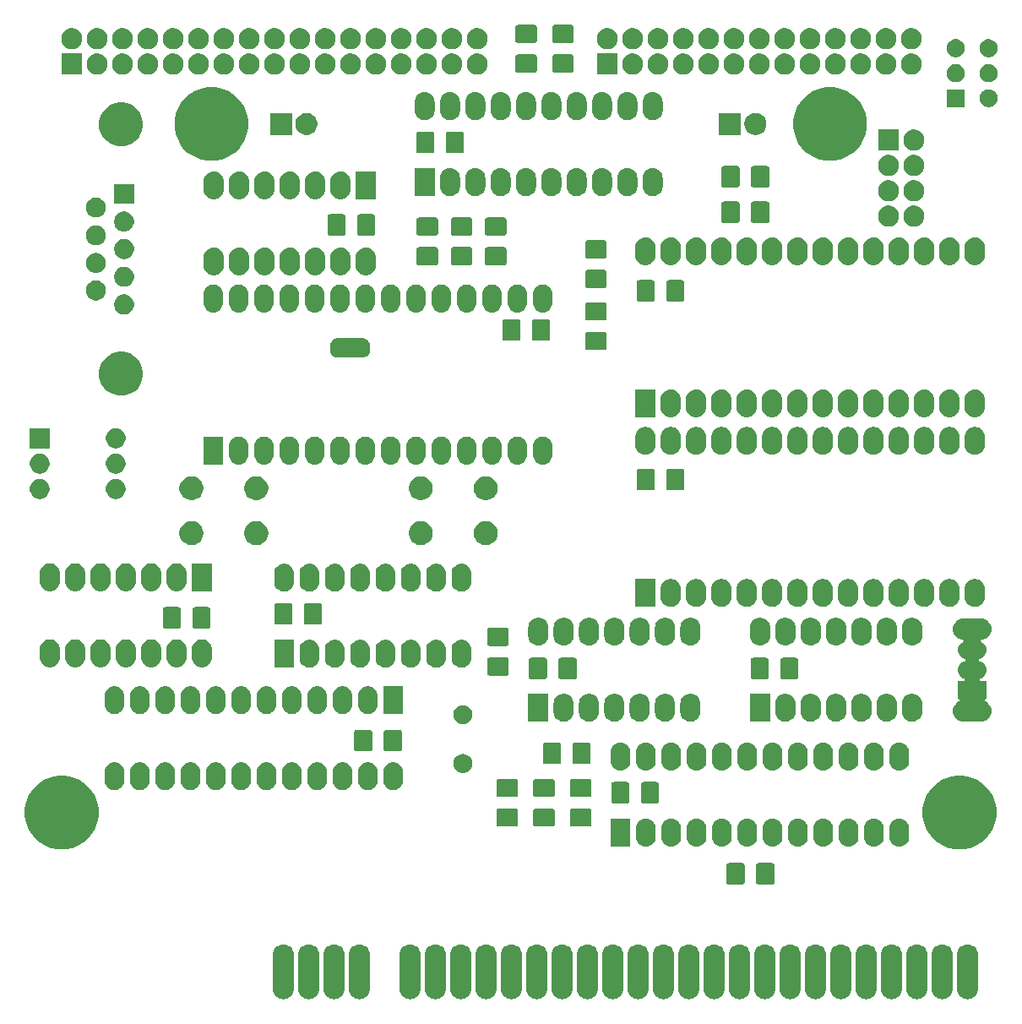
<source format=gbs>
G04 #@! TF.GenerationSoftware,KiCad,Pcbnew,(5.1.6)-1*
G04 #@! TF.CreationDate,2020-11-25T06:28:35+02:00*
G04 #@! TF.ProjectId,PlusD_Clone_1_5,506c7573-445f-4436-9c6f-6e655f315f35,rev?*
G04 #@! TF.SameCoordinates,Original*
G04 #@! TF.FileFunction,Soldermask,Bot*
G04 #@! TF.FilePolarity,Negative*
%FSLAX46Y46*%
G04 Gerber Fmt 4.6, Leading zero omitted, Abs format (unit mm)*
G04 Created by KiCad (PCBNEW (5.1.6)-1) date 2020-11-25 06:28:35*
%MOMM*%
%LPD*%
G01*
G04 APERTURE LIST*
%ADD10C,0.100000*%
G04 APERTURE END LIST*
D10*
G36*
X98051480Y-119235757D02*
G01*
X98256758Y-119298027D01*
X98445943Y-119399149D01*
X98611765Y-119535235D01*
X98723448Y-119671322D01*
X98747852Y-119701058D01*
X98848972Y-119890239D01*
X98848973Y-119890241D01*
X98911243Y-120095519D01*
X98927000Y-120255503D01*
X98927000Y-123664497D01*
X98911243Y-123824481D01*
X98848973Y-124029759D01*
X98848972Y-124029761D01*
X98747852Y-124218942D01*
X98611765Y-124384765D01*
X98445942Y-124520852D01*
X98256761Y-124621972D01*
X98256759Y-124621973D01*
X98051481Y-124684243D01*
X97838000Y-124705269D01*
X97624520Y-124684243D01*
X97419242Y-124621973D01*
X97419240Y-124621972D01*
X97230059Y-124520852D01*
X97064236Y-124384765D01*
X96928149Y-124218942D01*
X96827029Y-124029761D01*
X96827028Y-124029759D01*
X96764758Y-123824481D01*
X96749001Y-123664497D01*
X96749000Y-120255504D01*
X96764757Y-120095520D01*
X96827027Y-119890242D01*
X96928149Y-119701057D01*
X97064235Y-119535235D01*
X97230057Y-119399149D01*
X97230056Y-119399149D01*
X97230058Y-119399148D01*
X97419239Y-119298028D01*
X97419241Y-119298027D01*
X97624519Y-119235757D01*
X97838000Y-119214731D01*
X98051480Y-119235757D01*
G37*
G36*
X148851480Y-119235757D02*
G01*
X149056758Y-119298027D01*
X149245943Y-119399149D01*
X149411765Y-119535235D01*
X149523448Y-119671322D01*
X149547852Y-119701058D01*
X149648972Y-119890239D01*
X149648973Y-119890241D01*
X149711243Y-120095519D01*
X149727000Y-120255503D01*
X149727000Y-123664497D01*
X149711243Y-123824481D01*
X149648973Y-124029759D01*
X149648972Y-124029761D01*
X149547852Y-124218942D01*
X149411765Y-124384765D01*
X149245942Y-124520852D01*
X149056761Y-124621972D01*
X149056759Y-124621973D01*
X148851481Y-124684243D01*
X148638000Y-124705269D01*
X148424520Y-124684243D01*
X148219242Y-124621973D01*
X148219240Y-124621972D01*
X148030059Y-124520852D01*
X147864236Y-124384765D01*
X147728149Y-124218942D01*
X147627029Y-124029761D01*
X147627028Y-124029759D01*
X147564758Y-123824481D01*
X147549001Y-123664497D01*
X147549000Y-120255504D01*
X147564757Y-120095520D01*
X147627027Y-119890242D01*
X147728149Y-119701057D01*
X147864235Y-119535235D01*
X148030057Y-119399149D01*
X148030056Y-119399149D01*
X148030058Y-119399148D01*
X148219239Y-119298028D01*
X148219241Y-119298027D01*
X148424519Y-119235757D01*
X148638000Y-119214731D01*
X148851480Y-119235757D01*
G37*
G36*
X90431480Y-119235757D02*
G01*
X90636758Y-119298027D01*
X90825943Y-119399149D01*
X90991765Y-119535235D01*
X91103448Y-119671322D01*
X91127852Y-119701058D01*
X91228972Y-119890239D01*
X91228973Y-119890241D01*
X91291243Y-120095519D01*
X91307000Y-120255503D01*
X91307000Y-123664497D01*
X91291243Y-123824481D01*
X91228973Y-124029759D01*
X91228972Y-124029761D01*
X91127852Y-124218942D01*
X90991765Y-124384765D01*
X90825942Y-124520852D01*
X90636761Y-124621972D01*
X90636759Y-124621973D01*
X90431481Y-124684243D01*
X90218000Y-124705269D01*
X90004520Y-124684243D01*
X89799242Y-124621973D01*
X89799240Y-124621972D01*
X89610059Y-124520852D01*
X89444236Y-124384765D01*
X89308149Y-124218942D01*
X89207029Y-124029761D01*
X89207028Y-124029759D01*
X89144758Y-123824481D01*
X89129001Y-123664497D01*
X89129000Y-120255504D01*
X89144757Y-120095520D01*
X89207027Y-119890242D01*
X89308149Y-119701057D01*
X89444235Y-119535235D01*
X89610057Y-119399149D01*
X89610056Y-119399149D01*
X89610058Y-119399148D01*
X89799239Y-119298028D01*
X89799241Y-119298027D01*
X90004519Y-119235757D01*
X90218000Y-119214731D01*
X90431480Y-119235757D01*
G37*
G36*
X92971480Y-119235757D02*
G01*
X93176758Y-119298027D01*
X93365943Y-119399149D01*
X93531765Y-119535235D01*
X93643448Y-119671322D01*
X93667852Y-119701058D01*
X93768972Y-119890239D01*
X93768973Y-119890241D01*
X93831243Y-120095519D01*
X93847000Y-120255503D01*
X93847000Y-123664497D01*
X93831243Y-123824481D01*
X93768973Y-124029759D01*
X93768972Y-124029761D01*
X93667852Y-124218942D01*
X93531765Y-124384765D01*
X93365942Y-124520852D01*
X93176761Y-124621972D01*
X93176759Y-124621973D01*
X92971481Y-124684243D01*
X92758000Y-124705269D01*
X92544520Y-124684243D01*
X92339242Y-124621973D01*
X92339240Y-124621972D01*
X92150059Y-124520852D01*
X91984236Y-124384765D01*
X91848149Y-124218942D01*
X91747029Y-124029761D01*
X91747028Y-124029759D01*
X91684758Y-123824481D01*
X91669001Y-123664497D01*
X91669000Y-120255504D01*
X91684757Y-120095520D01*
X91747027Y-119890242D01*
X91848149Y-119701057D01*
X91984235Y-119535235D01*
X92150057Y-119399149D01*
X92150056Y-119399149D01*
X92150058Y-119399148D01*
X92339239Y-119298028D01*
X92339241Y-119298027D01*
X92544519Y-119235757D01*
X92758000Y-119214731D01*
X92971480Y-119235757D01*
G37*
G36*
X103131480Y-119235757D02*
G01*
X103336758Y-119298027D01*
X103525943Y-119399149D01*
X103691765Y-119535235D01*
X103803448Y-119671322D01*
X103827852Y-119701058D01*
X103928972Y-119890239D01*
X103928973Y-119890241D01*
X103991243Y-120095519D01*
X104007000Y-120255503D01*
X104007000Y-123664497D01*
X103991243Y-123824481D01*
X103928973Y-124029759D01*
X103928972Y-124029761D01*
X103827852Y-124218942D01*
X103691765Y-124384765D01*
X103525942Y-124520852D01*
X103336761Y-124621972D01*
X103336759Y-124621973D01*
X103131481Y-124684243D01*
X102918000Y-124705269D01*
X102704520Y-124684243D01*
X102499242Y-124621973D01*
X102499240Y-124621972D01*
X102310059Y-124520852D01*
X102144236Y-124384765D01*
X102008149Y-124218942D01*
X101907029Y-124029761D01*
X101907028Y-124029759D01*
X101844758Y-123824481D01*
X101829001Y-123664497D01*
X101829000Y-120255504D01*
X101844757Y-120095520D01*
X101907027Y-119890242D01*
X102008149Y-119701057D01*
X102144235Y-119535235D01*
X102310057Y-119399149D01*
X102310056Y-119399149D01*
X102310058Y-119399148D01*
X102499239Y-119298028D01*
X102499241Y-119298027D01*
X102704519Y-119235757D01*
X102918000Y-119214731D01*
X103131480Y-119235757D01*
G37*
G36*
X105671480Y-119235757D02*
G01*
X105876758Y-119298027D01*
X106065943Y-119399149D01*
X106231765Y-119535235D01*
X106343448Y-119671322D01*
X106367852Y-119701058D01*
X106468972Y-119890239D01*
X106468973Y-119890241D01*
X106531243Y-120095519D01*
X106547000Y-120255503D01*
X106547000Y-123664497D01*
X106531243Y-123824481D01*
X106468973Y-124029759D01*
X106468972Y-124029761D01*
X106367852Y-124218942D01*
X106231765Y-124384765D01*
X106065942Y-124520852D01*
X105876761Y-124621972D01*
X105876759Y-124621973D01*
X105671481Y-124684243D01*
X105458000Y-124705269D01*
X105244520Y-124684243D01*
X105039242Y-124621973D01*
X105039240Y-124621972D01*
X104850059Y-124520852D01*
X104684236Y-124384765D01*
X104548149Y-124218942D01*
X104447029Y-124029761D01*
X104447028Y-124029759D01*
X104384758Y-123824481D01*
X104369001Y-123664497D01*
X104369000Y-120255504D01*
X104384757Y-120095520D01*
X104447027Y-119890242D01*
X104548149Y-119701057D01*
X104684235Y-119535235D01*
X104850057Y-119399149D01*
X104850056Y-119399149D01*
X104850058Y-119399148D01*
X105039239Y-119298028D01*
X105039241Y-119298027D01*
X105244519Y-119235757D01*
X105458000Y-119214731D01*
X105671480Y-119235757D01*
G37*
G36*
X95511480Y-119235757D02*
G01*
X95716758Y-119298027D01*
X95905943Y-119399149D01*
X96071765Y-119535235D01*
X96183448Y-119671322D01*
X96207852Y-119701058D01*
X96308972Y-119890239D01*
X96308973Y-119890241D01*
X96371243Y-120095519D01*
X96387000Y-120255503D01*
X96387000Y-123664497D01*
X96371243Y-123824481D01*
X96308973Y-124029759D01*
X96308972Y-124029761D01*
X96207852Y-124218942D01*
X96071765Y-124384765D01*
X95905942Y-124520852D01*
X95716761Y-124621972D01*
X95716759Y-124621973D01*
X95511481Y-124684243D01*
X95298000Y-124705269D01*
X95084520Y-124684243D01*
X94879242Y-124621973D01*
X94879240Y-124621972D01*
X94690059Y-124520852D01*
X94524236Y-124384765D01*
X94388149Y-124218942D01*
X94287029Y-124029761D01*
X94287028Y-124029759D01*
X94224758Y-123824481D01*
X94209001Y-123664497D01*
X94209000Y-120255504D01*
X94224757Y-120095520D01*
X94287027Y-119890242D01*
X94388149Y-119701057D01*
X94524235Y-119535235D01*
X94690057Y-119399149D01*
X94690056Y-119399149D01*
X94690058Y-119399148D01*
X94879239Y-119298028D01*
X94879241Y-119298027D01*
X95084519Y-119235757D01*
X95298000Y-119214731D01*
X95511480Y-119235757D01*
G37*
G36*
X153931480Y-119235757D02*
G01*
X154136758Y-119298027D01*
X154325943Y-119399149D01*
X154491765Y-119535235D01*
X154603448Y-119671322D01*
X154627852Y-119701058D01*
X154728972Y-119890239D01*
X154728973Y-119890241D01*
X154791243Y-120095519D01*
X154807000Y-120255503D01*
X154807000Y-123664497D01*
X154791243Y-123824481D01*
X154728973Y-124029759D01*
X154728972Y-124029761D01*
X154627852Y-124218942D01*
X154491765Y-124384765D01*
X154325942Y-124520852D01*
X154136761Y-124621972D01*
X154136759Y-124621973D01*
X153931481Y-124684243D01*
X153718000Y-124705269D01*
X153504520Y-124684243D01*
X153299242Y-124621973D01*
X153299240Y-124621972D01*
X153110059Y-124520852D01*
X152944236Y-124384765D01*
X152808149Y-124218942D01*
X152707029Y-124029761D01*
X152707028Y-124029759D01*
X152644758Y-123824481D01*
X152629001Y-123664497D01*
X152629000Y-120255504D01*
X152644757Y-120095520D01*
X152707027Y-119890242D01*
X152808149Y-119701057D01*
X152944235Y-119535235D01*
X153110057Y-119399149D01*
X153110056Y-119399149D01*
X153110058Y-119399148D01*
X153299239Y-119298028D01*
X153299241Y-119298027D01*
X153504519Y-119235757D01*
X153718000Y-119214731D01*
X153931480Y-119235757D01*
G37*
G36*
X133611480Y-119235757D02*
G01*
X133816758Y-119298027D01*
X134005943Y-119399149D01*
X134171765Y-119535235D01*
X134283448Y-119671322D01*
X134307852Y-119701058D01*
X134408972Y-119890239D01*
X134408973Y-119890241D01*
X134471243Y-120095519D01*
X134487000Y-120255503D01*
X134487000Y-123664497D01*
X134471243Y-123824481D01*
X134408973Y-124029759D01*
X134408972Y-124029761D01*
X134307852Y-124218942D01*
X134171765Y-124384765D01*
X134005942Y-124520852D01*
X133816761Y-124621972D01*
X133816759Y-124621973D01*
X133611481Y-124684243D01*
X133398000Y-124705269D01*
X133184520Y-124684243D01*
X132979242Y-124621973D01*
X132979240Y-124621972D01*
X132790059Y-124520852D01*
X132624236Y-124384765D01*
X132488149Y-124218942D01*
X132387029Y-124029761D01*
X132387028Y-124029759D01*
X132324758Y-123824481D01*
X132309001Y-123664497D01*
X132309000Y-120255504D01*
X132324757Y-120095520D01*
X132387027Y-119890242D01*
X132488149Y-119701057D01*
X132624235Y-119535235D01*
X132790057Y-119399149D01*
X132790056Y-119399149D01*
X132790058Y-119399148D01*
X132979239Y-119298028D01*
X132979241Y-119298027D01*
X133184519Y-119235757D01*
X133398000Y-119214731D01*
X133611480Y-119235757D01*
G37*
G36*
X146311480Y-119235757D02*
G01*
X146516758Y-119298027D01*
X146705943Y-119399149D01*
X146871765Y-119535235D01*
X146983448Y-119671322D01*
X147007852Y-119701058D01*
X147108972Y-119890239D01*
X147108973Y-119890241D01*
X147171243Y-120095519D01*
X147187000Y-120255503D01*
X147187000Y-123664497D01*
X147171243Y-123824481D01*
X147108973Y-124029759D01*
X147108972Y-124029761D01*
X147007852Y-124218942D01*
X146871765Y-124384765D01*
X146705942Y-124520852D01*
X146516761Y-124621972D01*
X146516759Y-124621973D01*
X146311481Y-124684243D01*
X146098000Y-124705269D01*
X145884520Y-124684243D01*
X145679242Y-124621973D01*
X145679240Y-124621972D01*
X145490059Y-124520852D01*
X145324236Y-124384765D01*
X145188149Y-124218942D01*
X145087029Y-124029761D01*
X145087028Y-124029759D01*
X145024758Y-123824481D01*
X145009001Y-123664497D01*
X145009000Y-120255504D01*
X145024757Y-120095520D01*
X145087027Y-119890242D01*
X145188149Y-119701057D01*
X145324235Y-119535235D01*
X145490057Y-119399149D01*
X145490056Y-119399149D01*
X145490058Y-119399148D01*
X145679239Y-119298028D01*
X145679241Y-119298027D01*
X145884519Y-119235757D01*
X146098000Y-119214731D01*
X146311480Y-119235757D01*
G37*
G36*
X141231480Y-119235757D02*
G01*
X141436758Y-119298027D01*
X141625943Y-119399149D01*
X141791765Y-119535235D01*
X141903448Y-119671322D01*
X141927852Y-119701058D01*
X142028972Y-119890239D01*
X142028973Y-119890241D01*
X142091243Y-120095519D01*
X142107000Y-120255503D01*
X142107000Y-123664497D01*
X142091243Y-123824481D01*
X142028973Y-124029759D01*
X142028972Y-124029761D01*
X141927852Y-124218942D01*
X141791765Y-124384765D01*
X141625942Y-124520852D01*
X141436761Y-124621972D01*
X141436759Y-124621973D01*
X141231481Y-124684243D01*
X141018000Y-124705269D01*
X140804520Y-124684243D01*
X140599242Y-124621973D01*
X140599240Y-124621972D01*
X140410059Y-124520852D01*
X140244236Y-124384765D01*
X140108149Y-124218942D01*
X140007029Y-124029761D01*
X140007028Y-124029759D01*
X139944758Y-123824481D01*
X139929001Y-123664497D01*
X139929000Y-120255504D01*
X139944757Y-120095520D01*
X140007027Y-119890242D01*
X140108149Y-119701057D01*
X140244235Y-119535235D01*
X140410057Y-119399149D01*
X140410056Y-119399149D01*
X140410058Y-119399148D01*
X140599239Y-119298028D01*
X140599241Y-119298027D01*
X140804519Y-119235757D01*
X141018000Y-119214731D01*
X141231480Y-119235757D01*
G37*
G36*
X118371480Y-119235757D02*
G01*
X118576758Y-119298027D01*
X118765943Y-119399149D01*
X118931765Y-119535235D01*
X119043448Y-119671322D01*
X119067852Y-119701058D01*
X119168972Y-119890239D01*
X119168973Y-119890241D01*
X119231243Y-120095519D01*
X119247000Y-120255503D01*
X119247000Y-123664497D01*
X119231243Y-123824481D01*
X119168973Y-124029759D01*
X119168972Y-124029761D01*
X119067852Y-124218942D01*
X118931765Y-124384765D01*
X118765942Y-124520852D01*
X118576761Y-124621972D01*
X118576759Y-124621973D01*
X118371481Y-124684243D01*
X118158000Y-124705269D01*
X117944520Y-124684243D01*
X117739242Y-124621973D01*
X117739240Y-124621972D01*
X117550059Y-124520852D01*
X117384236Y-124384765D01*
X117248149Y-124218942D01*
X117147029Y-124029761D01*
X117147028Y-124029759D01*
X117084758Y-123824481D01*
X117069001Y-123664497D01*
X117069000Y-120255504D01*
X117084757Y-120095520D01*
X117147027Y-119890242D01*
X117248149Y-119701057D01*
X117384235Y-119535235D01*
X117550057Y-119399149D01*
X117550056Y-119399149D01*
X117550058Y-119399148D01*
X117739239Y-119298028D01*
X117739241Y-119298027D01*
X117944519Y-119235757D01*
X118158000Y-119214731D01*
X118371480Y-119235757D01*
G37*
G36*
X159011480Y-119235757D02*
G01*
X159216758Y-119298027D01*
X159405943Y-119399149D01*
X159571765Y-119535235D01*
X159683448Y-119671322D01*
X159707852Y-119701058D01*
X159808972Y-119890239D01*
X159808973Y-119890241D01*
X159871243Y-120095519D01*
X159887000Y-120255503D01*
X159887000Y-123664497D01*
X159871243Y-123824481D01*
X159808973Y-124029759D01*
X159808972Y-124029761D01*
X159707852Y-124218942D01*
X159571765Y-124384765D01*
X159405942Y-124520852D01*
X159216761Y-124621972D01*
X159216759Y-124621973D01*
X159011481Y-124684243D01*
X158798000Y-124705269D01*
X158584520Y-124684243D01*
X158379242Y-124621973D01*
X158379240Y-124621972D01*
X158190059Y-124520852D01*
X158024236Y-124384765D01*
X157888149Y-124218942D01*
X157787029Y-124029761D01*
X157787028Y-124029759D01*
X157724758Y-123824481D01*
X157709001Y-123664497D01*
X157709000Y-120255504D01*
X157724757Y-120095520D01*
X157787027Y-119890242D01*
X157888149Y-119701057D01*
X158024235Y-119535235D01*
X158190057Y-119399149D01*
X158190056Y-119399149D01*
X158190058Y-119399148D01*
X158379239Y-119298028D01*
X158379241Y-119298027D01*
X158584519Y-119235757D01*
X158798000Y-119214731D01*
X159011480Y-119235757D01*
G37*
G36*
X108211480Y-119235757D02*
G01*
X108416758Y-119298027D01*
X108605943Y-119399149D01*
X108771765Y-119535235D01*
X108883448Y-119671322D01*
X108907852Y-119701058D01*
X109008972Y-119890239D01*
X109008973Y-119890241D01*
X109071243Y-120095519D01*
X109087000Y-120255503D01*
X109087000Y-123664497D01*
X109071243Y-123824481D01*
X109008973Y-124029759D01*
X109008972Y-124029761D01*
X108907852Y-124218942D01*
X108771765Y-124384765D01*
X108605942Y-124520852D01*
X108416761Y-124621972D01*
X108416759Y-124621973D01*
X108211481Y-124684243D01*
X107998000Y-124705269D01*
X107784520Y-124684243D01*
X107579242Y-124621973D01*
X107579240Y-124621972D01*
X107390059Y-124520852D01*
X107224236Y-124384765D01*
X107088149Y-124218942D01*
X106987029Y-124029761D01*
X106987028Y-124029759D01*
X106924758Y-123824481D01*
X106909001Y-123664497D01*
X106909000Y-120255504D01*
X106924757Y-120095520D01*
X106987027Y-119890242D01*
X107088149Y-119701057D01*
X107224235Y-119535235D01*
X107390057Y-119399149D01*
X107390056Y-119399149D01*
X107390058Y-119399148D01*
X107579239Y-119298028D01*
X107579241Y-119298027D01*
X107784519Y-119235757D01*
X107998000Y-119214731D01*
X108211480Y-119235757D01*
G37*
G36*
X131071480Y-119235757D02*
G01*
X131276758Y-119298027D01*
X131465943Y-119399149D01*
X131631765Y-119535235D01*
X131743448Y-119671322D01*
X131767852Y-119701058D01*
X131868972Y-119890239D01*
X131868973Y-119890241D01*
X131931243Y-120095519D01*
X131947000Y-120255503D01*
X131947000Y-123664497D01*
X131931243Y-123824481D01*
X131868973Y-124029759D01*
X131868972Y-124029761D01*
X131767852Y-124218942D01*
X131631765Y-124384765D01*
X131465942Y-124520852D01*
X131276761Y-124621972D01*
X131276759Y-124621973D01*
X131071481Y-124684243D01*
X130858000Y-124705269D01*
X130644520Y-124684243D01*
X130439242Y-124621973D01*
X130439240Y-124621972D01*
X130250059Y-124520852D01*
X130084236Y-124384765D01*
X129948149Y-124218942D01*
X129847029Y-124029761D01*
X129847028Y-124029759D01*
X129784758Y-123824481D01*
X129769001Y-123664497D01*
X129769000Y-120255504D01*
X129784757Y-120095520D01*
X129847027Y-119890242D01*
X129948149Y-119701057D01*
X130084235Y-119535235D01*
X130250057Y-119399149D01*
X130250056Y-119399149D01*
X130250058Y-119399148D01*
X130439239Y-119298028D01*
X130439241Y-119298027D01*
X130644519Y-119235757D01*
X130858000Y-119214731D01*
X131071480Y-119235757D01*
G37*
G36*
X125991480Y-119235757D02*
G01*
X126196758Y-119298027D01*
X126385943Y-119399149D01*
X126551765Y-119535235D01*
X126663448Y-119671322D01*
X126687852Y-119701058D01*
X126788972Y-119890239D01*
X126788973Y-119890241D01*
X126851243Y-120095519D01*
X126867000Y-120255503D01*
X126867000Y-123664497D01*
X126851243Y-123824481D01*
X126788973Y-124029759D01*
X126788972Y-124029761D01*
X126687852Y-124218942D01*
X126551765Y-124384765D01*
X126385942Y-124520852D01*
X126196761Y-124621972D01*
X126196759Y-124621973D01*
X125991481Y-124684243D01*
X125778000Y-124705269D01*
X125564520Y-124684243D01*
X125359242Y-124621973D01*
X125359240Y-124621972D01*
X125170059Y-124520852D01*
X125004236Y-124384765D01*
X124868149Y-124218942D01*
X124767029Y-124029761D01*
X124767028Y-124029759D01*
X124704758Y-123824481D01*
X124689001Y-123664497D01*
X124689000Y-120255504D01*
X124704757Y-120095520D01*
X124767027Y-119890242D01*
X124868149Y-119701057D01*
X125004235Y-119535235D01*
X125170057Y-119399149D01*
X125170056Y-119399149D01*
X125170058Y-119399148D01*
X125359239Y-119298028D01*
X125359241Y-119298027D01*
X125564519Y-119235757D01*
X125778000Y-119214731D01*
X125991480Y-119235757D01*
G37*
G36*
X138691480Y-119235757D02*
G01*
X138896758Y-119298027D01*
X139085943Y-119399149D01*
X139251765Y-119535235D01*
X139363448Y-119671322D01*
X139387852Y-119701058D01*
X139488972Y-119890239D01*
X139488973Y-119890241D01*
X139551243Y-120095519D01*
X139567000Y-120255503D01*
X139567000Y-123664497D01*
X139551243Y-123824481D01*
X139488973Y-124029759D01*
X139488972Y-124029761D01*
X139387852Y-124218942D01*
X139251765Y-124384765D01*
X139085942Y-124520852D01*
X138896761Y-124621972D01*
X138896759Y-124621973D01*
X138691481Y-124684243D01*
X138478000Y-124705269D01*
X138264520Y-124684243D01*
X138059242Y-124621973D01*
X138059240Y-124621972D01*
X137870059Y-124520852D01*
X137704236Y-124384765D01*
X137568149Y-124218942D01*
X137467029Y-124029761D01*
X137467028Y-124029759D01*
X137404758Y-123824481D01*
X137389001Y-123664497D01*
X137389000Y-120255504D01*
X137404757Y-120095520D01*
X137467027Y-119890242D01*
X137568149Y-119701057D01*
X137704235Y-119535235D01*
X137870057Y-119399149D01*
X137870056Y-119399149D01*
X137870058Y-119399148D01*
X138059239Y-119298028D01*
X138059241Y-119298027D01*
X138264519Y-119235757D01*
X138478000Y-119214731D01*
X138691480Y-119235757D01*
G37*
G36*
X151391480Y-119235757D02*
G01*
X151596758Y-119298027D01*
X151785943Y-119399149D01*
X151951765Y-119535235D01*
X152063448Y-119671322D01*
X152087852Y-119701058D01*
X152188972Y-119890239D01*
X152188973Y-119890241D01*
X152251243Y-120095519D01*
X152267000Y-120255503D01*
X152267000Y-123664497D01*
X152251243Y-123824481D01*
X152188973Y-124029759D01*
X152188972Y-124029761D01*
X152087852Y-124218942D01*
X151951765Y-124384765D01*
X151785942Y-124520852D01*
X151596761Y-124621972D01*
X151596759Y-124621973D01*
X151391481Y-124684243D01*
X151178000Y-124705269D01*
X150964520Y-124684243D01*
X150759242Y-124621973D01*
X150759240Y-124621972D01*
X150570059Y-124520852D01*
X150404236Y-124384765D01*
X150268149Y-124218942D01*
X150167029Y-124029761D01*
X150167028Y-124029759D01*
X150104758Y-123824481D01*
X150089001Y-123664497D01*
X150089000Y-120255504D01*
X150104757Y-120095520D01*
X150167027Y-119890242D01*
X150268149Y-119701057D01*
X150404235Y-119535235D01*
X150570057Y-119399149D01*
X150570056Y-119399149D01*
X150570058Y-119399148D01*
X150759239Y-119298028D01*
X150759241Y-119298027D01*
X150964519Y-119235757D01*
X151178000Y-119214731D01*
X151391480Y-119235757D01*
G37*
G36*
X120911480Y-119235757D02*
G01*
X121116758Y-119298027D01*
X121305943Y-119399149D01*
X121471765Y-119535235D01*
X121583448Y-119671322D01*
X121607852Y-119701058D01*
X121708972Y-119890239D01*
X121708973Y-119890241D01*
X121771243Y-120095519D01*
X121787000Y-120255503D01*
X121787000Y-123664497D01*
X121771243Y-123824481D01*
X121708973Y-124029759D01*
X121708972Y-124029761D01*
X121607852Y-124218942D01*
X121471765Y-124384765D01*
X121305942Y-124520852D01*
X121116761Y-124621972D01*
X121116759Y-124621973D01*
X120911481Y-124684243D01*
X120698000Y-124705269D01*
X120484520Y-124684243D01*
X120279242Y-124621973D01*
X120279240Y-124621972D01*
X120090059Y-124520852D01*
X119924236Y-124384765D01*
X119788149Y-124218942D01*
X119687029Y-124029761D01*
X119687028Y-124029759D01*
X119624758Y-123824481D01*
X119609001Y-123664497D01*
X119609000Y-120255504D01*
X119624757Y-120095520D01*
X119687027Y-119890242D01*
X119788149Y-119701057D01*
X119924235Y-119535235D01*
X120090057Y-119399149D01*
X120090056Y-119399149D01*
X120090058Y-119399148D01*
X120279239Y-119298028D01*
X120279241Y-119298027D01*
X120484519Y-119235757D01*
X120698000Y-119214731D01*
X120911480Y-119235757D01*
G37*
G36*
X110751480Y-119235757D02*
G01*
X110956758Y-119298027D01*
X111145943Y-119399149D01*
X111311765Y-119535235D01*
X111423448Y-119671322D01*
X111447852Y-119701058D01*
X111548972Y-119890239D01*
X111548973Y-119890241D01*
X111611243Y-120095519D01*
X111627000Y-120255503D01*
X111627000Y-123664497D01*
X111611243Y-123824481D01*
X111548973Y-124029759D01*
X111548972Y-124029761D01*
X111447852Y-124218942D01*
X111311765Y-124384765D01*
X111145942Y-124520852D01*
X110956761Y-124621972D01*
X110956759Y-124621973D01*
X110751481Y-124684243D01*
X110538000Y-124705269D01*
X110324520Y-124684243D01*
X110119242Y-124621973D01*
X110119240Y-124621972D01*
X109930059Y-124520852D01*
X109764236Y-124384765D01*
X109628149Y-124218942D01*
X109527029Y-124029761D01*
X109527028Y-124029759D01*
X109464758Y-123824481D01*
X109449001Y-123664497D01*
X109449000Y-120255504D01*
X109464757Y-120095520D01*
X109527027Y-119890242D01*
X109628149Y-119701057D01*
X109764235Y-119535235D01*
X109930057Y-119399149D01*
X109930056Y-119399149D01*
X109930058Y-119399148D01*
X110119239Y-119298028D01*
X110119241Y-119298027D01*
X110324519Y-119235757D01*
X110538000Y-119214731D01*
X110751480Y-119235757D01*
G37*
G36*
X113291480Y-119235757D02*
G01*
X113496758Y-119298027D01*
X113685943Y-119399149D01*
X113851765Y-119535235D01*
X113963448Y-119671322D01*
X113987852Y-119701058D01*
X114088972Y-119890239D01*
X114088973Y-119890241D01*
X114151243Y-120095519D01*
X114167000Y-120255503D01*
X114167000Y-123664497D01*
X114151243Y-123824481D01*
X114088973Y-124029759D01*
X114088972Y-124029761D01*
X113987852Y-124218942D01*
X113851765Y-124384765D01*
X113685942Y-124520852D01*
X113496761Y-124621972D01*
X113496759Y-124621973D01*
X113291481Y-124684243D01*
X113078000Y-124705269D01*
X112864520Y-124684243D01*
X112659242Y-124621973D01*
X112659240Y-124621972D01*
X112470059Y-124520852D01*
X112304236Y-124384765D01*
X112168149Y-124218942D01*
X112067029Y-124029761D01*
X112067028Y-124029759D01*
X112004758Y-123824481D01*
X111989001Y-123664497D01*
X111989000Y-120255504D01*
X112004757Y-120095520D01*
X112067027Y-119890242D01*
X112168149Y-119701057D01*
X112304235Y-119535235D01*
X112470057Y-119399149D01*
X112470056Y-119399149D01*
X112470058Y-119399148D01*
X112659239Y-119298028D01*
X112659241Y-119298027D01*
X112864519Y-119235757D01*
X113078000Y-119214731D01*
X113291480Y-119235757D01*
G37*
G36*
X156471480Y-119235757D02*
G01*
X156676758Y-119298027D01*
X156865943Y-119399149D01*
X157031765Y-119535235D01*
X157143448Y-119671322D01*
X157167852Y-119701058D01*
X157268972Y-119890239D01*
X157268973Y-119890241D01*
X157331243Y-120095519D01*
X157347000Y-120255503D01*
X157347000Y-123664497D01*
X157331243Y-123824481D01*
X157268973Y-124029759D01*
X157268972Y-124029761D01*
X157167852Y-124218942D01*
X157031765Y-124384765D01*
X156865942Y-124520852D01*
X156676761Y-124621972D01*
X156676759Y-124621973D01*
X156471481Y-124684243D01*
X156258000Y-124705269D01*
X156044520Y-124684243D01*
X155839242Y-124621973D01*
X155839240Y-124621972D01*
X155650059Y-124520852D01*
X155484236Y-124384765D01*
X155348149Y-124218942D01*
X155247029Y-124029761D01*
X155247028Y-124029759D01*
X155184758Y-123824481D01*
X155169001Y-123664497D01*
X155169000Y-120255504D01*
X155184757Y-120095520D01*
X155247027Y-119890242D01*
X155348149Y-119701057D01*
X155484235Y-119535235D01*
X155650057Y-119399149D01*
X155650056Y-119399149D01*
X155650058Y-119399148D01*
X155839239Y-119298028D01*
X155839241Y-119298027D01*
X156044519Y-119235757D01*
X156258000Y-119214731D01*
X156471480Y-119235757D01*
G37*
G36*
X123451480Y-119235757D02*
G01*
X123656758Y-119298027D01*
X123845943Y-119399149D01*
X124011765Y-119535235D01*
X124123448Y-119671322D01*
X124147852Y-119701058D01*
X124248972Y-119890239D01*
X124248973Y-119890241D01*
X124311243Y-120095519D01*
X124327000Y-120255503D01*
X124327000Y-123664497D01*
X124311243Y-123824481D01*
X124248973Y-124029759D01*
X124248972Y-124029761D01*
X124147852Y-124218942D01*
X124011765Y-124384765D01*
X123845942Y-124520852D01*
X123656761Y-124621972D01*
X123656759Y-124621973D01*
X123451481Y-124684243D01*
X123238000Y-124705269D01*
X123024520Y-124684243D01*
X122819242Y-124621973D01*
X122819240Y-124621972D01*
X122630059Y-124520852D01*
X122464236Y-124384765D01*
X122328149Y-124218942D01*
X122227029Y-124029761D01*
X122227028Y-124029759D01*
X122164758Y-123824481D01*
X122149001Y-123664497D01*
X122149000Y-120255504D01*
X122164757Y-120095520D01*
X122227027Y-119890242D01*
X122328149Y-119701057D01*
X122464235Y-119535235D01*
X122630057Y-119399149D01*
X122630056Y-119399149D01*
X122630058Y-119399148D01*
X122819239Y-119298028D01*
X122819241Y-119298027D01*
X123024519Y-119235757D01*
X123238000Y-119214731D01*
X123451480Y-119235757D01*
G37*
G36*
X136151480Y-119235757D02*
G01*
X136356758Y-119298027D01*
X136545943Y-119399149D01*
X136711765Y-119535235D01*
X136823448Y-119671322D01*
X136847852Y-119701058D01*
X136948972Y-119890239D01*
X136948973Y-119890241D01*
X137011243Y-120095519D01*
X137027000Y-120255503D01*
X137027000Y-123664497D01*
X137011243Y-123824481D01*
X136948973Y-124029759D01*
X136948972Y-124029761D01*
X136847852Y-124218942D01*
X136711765Y-124384765D01*
X136545942Y-124520852D01*
X136356761Y-124621972D01*
X136356759Y-124621973D01*
X136151481Y-124684243D01*
X135938000Y-124705269D01*
X135724520Y-124684243D01*
X135519242Y-124621973D01*
X135519240Y-124621972D01*
X135330059Y-124520852D01*
X135164236Y-124384765D01*
X135028149Y-124218942D01*
X134927029Y-124029761D01*
X134927028Y-124029759D01*
X134864758Y-123824481D01*
X134849001Y-123664497D01*
X134849000Y-120255504D01*
X134864757Y-120095520D01*
X134927027Y-119890242D01*
X135028149Y-119701057D01*
X135164235Y-119535235D01*
X135330057Y-119399149D01*
X135330056Y-119399149D01*
X135330058Y-119399148D01*
X135519239Y-119298028D01*
X135519241Y-119298027D01*
X135724519Y-119235757D01*
X135938000Y-119214731D01*
X136151480Y-119235757D01*
G37*
G36*
X143771480Y-119235757D02*
G01*
X143976758Y-119298027D01*
X144165943Y-119399149D01*
X144331765Y-119535235D01*
X144443448Y-119671322D01*
X144467852Y-119701058D01*
X144568972Y-119890239D01*
X144568973Y-119890241D01*
X144631243Y-120095519D01*
X144647000Y-120255503D01*
X144647000Y-123664497D01*
X144631243Y-123824481D01*
X144568973Y-124029759D01*
X144568972Y-124029761D01*
X144467852Y-124218942D01*
X144331765Y-124384765D01*
X144165942Y-124520852D01*
X143976761Y-124621972D01*
X143976759Y-124621973D01*
X143771481Y-124684243D01*
X143558000Y-124705269D01*
X143344520Y-124684243D01*
X143139242Y-124621973D01*
X143139240Y-124621972D01*
X142950059Y-124520852D01*
X142784236Y-124384765D01*
X142648149Y-124218942D01*
X142547029Y-124029761D01*
X142547028Y-124029759D01*
X142484758Y-123824481D01*
X142469001Y-123664497D01*
X142469000Y-120255504D01*
X142484757Y-120095520D01*
X142547027Y-119890242D01*
X142648149Y-119701057D01*
X142784235Y-119535235D01*
X142950057Y-119399149D01*
X142950056Y-119399149D01*
X142950058Y-119399148D01*
X143139239Y-119298028D01*
X143139241Y-119298027D01*
X143344519Y-119235757D01*
X143558000Y-119214731D01*
X143771480Y-119235757D01*
G37*
G36*
X115831480Y-119235757D02*
G01*
X116036758Y-119298027D01*
X116225943Y-119399149D01*
X116391765Y-119535235D01*
X116503448Y-119671322D01*
X116527852Y-119701058D01*
X116628972Y-119890239D01*
X116628973Y-119890241D01*
X116691243Y-120095519D01*
X116707000Y-120255503D01*
X116707000Y-123664497D01*
X116691243Y-123824481D01*
X116628973Y-124029759D01*
X116628972Y-124029761D01*
X116527852Y-124218942D01*
X116391765Y-124384765D01*
X116225942Y-124520852D01*
X116036761Y-124621972D01*
X116036759Y-124621973D01*
X115831481Y-124684243D01*
X115618000Y-124705269D01*
X115404520Y-124684243D01*
X115199242Y-124621973D01*
X115199240Y-124621972D01*
X115010059Y-124520852D01*
X114844236Y-124384765D01*
X114708149Y-124218942D01*
X114607029Y-124029761D01*
X114607028Y-124029759D01*
X114544758Y-123824481D01*
X114529001Y-123664497D01*
X114529000Y-120255504D01*
X114544757Y-120095520D01*
X114607027Y-119890242D01*
X114708149Y-119701057D01*
X114844235Y-119535235D01*
X115010057Y-119399149D01*
X115010056Y-119399149D01*
X115010058Y-119399148D01*
X115199239Y-119298028D01*
X115199241Y-119298027D01*
X115404519Y-119235757D01*
X115618000Y-119214731D01*
X115831480Y-119235757D01*
G37*
G36*
X128531480Y-119235757D02*
G01*
X128736758Y-119298027D01*
X128925943Y-119399149D01*
X129091765Y-119535235D01*
X129203448Y-119671322D01*
X129227852Y-119701058D01*
X129328972Y-119890239D01*
X129328973Y-119890241D01*
X129391243Y-120095519D01*
X129407000Y-120255503D01*
X129407000Y-123664497D01*
X129391243Y-123824481D01*
X129328973Y-124029759D01*
X129328972Y-124029761D01*
X129227852Y-124218942D01*
X129091765Y-124384765D01*
X128925942Y-124520852D01*
X128736761Y-124621972D01*
X128736759Y-124621973D01*
X128531481Y-124684243D01*
X128318000Y-124705269D01*
X128104520Y-124684243D01*
X127899242Y-124621973D01*
X127899240Y-124621972D01*
X127710059Y-124520852D01*
X127544236Y-124384765D01*
X127408149Y-124218942D01*
X127307029Y-124029761D01*
X127307028Y-124029759D01*
X127244758Y-123824481D01*
X127229001Y-123664497D01*
X127229000Y-120255504D01*
X127244757Y-120095520D01*
X127307027Y-119890242D01*
X127408149Y-119701057D01*
X127544235Y-119535235D01*
X127710057Y-119399149D01*
X127710056Y-119399149D01*
X127710058Y-119399148D01*
X127899239Y-119298028D01*
X127899241Y-119298027D01*
X128104519Y-119235757D01*
X128318000Y-119214731D01*
X128531480Y-119235757D01*
G37*
G36*
X139240481Y-111071186D02*
G01*
X139285205Y-111084754D01*
X139326430Y-111106789D01*
X139362561Y-111136439D01*
X139392211Y-111172570D01*
X139414246Y-111213795D01*
X139427814Y-111258519D01*
X139433000Y-111311176D01*
X139433000Y-112970824D01*
X139427814Y-113023481D01*
X139414246Y-113068205D01*
X139392211Y-113109430D01*
X139362561Y-113145561D01*
X139326430Y-113175211D01*
X139285205Y-113197246D01*
X139240481Y-113210814D01*
X139187824Y-113216000D01*
X137853176Y-113216000D01*
X137800519Y-113210814D01*
X137755795Y-113197246D01*
X137714570Y-113175211D01*
X137678439Y-113145561D01*
X137648789Y-113109430D01*
X137626754Y-113068205D01*
X137613186Y-113023481D01*
X137608000Y-112970824D01*
X137608000Y-111311176D01*
X137613186Y-111258519D01*
X137626754Y-111213795D01*
X137648789Y-111172570D01*
X137678439Y-111136439D01*
X137714570Y-111106789D01*
X137755795Y-111084754D01*
X137800519Y-111071186D01*
X137853176Y-111066000D01*
X139187824Y-111066000D01*
X139240481Y-111071186D01*
G37*
G36*
X136265481Y-111071186D02*
G01*
X136310205Y-111084754D01*
X136351430Y-111106789D01*
X136387561Y-111136439D01*
X136417211Y-111172570D01*
X136439246Y-111213795D01*
X136452814Y-111258519D01*
X136458000Y-111311176D01*
X136458000Y-112970824D01*
X136452814Y-113023481D01*
X136439246Y-113068205D01*
X136417211Y-113109430D01*
X136387561Y-113145561D01*
X136351430Y-113175211D01*
X136310205Y-113197246D01*
X136265481Y-113210814D01*
X136212824Y-113216000D01*
X134878176Y-113216000D01*
X134825519Y-113210814D01*
X134780795Y-113197246D01*
X134739570Y-113175211D01*
X134703439Y-113145561D01*
X134673789Y-113109430D01*
X134651754Y-113068205D01*
X134638186Y-113023481D01*
X134633000Y-112970824D01*
X134633000Y-111311176D01*
X134638186Y-111258519D01*
X134651754Y-111213795D01*
X134673789Y-111172570D01*
X134703439Y-111136439D01*
X134739570Y-111106789D01*
X134780795Y-111084754D01*
X134825519Y-111071186D01*
X134878176Y-111066000D01*
X136212824Y-111066000D01*
X136265481Y-111071186D01*
G37*
G36*
X159079249Y-102442188D02*
G01*
X159752606Y-102721101D01*
X159752607Y-102721102D01*
X160358613Y-103126022D01*
X160873978Y-103641387D01*
X161051263Y-103906713D01*
X161278899Y-104247394D01*
X161557812Y-104920751D01*
X161700000Y-105635580D01*
X161700000Y-106364420D01*
X161557812Y-107079249D01*
X161278899Y-107752606D01*
X161144537Y-107953692D01*
X160873978Y-108358613D01*
X160358613Y-108873978D01*
X160004591Y-109110528D01*
X159752606Y-109278899D01*
X159079249Y-109557812D01*
X158364420Y-109700000D01*
X157635580Y-109700000D01*
X156920751Y-109557812D01*
X156247394Y-109278899D01*
X155995409Y-109110528D01*
X155641387Y-108873978D01*
X155126022Y-108358613D01*
X154855463Y-107953692D01*
X154721101Y-107752606D01*
X154442188Y-107079249D01*
X154300000Y-106364420D01*
X154300000Y-105635580D01*
X154442188Y-104920751D01*
X154721101Y-104247394D01*
X154948737Y-103906713D01*
X155126022Y-103641387D01*
X155641387Y-103126022D01*
X156247393Y-102721102D01*
X156247394Y-102721101D01*
X156920751Y-102442188D01*
X157635580Y-102300000D01*
X158364420Y-102300000D01*
X159079249Y-102442188D01*
G37*
G36*
X69079249Y-102442188D02*
G01*
X69752606Y-102721101D01*
X69752607Y-102721102D01*
X70358613Y-103126022D01*
X70873978Y-103641387D01*
X71051263Y-103906713D01*
X71278899Y-104247394D01*
X71557812Y-104920751D01*
X71700000Y-105635580D01*
X71700000Y-106364420D01*
X71557812Y-107079249D01*
X71278899Y-107752606D01*
X71144537Y-107953692D01*
X70873978Y-108358613D01*
X70358613Y-108873978D01*
X70004591Y-109110528D01*
X69752606Y-109278899D01*
X69079249Y-109557812D01*
X68364420Y-109700000D01*
X67635580Y-109700000D01*
X66920751Y-109557812D01*
X66247394Y-109278899D01*
X65995409Y-109110528D01*
X65641387Y-108873978D01*
X65126022Y-108358613D01*
X64855463Y-107953692D01*
X64721101Y-107752606D01*
X64442188Y-107079249D01*
X64300000Y-106364420D01*
X64300000Y-105635580D01*
X64442188Y-104920751D01*
X64721101Y-104247394D01*
X64948737Y-103906713D01*
X65126022Y-103641387D01*
X65641387Y-103126022D01*
X66247393Y-102721102D01*
X66247394Y-102721101D01*
X66920751Y-102442188D01*
X67635580Y-102300000D01*
X68364420Y-102300000D01*
X69079249Y-102442188D01*
G37*
G36*
X144516031Y-106614469D02*
G01*
X144610284Y-106643061D01*
X144704534Y-106671651D01*
X144704536Y-106671652D01*
X144878258Y-106764507D01*
X145030528Y-106889472D01*
X145155493Y-107041742D01*
X145231437Y-107183824D01*
X145248349Y-107215465D01*
X145254724Y-107236481D01*
X145305531Y-107403968D01*
X145320000Y-107550876D01*
X145320000Y-108449123D01*
X145305531Y-108596031D01*
X145248348Y-108784537D01*
X145155493Y-108958258D01*
X145030528Y-109110528D01*
X144878258Y-109235493D01*
X144704537Y-109328348D01*
X144704535Y-109328349D01*
X144610285Y-109356939D01*
X144516032Y-109385531D01*
X144320000Y-109404838D01*
X144123969Y-109385531D01*
X144029716Y-109356939D01*
X143935466Y-109328349D01*
X143935464Y-109328348D01*
X143761743Y-109235493D01*
X143609473Y-109110528D01*
X143484508Y-108958258D01*
X143391651Y-108784534D01*
X143334469Y-108596035D01*
X143320000Y-108449124D01*
X143320000Y-107550877D01*
X143334469Y-107403969D01*
X143391652Y-107215464D01*
X143484507Y-107041742D01*
X143609472Y-106889472D01*
X143761742Y-106764507D01*
X143935463Y-106671652D01*
X143935465Y-106671651D01*
X144029715Y-106643061D01*
X144123968Y-106614469D01*
X144320000Y-106595162D01*
X144516031Y-106614469D01*
G37*
G36*
X152136031Y-106614469D02*
G01*
X152230284Y-106643061D01*
X152324534Y-106671651D01*
X152324536Y-106671652D01*
X152498258Y-106764507D01*
X152650528Y-106889472D01*
X152775493Y-107041742D01*
X152851437Y-107183824D01*
X152868349Y-107215465D01*
X152874724Y-107236481D01*
X152925531Y-107403968D01*
X152940000Y-107550876D01*
X152940000Y-108449123D01*
X152925531Y-108596031D01*
X152868348Y-108784537D01*
X152775493Y-108958258D01*
X152650528Y-109110528D01*
X152498258Y-109235493D01*
X152324537Y-109328348D01*
X152324535Y-109328349D01*
X152230285Y-109356939D01*
X152136032Y-109385531D01*
X151940000Y-109404838D01*
X151743969Y-109385531D01*
X151649716Y-109356939D01*
X151555466Y-109328349D01*
X151555464Y-109328348D01*
X151381743Y-109235493D01*
X151229473Y-109110528D01*
X151104508Y-108958258D01*
X151011651Y-108784534D01*
X150954469Y-108596035D01*
X150940000Y-108449124D01*
X150940000Y-107550877D01*
X150954469Y-107403969D01*
X151011652Y-107215464D01*
X151104507Y-107041742D01*
X151229472Y-106889472D01*
X151381742Y-106764507D01*
X151555463Y-106671652D01*
X151555465Y-106671651D01*
X151649715Y-106643061D01*
X151743968Y-106614469D01*
X151940000Y-106595162D01*
X152136031Y-106614469D01*
G37*
G36*
X149596031Y-106614469D02*
G01*
X149690284Y-106643061D01*
X149784534Y-106671651D01*
X149784536Y-106671652D01*
X149958258Y-106764507D01*
X150110528Y-106889472D01*
X150235493Y-107041742D01*
X150311437Y-107183824D01*
X150328349Y-107215465D01*
X150334724Y-107236481D01*
X150385531Y-107403968D01*
X150400000Y-107550876D01*
X150400000Y-108449123D01*
X150385531Y-108596031D01*
X150328348Y-108784537D01*
X150235493Y-108958258D01*
X150110528Y-109110528D01*
X149958258Y-109235493D01*
X149784537Y-109328348D01*
X149784535Y-109328349D01*
X149690285Y-109356939D01*
X149596032Y-109385531D01*
X149400000Y-109404838D01*
X149203969Y-109385531D01*
X149109716Y-109356939D01*
X149015466Y-109328349D01*
X149015464Y-109328348D01*
X148841743Y-109235493D01*
X148689473Y-109110528D01*
X148564508Y-108958258D01*
X148471651Y-108784534D01*
X148414469Y-108596035D01*
X148400000Y-108449124D01*
X148400000Y-107550877D01*
X148414469Y-107403969D01*
X148471652Y-107215464D01*
X148564507Y-107041742D01*
X148689472Y-106889472D01*
X148841742Y-106764507D01*
X149015463Y-106671652D01*
X149015465Y-106671651D01*
X149109715Y-106643061D01*
X149203968Y-106614469D01*
X149400000Y-106595162D01*
X149596031Y-106614469D01*
G37*
G36*
X147056031Y-106614469D02*
G01*
X147150284Y-106643061D01*
X147244534Y-106671651D01*
X147244536Y-106671652D01*
X147418258Y-106764507D01*
X147570528Y-106889472D01*
X147695493Y-107041742D01*
X147771437Y-107183824D01*
X147788349Y-107215465D01*
X147794724Y-107236481D01*
X147845531Y-107403968D01*
X147860000Y-107550876D01*
X147860000Y-108449123D01*
X147845531Y-108596031D01*
X147788348Y-108784537D01*
X147695493Y-108958258D01*
X147570528Y-109110528D01*
X147418258Y-109235493D01*
X147244537Y-109328348D01*
X147244535Y-109328349D01*
X147150285Y-109356939D01*
X147056032Y-109385531D01*
X146860000Y-109404838D01*
X146663969Y-109385531D01*
X146569716Y-109356939D01*
X146475466Y-109328349D01*
X146475464Y-109328348D01*
X146301743Y-109235493D01*
X146149473Y-109110528D01*
X146024508Y-108958258D01*
X145931651Y-108784534D01*
X145874469Y-108596035D01*
X145860000Y-108449124D01*
X145860000Y-107550877D01*
X145874469Y-107403969D01*
X145931652Y-107215464D01*
X146024507Y-107041742D01*
X146149472Y-106889472D01*
X146301742Y-106764507D01*
X146475463Y-106671652D01*
X146475465Y-106671651D01*
X146569715Y-106643061D01*
X146663968Y-106614469D01*
X146860000Y-106595162D01*
X147056031Y-106614469D01*
G37*
G36*
X141976031Y-106614469D02*
G01*
X142070284Y-106643061D01*
X142164534Y-106671651D01*
X142164536Y-106671652D01*
X142338258Y-106764507D01*
X142490528Y-106889472D01*
X142615493Y-107041742D01*
X142691437Y-107183824D01*
X142708349Y-107215465D01*
X142714724Y-107236481D01*
X142765531Y-107403968D01*
X142780000Y-107550876D01*
X142780000Y-108449123D01*
X142765531Y-108596031D01*
X142708348Y-108784537D01*
X142615493Y-108958258D01*
X142490528Y-109110528D01*
X142338258Y-109235493D01*
X142164537Y-109328348D01*
X142164535Y-109328349D01*
X142070285Y-109356939D01*
X141976032Y-109385531D01*
X141780000Y-109404838D01*
X141583969Y-109385531D01*
X141489716Y-109356939D01*
X141395466Y-109328349D01*
X141395464Y-109328348D01*
X141221743Y-109235493D01*
X141069473Y-109110528D01*
X140944508Y-108958258D01*
X140851651Y-108784534D01*
X140794469Y-108596035D01*
X140780000Y-108449124D01*
X140780000Y-107550877D01*
X140794469Y-107403969D01*
X140851652Y-107215464D01*
X140944507Y-107041742D01*
X141069472Y-106889472D01*
X141221742Y-106764507D01*
X141395463Y-106671652D01*
X141395465Y-106671651D01*
X141489715Y-106643061D01*
X141583968Y-106614469D01*
X141780000Y-106595162D01*
X141976031Y-106614469D01*
G37*
G36*
X139436031Y-106614469D02*
G01*
X139530284Y-106643061D01*
X139624534Y-106671651D01*
X139624536Y-106671652D01*
X139798258Y-106764507D01*
X139950528Y-106889472D01*
X140075493Y-107041742D01*
X140151437Y-107183824D01*
X140168349Y-107215465D01*
X140174724Y-107236481D01*
X140225531Y-107403968D01*
X140240000Y-107550876D01*
X140240000Y-108449123D01*
X140225531Y-108596031D01*
X140168348Y-108784537D01*
X140075493Y-108958258D01*
X139950528Y-109110528D01*
X139798258Y-109235493D01*
X139624537Y-109328348D01*
X139624535Y-109328349D01*
X139530285Y-109356939D01*
X139436032Y-109385531D01*
X139240000Y-109404838D01*
X139043969Y-109385531D01*
X138949716Y-109356939D01*
X138855466Y-109328349D01*
X138855464Y-109328348D01*
X138681743Y-109235493D01*
X138529473Y-109110528D01*
X138404508Y-108958258D01*
X138311651Y-108784534D01*
X138254469Y-108596035D01*
X138240000Y-108449124D01*
X138240000Y-107550877D01*
X138254469Y-107403969D01*
X138311652Y-107215464D01*
X138404507Y-107041742D01*
X138529472Y-106889472D01*
X138681742Y-106764507D01*
X138855463Y-106671652D01*
X138855465Y-106671651D01*
X138949715Y-106643061D01*
X139043968Y-106614469D01*
X139240000Y-106595162D01*
X139436031Y-106614469D01*
G37*
G36*
X136896031Y-106614469D02*
G01*
X136990284Y-106643061D01*
X137084534Y-106671651D01*
X137084536Y-106671652D01*
X137258258Y-106764507D01*
X137410528Y-106889472D01*
X137535493Y-107041742D01*
X137611437Y-107183824D01*
X137628349Y-107215465D01*
X137634724Y-107236481D01*
X137685531Y-107403968D01*
X137700000Y-107550876D01*
X137700000Y-108449123D01*
X137685531Y-108596031D01*
X137628348Y-108784537D01*
X137535493Y-108958258D01*
X137410528Y-109110528D01*
X137258258Y-109235493D01*
X137084537Y-109328348D01*
X137084535Y-109328349D01*
X136990285Y-109356939D01*
X136896032Y-109385531D01*
X136700000Y-109404838D01*
X136503969Y-109385531D01*
X136409716Y-109356939D01*
X136315466Y-109328349D01*
X136315464Y-109328348D01*
X136141743Y-109235493D01*
X135989473Y-109110528D01*
X135864508Y-108958258D01*
X135771651Y-108784534D01*
X135714469Y-108596035D01*
X135700000Y-108449124D01*
X135700000Y-107550877D01*
X135714469Y-107403969D01*
X135771652Y-107215464D01*
X135864507Y-107041742D01*
X135989472Y-106889472D01*
X136141742Y-106764507D01*
X136315463Y-106671652D01*
X136315465Y-106671651D01*
X136409715Y-106643061D01*
X136503968Y-106614469D01*
X136700000Y-106595162D01*
X136896031Y-106614469D01*
G37*
G36*
X134356031Y-106614469D02*
G01*
X134450284Y-106643061D01*
X134544534Y-106671651D01*
X134544536Y-106671652D01*
X134718258Y-106764507D01*
X134870528Y-106889472D01*
X134995493Y-107041742D01*
X135071437Y-107183824D01*
X135088349Y-107215465D01*
X135094724Y-107236481D01*
X135145531Y-107403968D01*
X135160000Y-107550876D01*
X135160000Y-108449123D01*
X135145531Y-108596031D01*
X135088348Y-108784537D01*
X134995493Y-108958258D01*
X134870528Y-109110528D01*
X134718258Y-109235493D01*
X134544537Y-109328348D01*
X134544535Y-109328349D01*
X134450285Y-109356939D01*
X134356032Y-109385531D01*
X134160000Y-109404838D01*
X133963969Y-109385531D01*
X133869716Y-109356939D01*
X133775466Y-109328349D01*
X133775464Y-109328348D01*
X133601743Y-109235493D01*
X133449473Y-109110528D01*
X133324508Y-108958258D01*
X133231651Y-108784534D01*
X133174469Y-108596035D01*
X133160000Y-108449124D01*
X133160000Y-107550877D01*
X133174469Y-107403969D01*
X133231652Y-107215464D01*
X133324507Y-107041742D01*
X133449472Y-106889472D01*
X133601742Y-106764507D01*
X133775463Y-106671652D01*
X133775465Y-106671651D01*
X133869715Y-106643061D01*
X133963968Y-106614469D01*
X134160000Y-106595162D01*
X134356031Y-106614469D01*
G37*
G36*
X129276031Y-106614469D02*
G01*
X129370284Y-106643061D01*
X129464534Y-106671651D01*
X129464536Y-106671652D01*
X129638258Y-106764507D01*
X129790528Y-106889472D01*
X129915493Y-107041742D01*
X129991437Y-107183824D01*
X130008349Y-107215465D01*
X130014724Y-107236481D01*
X130065531Y-107403968D01*
X130080000Y-107550876D01*
X130080000Y-108449123D01*
X130065531Y-108596031D01*
X130008348Y-108784537D01*
X129915493Y-108958258D01*
X129790528Y-109110528D01*
X129638258Y-109235493D01*
X129464537Y-109328348D01*
X129464535Y-109328349D01*
X129370285Y-109356939D01*
X129276032Y-109385531D01*
X129080000Y-109404838D01*
X128883969Y-109385531D01*
X128789716Y-109356939D01*
X128695466Y-109328349D01*
X128695464Y-109328348D01*
X128521743Y-109235493D01*
X128369473Y-109110528D01*
X128244508Y-108958258D01*
X128151651Y-108784534D01*
X128094469Y-108596035D01*
X128080000Y-108449124D01*
X128080000Y-107550877D01*
X128094469Y-107403969D01*
X128151652Y-107215464D01*
X128244507Y-107041742D01*
X128369472Y-106889472D01*
X128521742Y-106764507D01*
X128695463Y-106671652D01*
X128695465Y-106671651D01*
X128789715Y-106643061D01*
X128883968Y-106614469D01*
X129080000Y-106595162D01*
X129276031Y-106614469D01*
G37*
G36*
X126736031Y-106614469D02*
G01*
X126830284Y-106643061D01*
X126924534Y-106671651D01*
X126924536Y-106671652D01*
X127098258Y-106764507D01*
X127250528Y-106889472D01*
X127375493Y-107041742D01*
X127451437Y-107183824D01*
X127468349Y-107215465D01*
X127474724Y-107236481D01*
X127525531Y-107403968D01*
X127540000Y-107550876D01*
X127540000Y-108449123D01*
X127525531Y-108596031D01*
X127468348Y-108784537D01*
X127375493Y-108958258D01*
X127250528Y-109110528D01*
X127098258Y-109235493D01*
X126924537Y-109328348D01*
X126924535Y-109328349D01*
X126830285Y-109356939D01*
X126736032Y-109385531D01*
X126540000Y-109404838D01*
X126343969Y-109385531D01*
X126249716Y-109356939D01*
X126155466Y-109328349D01*
X126155464Y-109328348D01*
X125981743Y-109235493D01*
X125829473Y-109110528D01*
X125704508Y-108958258D01*
X125611651Y-108784534D01*
X125554469Y-108596035D01*
X125540000Y-108449124D01*
X125540000Y-107550877D01*
X125554469Y-107403969D01*
X125611652Y-107215464D01*
X125704507Y-107041742D01*
X125829472Y-106889472D01*
X125981742Y-106764507D01*
X126155463Y-106671652D01*
X126155465Y-106671651D01*
X126249715Y-106643061D01*
X126343968Y-106614469D01*
X126540000Y-106595162D01*
X126736031Y-106614469D01*
G37*
G36*
X131816031Y-106614469D02*
G01*
X131910284Y-106643061D01*
X132004534Y-106671651D01*
X132004536Y-106671652D01*
X132178258Y-106764507D01*
X132330528Y-106889472D01*
X132455493Y-107041742D01*
X132531437Y-107183824D01*
X132548349Y-107215465D01*
X132554724Y-107236481D01*
X132605531Y-107403968D01*
X132620000Y-107550876D01*
X132620000Y-108449123D01*
X132605531Y-108596031D01*
X132548348Y-108784537D01*
X132455493Y-108958258D01*
X132330528Y-109110528D01*
X132178258Y-109235493D01*
X132004537Y-109328348D01*
X132004535Y-109328349D01*
X131910285Y-109356939D01*
X131816032Y-109385531D01*
X131620000Y-109404838D01*
X131423969Y-109385531D01*
X131329716Y-109356939D01*
X131235466Y-109328349D01*
X131235464Y-109328348D01*
X131061743Y-109235493D01*
X130909473Y-109110528D01*
X130784508Y-108958258D01*
X130691651Y-108784534D01*
X130634469Y-108596035D01*
X130620000Y-108449124D01*
X130620000Y-107550877D01*
X130634469Y-107403969D01*
X130691652Y-107215464D01*
X130784507Y-107041742D01*
X130909472Y-106889472D01*
X131061742Y-106764507D01*
X131235463Y-106671652D01*
X131235465Y-106671651D01*
X131329715Y-106643061D01*
X131423968Y-106614469D01*
X131620000Y-106595162D01*
X131816031Y-106614469D01*
G37*
G36*
X125000000Y-109400000D02*
G01*
X123000000Y-109400000D01*
X123000000Y-106600000D01*
X125000000Y-106600000D01*
X125000000Y-109400000D01*
G37*
G36*
X120897481Y-105609186D02*
G01*
X120942205Y-105622754D01*
X120983430Y-105644789D01*
X121019561Y-105674439D01*
X121049211Y-105710570D01*
X121071246Y-105751795D01*
X121084814Y-105796519D01*
X121090000Y-105849176D01*
X121090000Y-107183824D01*
X121084814Y-107236481D01*
X121071246Y-107281205D01*
X121049211Y-107322430D01*
X121019561Y-107358561D01*
X120983430Y-107388211D01*
X120942205Y-107410246D01*
X120897481Y-107423814D01*
X120844824Y-107429000D01*
X119185176Y-107429000D01*
X119132519Y-107423814D01*
X119087795Y-107410246D01*
X119046570Y-107388211D01*
X119010439Y-107358561D01*
X118980789Y-107322430D01*
X118958754Y-107281205D01*
X118945186Y-107236481D01*
X118940000Y-107183824D01*
X118940000Y-105849176D01*
X118945186Y-105796519D01*
X118958754Y-105751795D01*
X118980789Y-105710570D01*
X119010439Y-105674439D01*
X119046570Y-105644789D01*
X119087795Y-105622754D01*
X119132519Y-105609186D01*
X119185176Y-105604000D01*
X120844824Y-105604000D01*
X120897481Y-105609186D01*
G37*
G36*
X117214481Y-105609186D02*
G01*
X117259205Y-105622754D01*
X117300430Y-105644789D01*
X117336561Y-105674439D01*
X117366211Y-105710570D01*
X117388246Y-105751795D01*
X117401814Y-105796519D01*
X117407000Y-105849176D01*
X117407000Y-107183824D01*
X117401814Y-107236481D01*
X117388246Y-107281205D01*
X117366211Y-107322430D01*
X117336561Y-107358561D01*
X117300430Y-107388211D01*
X117259205Y-107410246D01*
X117214481Y-107423814D01*
X117161824Y-107429000D01*
X115502176Y-107429000D01*
X115449519Y-107423814D01*
X115404795Y-107410246D01*
X115363570Y-107388211D01*
X115327439Y-107358561D01*
X115297789Y-107322430D01*
X115275754Y-107281205D01*
X115262186Y-107236481D01*
X115257000Y-107183824D01*
X115257000Y-105849176D01*
X115262186Y-105796519D01*
X115275754Y-105751795D01*
X115297789Y-105710570D01*
X115327439Y-105674439D01*
X115363570Y-105644789D01*
X115404795Y-105622754D01*
X115449519Y-105609186D01*
X115502176Y-105604000D01*
X117161824Y-105604000D01*
X117214481Y-105609186D01*
G37*
G36*
X113531481Y-105609186D02*
G01*
X113576205Y-105622754D01*
X113617430Y-105644789D01*
X113653561Y-105674439D01*
X113683211Y-105710570D01*
X113705246Y-105751795D01*
X113718814Y-105796519D01*
X113724000Y-105849176D01*
X113724000Y-107183824D01*
X113718814Y-107236481D01*
X113705246Y-107281205D01*
X113683211Y-107322430D01*
X113653561Y-107358561D01*
X113617430Y-107388211D01*
X113576205Y-107410246D01*
X113531481Y-107423814D01*
X113478824Y-107429000D01*
X111819176Y-107429000D01*
X111766519Y-107423814D01*
X111721795Y-107410246D01*
X111680570Y-107388211D01*
X111644439Y-107358561D01*
X111614789Y-107322430D01*
X111592754Y-107281205D01*
X111579186Y-107236481D01*
X111574000Y-107183824D01*
X111574000Y-105849176D01*
X111579186Y-105796519D01*
X111592754Y-105751795D01*
X111614789Y-105710570D01*
X111644439Y-105674439D01*
X111680570Y-105644789D01*
X111721795Y-105622754D01*
X111766519Y-105609186D01*
X111819176Y-105604000D01*
X113478824Y-105604000D01*
X113531481Y-105609186D01*
G37*
G36*
X127683481Y-102943186D02*
G01*
X127728205Y-102956754D01*
X127769430Y-102978789D01*
X127805561Y-103008439D01*
X127835211Y-103044570D01*
X127857246Y-103085795D01*
X127870814Y-103130519D01*
X127876000Y-103183176D01*
X127876000Y-104842824D01*
X127870814Y-104895481D01*
X127857246Y-104940205D01*
X127835211Y-104981430D01*
X127805561Y-105017561D01*
X127769430Y-105047211D01*
X127728205Y-105069246D01*
X127683481Y-105082814D01*
X127630824Y-105088000D01*
X126296176Y-105088000D01*
X126243519Y-105082814D01*
X126198795Y-105069246D01*
X126157570Y-105047211D01*
X126121439Y-105017561D01*
X126091789Y-104981430D01*
X126069754Y-104940205D01*
X126056186Y-104895481D01*
X126051000Y-104842824D01*
X126051000Y-103183176D01*
X126056186Y-103130519D01*
X126069754Y-103085795D01*
X126091789Y-103044570D01*
X126121439Y-103008439D01*
X126157570Y-102978789D01*
X126198795Y-102956754D01*
X126243519Y-102943186D01*
X126296176Y-102938000D01*
X127630824Y-102938000D01*
X127683481Y-102943186D01*
G37*
G36*
X124708481Y-102943186D02*
G01*
X124753205Y-102956754D01*
X124794430Y-102978789D01*
X124830561Y-103008439D01*
X124860211Y-103044570D01*
X124882246Y-103085795D01*
X124895814Y-103130519D01*
X124901000Y-103183176D01*
X124901000Y-104842824D01*
X124895814Y-104895481D01*
X124882246Y-104940205D01*
X124860211Y-104981430D01*
X124830561Y-105017561D01*
X124794430Y-105047211D01*
X124753205Y-105069246D01*
X124708481Y-105082814D01*
X124655824Y-105088000D01*
X123321176Y-105088000D01*
X123268519Y-105082814D01*
X123223795Y-105069246D01*
X123182570Y-105047211D01*
X123146439Y-105017561D01*
X123116789Y-104981430D01*
X123094754Y-104940205D01*
X123081186Y-104895481D01*
X123076000Y-104842824D01*
X123076000Y-103183176D01*
X123081186Y-103130519D01*
X123094754Y-103085795D01*
X123116789Y-103044570D01*
X123146439Y-103008439D01*
X123182570Y-102978789D01*
X123223795Y-102956754D01*
X123268519Y-102943186D01*
X123321176Y-102938000D01*
X124655824Y-102938000D01*
X124708481Y-102943186D01*
G37*
G36*
X120897481Y-102634186D02*
G01*
X120942205Y-102647754D01*
X120983430Y-102669789D01*
X121019561Y-102699439D01*
X121049211Y-102735570D01*
X121071246Y-102776795D01*
X121084814Y-102821519D01*
X121090000Y-102874176D01*
X121090000Y-104208824D01*
X121084814Y-104261481D01*
X121071246Y-104306205D01*
X121049211Y-104347430D01*
X121019561Y-104383561D01*
X120983430Y-104413211D01*
X120942205Y-104435246D01*
X120897481Y-104448814D01*
X120844824Y-104454000D01*
X119185176Y-104454000D01*
X119132519Y-104448814D01*
X119087795Y-104435246D01*
X119046570Y-104413211D01*
X119010439Y-104383561D01*
X118980789Y-104347430D01*
X118958754Y-104306205D01*
X118945186Y-104261481D01*
X118940000Y-104208824D01*
X118940000Y-102874176D01*
X118945186Y-102821519D01*
X118958754Y-102776795D01*
X118980789Y-102735570D01*
X119010439Y-102699439D01*
X119046570Y-102669789D01*
X119087795Y-102647754D01*
X119132519Y-102634186D01*
X119185176Y-102629000D01*
X120844824Y-102629000D01*
X120897481Y-102634186D01*
G37*
G36*
X117214481Y-102634186D02*
G01*
X117259205Y-102647754D01*
X117300430Y-102669789D01*
X117336561Y-102699439D01*
X117366211Y-102735570D01*
X117388246Y-102776795D01*
X117401814Y-102821519D01*
X117407000Y-102874176D01*
X117407000Y-104208824D01*
X117401814Y-104261481D01*
X117388246Y-104306205D01*
X117366211Y-104347430D01*
X117336561Y-104383561D01*
X117300430Y-104413211D01*
X117259205Y-104435246D01*
X117214481Y-104448814D01*
X117161824Y-104454000D01*
X115502176Y-104454000D01*
X115449519Y-104448814D01*
X115404795Y-104435246D01*
X115363570Y-104413211D01*
X115327439Y-104383561D01*
X115297789Y-104347430D01*
X115275754Y-104306205D01*
X115262186Y-104261481D01*
X115257000Y-104208824D01*
X115257000Y-102874176D01*
X115262186Y-102821519D01*
X115275754Y-102776795D01*
X115297789Y-102735570D01*
X115327439Y-102699439D01*
X115363570Y-102669789D01*
X115404795Y-102647754D01*
X115449519Y-102634186D01*
X115502176Y-102629000D01*
X117161824Y-102629000D01*
X117214481Y-102634186D01*
G37*
G36*
X113531481Y-102634186D02*
G01*
X113576205Y-102647754D01*
X113617430Y-102669789D01*
X113653561Y-102699439D01*
X113683211Y-102735570D01*
X113705246Y-102776795D01*
X113718814Y-102821519D01*
X113724000Y-102874176D01*
X113724000Y-104208824D01*
X113718814Y-104261481D01*
X113705246Y-104306205D01*
X113683211Y-104347430D01*
X113653561Y-104383561D01*
X113617430Y-104413211D01*
X113576205Y-104435246D01*
X113531481Y-104448814D01*
X113478824Y-104454000D01*
X111819176Y-104454000D01*
X111766519Y-104448814D01*
X111721795Y-104435246D01*
X111680570Y-104413211D01*
X111644439Y-104383561D01*
X111614789Y-104347430D01*
X111592754Y-104306205D01*
X111579186Y-104261481D01*
X111574000Y-104208824D01*
X111574000Y-102874176D01*
X111579186Y-102821519D01*
X111592754Y-102776795D01*
X111614789Y-102735570D01*
X111644439Y-102699439D01*
X111680570Y-102669789D01*
X111721795Y-102647754D01*
X111766519Y-102634186D01*
X111819176Y-102629000D01*
X113478824Y-102629000D01*
X113531481Y-102634186D01*
G37*
G36*
X91255032Y-100976469D02*
G01*
X91327437Y-100998433D01*
X91443535Y-101033651D01*
X91443537Y-101033652D01*
X91617258Y-101126507D01*
X91769528Y-101251472D01*
X91894493Y-101403742D01*
X91987348Y-101577463D01*
X91987349Y-101577465D01*
X92015940Y-101671716D01*
X92044531Y-101765969D01*
X92059000Y-101912877D01*
X92059000Y-102811124D01*
X92044531Y-102958032D01*
X92044530Y-102958034D01*
X91993572Y-103126022D01*
X91987348Y-103146537D01*
X91894493Y-103320258D01*
X91769528Y-103472528D01*
X91617258Y-103597493D01*
X91467021Y-103677795D01*
X91443534Y-103690349D01*
X91349284Y-103718939D01*
X91255031Y-103747531D01*
X91059000Y-103766838D01*
X90862968Y-103747531D01*
X90768715Y-103718939D01*
X90674465Y-103690349D01*
X90616202Y-103659207D01*
X90500742Y-103597493D01*
X90348472Y-103472528D01*
X90223507Y-103320258D01*
X90130652Y-103146536D01*
X90127350Y-103135650D01*
X90073470Y-102958033D01*
X90073469Y-102958031D01*
X90059000Y-102811123D01*
X90059000Y-101912876D01*
X90073469Y-101765965D01*
X90130651Y-101577466D01*
X90223508Y-101403742D01*
X90348473Y-101251472D01*
X90500743Y-101126507D01*
X90674464Y-101033652D01*
X90674466Y-101033651D01*
X90790564Y-100998433D01*
X90862969Y-100976469D01*
X91059000Y-100957162D01*
X91255032Y-100976469D01*
G37*
G36*
X101415032Y-100976469D02*
G01*
X101487437Y-100998433D01*
X101603535Y-101033651D01*
X101603537Y-101033652D01*
X101777258Y-101126507D01*
X101929528Y-101251472D01*
X102054493Y-101403742D01*
X102147348Y-101577463D01*
X102147349Y-101577465D01*
X102175940Y-101671716D01*
X102204531Y-101765969D01*
X102219000Y-101912877D01*
X102219000Y-102811124D01*
X102204531Y-102958032D01*
X102204530Y-102958034D01*
X102153572Y-103126022D01*
X102147348Y-103146537D01*
X102054493Y-103320258D01*
X101929528Y-103472528D01*
X101777258Y-103597493D01*
X101627021Y-103677795D01*
X101603534Y-103690349D01*
X101509284Y-103718939D01*
X101415031Y-103747531D01*
X101219000Y-103766838D01*
X101022968Y-103747531D01*
X100928715Y-103718939D01*
X100834465Y-103690349D01*
X100776202Y-103659207D01*
X100660742Y-103597493D01*
X100508472Y-103472528D01*
X100383507Y-103320258D01*
X100290652Y-103146536D01*
X100287350Y-103135650D01*
X100233470Y-102958033D01*
X100233469Y-102958031D01*
X100219000Y-102811123D01*
X100219000Y-101912876D01*
X100233469Y-101765965D01*
X100290651Y-101577466D01*
X100383508Y-101403742D01*
X100508473Y-101251472D01*
X100660743Y-101126507D01*
X100834464Y-101033652D01*
X100834466Y-101033651D01*
X100950564Y-100998433D01*
X101022969Y-100976469D01*
X101219000Y-100957162D01*
X101415032Y-100976469D01*
G37*
G36*
X96335032Y-100976469D02*
G01*
X96407437Y-100998433D01*
X96523535Y-101033651D01*
X96523537Y-101033652D01*
X96697258Y-101126507D01*
X96849528Y-101251472D01*
X96974493Y-101403742D01*
X97067348Y-101577463D01*
X97067349Y-101577465D01*
X97095940Y-101671716D01*
X97124531Y-101765969D01*
X97139000Y-101912877D01*
X97139000Y-102811124D01*
X97124531Y-102958032D01*
X97124530Y-102958034D01*
X97073572Y-103126022D01*
X97067348Y-103146537D01*
X96974493Y-103320258D01*
X96849528Y-103472528D01*
X96697258Y-103597493D01*
X96547021Y-103677795D01*
X96523534Y-103690349D01*
X96429284Y-103718939D01*
X96335031Y-103747531D01*
X96139000Y-103766838D01*
X95942968Y-103747531D01*
X95848715Y-103718939D01*
X95754465Y-103690349D01*
X95696202Y-103659207D01*
X95580742Y-103597493D01*
X95428472Y-103472528D01*
X95303507Y-103320258D01*
X95210652Y-103146536D01*
X95207350Y-103135650D01*
X95153470Y-102958033D01*
X95153469Y-102958031D01*
X95139000Y-102811123D01*
X95139000Y-101912876D01*
X95153469Y-101765965D01*
X95210651Y-101577466D01*
X95303508Y-101403742D01*
X95428473Y-101251472D01*
X95580743Y-101126507D01*
X95754464Y-101033652D01*
X95754466Y-101033651D01*
X95870564Y-100998433D01*
X95942969Y-100976469D01*
X96139000Y-100957162D01*
X96335032Y-100976469D01*
G37*
G36*
X93795032Y-100976469D02*
G01*
X93867437Y-100998433D01*
X93983535Y-101033651D01*
X93983537Y-101033652D01*
X94157258Y-101126507D01*
X94309528Y-101251472D01*
X94434493Y-101403742D01*
X94527348Y-101577463D01*
X94527349Y-101577465D01*
X94555940Y-101671716D01*
X94584531Y-101765969D01*
X94599000Y-101912877D01*
X94599000Y-102811124D01*
X94584531Y-102958032D01*
X94584530Y-102958034D01*
X94533572Y-103126022D01*
X94527348Y-103146537D01*
X94434493Y-103320258D01*
X94309528Y-103472528D01*
X94157258Y-103597493D01*
X94007021Y-103677795D01*
X93983534Y-103690349D01*
X93889284Y-103718939D01*
X93795031Y-103747531D01*
X93599000Y-103766838D01*
X93402968Y-103747531D01*
X93308715Y-103718939D01*
X93214465Y-103690349D01*
X93156202Y-103659207D01*
X93040742Y-103597493D01*
X92888472Y-103472528D01*
X92763507Y-103320258D01*
X92670652Y-103146536D01*
X92667350Y-103135650D01*
X92613470Y-102958033D01*
X92613469Y-102958031D01*
X92599000Y-102811123D01*
X92599000Y-101912876D01*
X92613469Y-101765965D01*
X92670651Y-101577466D01*
X92763508Y-101403742D01*
X92888473Y-101251472D01*
X93040743Y-101126507D01*
X93214464Y-101033652D01*
X93214466Y-101033651D01*
X93330564Y-100998433D01*
X93402969Y-100976469D01*
X93599000Y-100957162D01*
X93795032Y-100976469D01*
G37*
G36*
X88715032Y-100976469D02*
G01*
X88787437Y-100998433D01*
X88903535Y-101033651D01*
X88903537Y-101033652D01*
X89077258Y-101126507D01*
X89229528Y-101251472D01*
X89354493Y-101403742D01*
X89447348Y-101577463D01*
X89447349Y-101577465D01*
X89475940Y-101671716D01*
X89504531Y-101765969D01*
X89519000Y-101912877D01*
X89519000Y-102811124D01*
X89504531Y-102958032D01*
X89504530Y-102958034D01*
X89453572Y-103126022D01*
X89447348Y-103146537D01*
X89354493Y-103320258D01*
X89229528Y-103472528D01*
X89077258Y-103597493D01*
X88927021Y-103677795D01*
X88903534Y-103690349D01*
X88809284Y-103718939D01*
X88715031Y-103747531D01*
X88519000Y-103766838D01*
X88322968Y-103747531D01*
X88228715Y-103718939D01*
X88134465Y-103690349D01*
X88076202Y-103659207D01*
X87960742Y-103597493D01*
X87808472Y-103472528D01*
X87683507Y-103320258D01*
X87590652Y-103146536D01*
X87587350Y-103135650D01*
X87533470Y-102958033D01*
X87533469Y-102958031D01*
X87519000Y-102811123D01*
X87519000Y-101912876D01*
X87533469Y-101765965D01*
X87590651Y-101577466D01*
X87683508Y-101403742D01*
X87808473Y-101251472D01*
X87960743Y-101126507D01*
X88134464Y-101033652D01*
X88134466Y-101033651D01*
X88250564Y-100998433D01*
X88322969Y-100976469D01*
X88519000Y-100957162D01*
X88715032Y-100976469D01*
G37*
G36*
X86175032Y-100976469D02*
G01*
X86247437Y-100998433D01*
X86363535Y-101033651D01*
X86363537Y-101033652D01*
X86537258Y-101126507D01*
X86689528Y-101251472D01*
X86814493Y-101403742D01*
X86907348Y-101577463D01*
X86907349Y-101577465D01*
X86935940Y-101671716D01*
X86964531Y-101765969D01*
X86979000Y-101912877D01*
X86979000Y-102811124D01*
X86964531Y-102958032D01*
X86964530Y-102958034D01*
X86913572Y-103126022D01*
X86907348Y-103146537D01*
X86814493Y-103320258D01*
X86689528Y-103472528D01*
X86537258Y-103597493D01*
X86387021Y-103677795D01*
X86363534Y-103690349D01*
X86269284Y-103718939D01*
X86175031Y-103747531D01*
X85979000Y-103766838D01*
X85782968Y-103747531D01*
X85688715Y-103718939D01*
X85594465Y-103690349D01*
X85536202Y-103659207D01*
X85420742Y-103597493D01*
X85268472Y-103472528D01*
X85143507Y-103320258D01*
X85050652Y-103146536D01*
X85047350Y-103135650D01*
X84993470Y-102958033D01*
X84993469Y-102958031D01*
X84979000Y-102811123D01*
X84979000Y-101912876D01*
X84993469Y-101765965D01*
X85050651Y-101577466D01*
X85143508Y-101403742D01*
X85268473Y-101251472D01*
X85420743Y-101126507D01*
X85594464Y-101033652D01*
X85594466Y-101033651D01*
X85710564Y-100998433D01*
X85782969Y-100976469D01*
X85979000Y-100957162D01*
X86175032Y-100976469D01*
G37*
G36*
X83635032Y-100976469D02*
G01*
X83707437Y-100998433D01*
X83823535Y-101033651D01*
X83823537Y-101033652D01*
X83997258Y-101126507D01*
X84149528Y-101251472D01*
X84274493Y-101403742D01*
X84367348Y-101577463D01*
X84367349Y-101577465D01*
X84395940Y-101671716D01*
X84424531Y-101765969D01*
X84439000Y-101912877D01*
X84439000Y-102811124D01*
X84424531Y-102958032D01*
X84424530Y-102958034D01*
X84373572Y-103126022D01*
X84367348Y-103146537D01*
X84274493Y-103320258D01*
X84149528Y-103472528D01*
X83997258Y-103597493D01*
X83847021Y-103677795D01*
X83823534Y-103690349D01*
X83729284Y-103718939D01*
X83635031Y-103747531D01*
X83439000Y-103766838D01*
X83242968Y-103747531D01*
X83148715Y-103718939D01*
X83054465Y-103690349D01*
X82996202Y-103659207D01*
X82880742Y-103597493D01*
X82728472Y-103472528D01*
X82603507Y-103320258D01*
X82510652Y-103146536D01*
X82507350Y-103135650D01*
X82453470Y-102958033D01*
X82453469Y-102958031D01*
X82439000Y-102811123D01*
X82439000Y-101912876D01*
X82453469Y-101765965D01*
X82510651Y-101577466D01*
X82603508Y-101403742D01*
X82728473Y-101251472D01*
X82880743Y-101126507D01*
X83054464Y-101033652D01*
X83054466Y-101033651D01*
X83170564Y-100998433D01*
X83242969Y-100976469D01*
X83439000Y-100957162D01*
X83635032Y-100976469D01*
G37*
G36*
X78555032Y-100976469D02*
G01*
X78627437Y-100998433D01*
X78743535Y-101033651D01*
X78743537Y-101033652D01*
X78917258Y-101126507D01*
X79069528Y-101251472D01*
X79194493Y-101403742D01*
X79287348Y-101577463D01*
X79287349Y-101577465D01*
X79315940Y-101671716D01*
X79344531Y-101765969D01*
X79359000Y-101912877D01*
X79359000Y-102811124D01*
X79344531Y-102958032D01*
X79344530Y-102958034D01*
X79293572Y-103126022D01*
X79287348Y-103146537D01*
X79194493Y-103320258D01*
X79069528Y-103472528D01*
X78917258Y-103597493D01*
X78767021Y-103677795D01*
X78743534Y-103690349D01*
X78649284Y-103718939D01*
X78555031Y-103747531D01*
X78359000Y-103766838D01*
X78162968Y-103747531D01*
X78068715Y-103718939D01*
X77974465Y-103690349D01*
X77916202Y-103659207D01*
X77800742Y-103597493D01*
X77648472Y-103472528D01*
X77523507Y-103320258D01*
X77430652Y-103146536D01*
X77427350Y-103135650D01*
X77373470Y-102958033D01*
X77373469Y-102958031D01*
X77359000Y-102811123D01*
X77359000Y-101912876D01*
X77373469Y-101765965D01*
X77430651Y-101577466D01*
X77523508Y-101403742D01*
X77648473Y-101251472D01*
X77800743Y-101126507D01*
X77974464Y-101033652D01*
X77974466Y-101033651D01*
X78090564Y-100998433D01*
X78162969Y-100976469D01*
X78359000Y-100957162D01*
X78555032Y-100976469D01*
G37*
G36*
X76015032Y-100976469D02*
G01*
X76087437Y-100998433D01*
X76203535Y-101033651D01*
X76203537Y-101033652D01*
X76377258Y-101126507D01*
X76529528Y-101251472D01*
X76654493Y-101403742D01*
X76747348Y-101577463D01*
X76747349Y-101577465D01*
X76775940Y-101671716D01*
X76804531Y-101765969D01*
X76819000Y-101912877D01*
X76819000Y-102811124D01*
X76804531Y-102958032D01*
X76804530Y-102958034D01*
X76753572Y-103126022D01*
X76747348Y-103146537D01*
X76654493Y-103320258D01*
X76529528Y-103472528D01*
X76377258Y-103597493D01*
X76227021Y-103677795D01*
X76203534Y-103690349D01*
X76109284Y-103718939D01*
X76015031Y-103747531D01*
X75819000Y-103766838D01*
X75622968Y-103747531D01*
X75528715Y-103718939D01*
X75434465Y-103690349D01*
X75376202Y-103659207D01*
X75260742Y-103597493D01*
X75108472Y-103472528D01*
X74983507Y-103320258D01*
X74890652Y-103146536D01*
X74887350Y-103135650D01*
X74833470Y-102958033D01*
X74833469Y-102958031D01*
X74819000Y-102811123D01*
X74819000Y-101912876D01*
X74833469Y-101765965D01*
X74890651Y-101577466D01*
X74983508Y-101403742D01*
X75108473Y-101251472D01*
X75260743Y-101126507D01*
X75434464Y-101033652D01*
X75434466Y-101033651D01*
X75550564Y-100998433D01*
X75622969Y-100976469D01*
X75819000Y-100957162D01*
X76015032Y-100976469D01*
G37*
G36*
X73475032Y-100976469D02*
G01*
X73547437Y-100998433D01*
X73663535Y-101033651D01*
X73663537Y-101033652D01*
X73837258Y-101126507D01*
X73989528Y-101251472D01*
X74114493Y-101403742D01*
X74207348Y-101577463D01*
X74207349Y-101577465D01*
X74235940Y-101671716D01*
X74264531Y-101765969D01*
X74279000Y-101912877D01*
X74279000Y-102811124D01*
X74264531Y-102958032D01*
X74264530Y-102958034D01*
X74213572Y-103126022D01*
X74207348Y-103146537D01*
X74114493Y-103320258D01*
X73989528Y-103472528D01*
X73837258Y-103597493D01*
X73687021Y-103677795D01*
X73663534Y-103690349D01*
X73569284Y-103718939D01*
X73475031Y-103747531D01*
X73279000Y-103766838D01*
X73082968Y-103747531D01*
X72988715Y-103718939D01*
X72894465Y-103690349D01*
X72836202Y-103659207D01*
X72720742Y-103597493D01*
X72568472Y-103472528D01*
X72443507Y-103320258D01*
X72350652Y-103146536D01*
X72347350Y-103135650D01*
X72293470Y-102958033D01*
X72293469Y-102958031D01*
X72279000Y-102811123D01*
X72279000Y-101912876D01*
X72293469Y-101765965D01*
X72350651Y-101577466D01*
X72443508Y-101403742D01*
X72568473Y-101251472D01*
X72720743Y-101126507D01*
X72894464Y-101033652D01*
X72894466Y-101033651D01*
X73010564Y-100998433D01*
X73082969Y-100976469D01*
X73279000Y-100957162D01*
X73475032Y-100976469D01*
G37*
G36*
X98875032Y-100976469D02*
G01*
X98947437Y-100998433D01*
X99063535Y-101033651D01*
X99063537Y-101033652D01*
X99237258Y-101126507D01*
X99389528Y-101251472D01*
X99514493Y-101403742D01*
X99607348Y-101577463D01*
X99607349Y-101577465D01*
X99635940Y-101671716D01*
X99664531Y-101765969D01*
X99679000Y-101912877D01*
X99679000Y-102811124D01*
X99664531Y-102958032D01*
X99664530Y-102958034D01*
X99613572Y-103126022D01*
X99607348Y-103146537D01*
X99514493Y-103320258D01*
X99389528Y-103472528D01*
X99237258Y-103597493D01*
X99087021Y-103677795D01*
X99063534Y-103690349D01*
X98969284Y-103718939D01*
X98875031Y-103747531D01*
X98679000Y-103766838D01*
X98482968Y-103747531D01*
X98388715Y-103718939D01*
X98294465Y-103690349D01*
X98236202Y-103659207D01*
X98120742Y-103597493D01*
X97968472Y-103472528D01*
X97843507Y-103320258D01*
X97750652Y-103146536D01*
X97747350Y-103135650D01*
X97693470Y-102958033D01*
X97693469Y-102958031D01*
X97679000Y-102811123D01*
X97679000Y-101912876D01*
X97693469Y-101765965D01*
X97750651Y-101577466D01*
X97843508Y-101403742D01*
X97968473Y-101251472D01*
X98120743Y-101126507D01*
X98294464Y-101033652D01*
X98294466Y-101033651D01*
X98410564Y-100998433D01*
X98482969Y-100976469D01*
X98679000Y-100957162D01*
X98875032Y-100976469D01*
G37*
G36*
X81095032Y-100976469D02*
G01*
X81167437Y-100998433D01*
X81283535Y-101033651D01*
X81283537Y-101033652D01*
X81457258Y-101126507D01*
X81609528Y-101251472D01*
X81734493Y-101403742D01*
X81827348Y-101577463D01*
X81827349Y-101577465D01*
X81855940Y-101671716D01*
X81884531Y-101765969D01*
X81899000Y-101912877D01*
X81899000Y-102811124D01*
X81884531Y-102958032D01*
X81884530Y-102958034D01*
X81833572Y-103126022D01*
X81827348Y-103146537D01*
X81734493Y-103320258D01*
X81609528Y-103472528D01*
X81457258Y-103597493D01*
X81307021Y-103677795D01*
X81283534Y-103690349D01*
X81189284Y-103718939D01*
X81095031Y-103747531D01*
X80899000Y-103766838D01*
X80702968Y-103747531D01*
X80608715Y-103718939D01*
X80514465Y-103690349D01*
X80456202Y-103659207D01*
X80340742Y-103597493D01*
X80188472Y-103472528D01*
X80063507Y-103320258D01*
X79970652Y-103146536D01*
X79967350Y-103135650D01*
X79913470Y-102958033D01*
X79913469Y-102958031D01*
X79899000Y-102811123D01*
X79899000Y-101912876D01*
X79913469Y-101765965D01*
X79970651Y-101577466D01*
X80063508Y-101403742D01*
X80188473Y-101251472D01*
X80340743Y-101126507D01*
X80514464Y-101033652D01*
X80514466Y-101033651D01*
X80630564Y-100998433D01*
X80702969Y-100976469D01*
X80899000Y-100957162D01*
X81095032Y-100976469D01*
G37*
G36*
X108389336Y-100160254D02*
G01*
X108481105Y-100178508D01*
X108653994Y-100250121D01*
X108809590Y-100354087D01*
X108941913Y-100486410D01*
X109045879Y-100642006D01*
X109117492Y-100814895D01*
X109120322Y-100829123D01*
X109149545Y-100976033D01*
X109154000Y-100998433D01*
X109154000Y-101185567D01*
X109117492Y-101369105D01*
X109045879Y-101541994D01*
X108941913Y-101697590D01*
X108809590Y-101829913D01*
X108653994Y-101933879D01*
X108481105Y-102005492D01*
X108389336Y-102023746D01*
X108297568Y-102042000D01*
X108110432Y-102042000D01*
X108018664Y-102023746D01*
X107926895Y-102005492D01*
X107754006Y-101933879D01*
X107598410Y-101829913D01*
X107466087Y-101697590D01*
X107362121Y-101541994D01*
X107290508Y-101369105D01*
X107254000Y-101185567D01*
X107254000Y-100998433D01*
X107258456Y-100976033D01*
X107287678Y-100829123D01*
X107290508Y-100814895D01*
X107362121Y-100642006D01*
X107466087Y-100486410D01*
X107598410Y-100354087D01*
X107754006Y-100250121D01*
X107926895Y-100178508D01*
X108018664Y-100160254D01*
X108110432Y-100142000D01*
X108297568Y-100142000D01*
X108389336Y-100160254D01*
G37*
G36*
X136896031Y-98994469D02*
G01*
X136990283Y-99023060D01*
X137084534Y-99051651D01*
X137084536Y-99051652D01*
X137258258Y-99144507D01*
X137410528Y-99269472D01*
X137535493Y-99421742D01*
X137609833Y-99560824D01*
X137628349Y-99595465D01*
X137640592Y-99635824D01*
X137685531Y-99783968D01*
X137700000Y-99930876D01*
X137700000Y-100829123D01*
X137685531Y-100976031D01*
X137656939Y-101070284D01*
X137632455Y-101151000D01*
X137628348Y-101164537D01*
X137535493Y-101338258D01*
X137410528Y-101490528D01*
X137258258Y-101615493D01*
X137104666Y-101697589D01*
X137084535Y-101708349D01*
X136990285Y-101736939D01*
X136896032Y-101765531D01*
X136700000Y-101784838D01*
X136503969Y-101765531D01*
X136409716Y-101736939D01*
X136315466Y-101708349D01*
X136295335Y-101697589D01*
X136141743Y-101615493D01*
X135989473Y-101490528D01*
X135864508Y-101338258D01*
X135771651Y-101164534D01*
X135714469Y-100976035D01*
X135700000Y-100829124D01*
X135700000Y-99930877D01*
X135714469Y-99783969D01*
X135771652Y-99595464D01*
X135864507Y-99421742D01*
X135989472Y-99269472D01*
X136141742Y-99144507D01*
X136315463Y-99051652D01*
X136315465Y-99051651D01*
X136409716Y-99023060D01*
X136503968Y-98994469D01*
X136700000Y-98975162D01*
X136896031Y-98994469D01*
G37*
G36*
X134356031Y-98994469D02*
G01*
X134450283Y-99023060D01*
X134544534Y-99051651D01*
X134544536Y-99051652D01*
X134718258Y-99144507D01*
X134870528Y-99269472D01*
X134995493Y-99421742D01*
X135069833Y-99560824D01*
X135088349Y-99595465D01*
X135100592Y-99635824D01*
X135145531Y-99783968D01*
X135160000Y-99930876D01*
X135160000Y-100829123D01*
X135145531Y-100976031D01*
X135116939Y-101070284D01*
X135092455Y-101151000D01*
X135088348Y-101164537D01*
X134995493Y-101338258D01*
X134870528Y-101490528D01*
X134718258Y-101615493D01*
X134564666Y-101697589D01*
X134544535Y-101708349D01*
X134450285Y-101736939D01*
X134356032Y-101765531D01*
X134160000Y-101784838D01*
X133963969Y-101765531D01*
X133869716Y-101736939D01*
X133775466Y-101708349D01*
X133755335Y-101697589D01*
X133601743Y-101615493D01*
X133449473Y-101490528D01*
X133324508Y-101338258D01*
X133231651Y-101164534D01*
X133174469Y-100976035D01*
X133160000Y-100829124D01*
X133160000Y-99930877D01*
X133174469Y-99783969D01*
X133231652Y-99595464D01*
X133324507Y-99421742D01*
X133449472Y-99269472D01*
X133601742Y-99144507D01*
X133775463Y-99051652D01*
X133775465Y-99051651D01*
X133869716Y-99023060D01*
X133963968Y-98994469D01*
X134160000Y-98975162D01*
X134356031Y-98994469D01*
G37*
G36*
X131816031Y-98994469D02*
G01*
X131910283Y-99023060D01*
X132004534Y-99051651D01*
X132004536Y-99051652D01*
X132178258Y-99144507D01*
X132330528Y-99269472D01*
X132455493Y-99421742D01*
X132529833Y-99560824D01*
X132548349Y-99595465D01*
X132560592Y-99635824D01*
X132605531Y-99783968D01*
X132620000Y-99930876D01*
X132620000Y-100829123D01*
X132605531Y-100976031D01*
X132576939Y-101070284D01*
X132552455Y-101151000D01*
X132548348Y-101164537D01*
X132455493Y-101338258D01*
X132330528Y-101490528D01*
X132178258Y-101615493D01*
X132024666Y-101697589D01*
X132004535Y-101708349D01*
X131910285Y-101736939D01*
X131816032Y-101765531D01*
X131620000Y-101784838D01*
X131423969Y-101765531D01*
X131329716Y-101736939D01*
X131235466Y-101708349D01*
X131215335Y-101697589D01*
X131061743Y-101615493D01*
X130909473Y-101490528D01*
X130784508Y-101338258D01*
X130691651Y-101164534D01*
X130634469Y-100976035D01*
X130620000Y-100829124D01*
X130620000Y-99930877D01*
X130634469Y-99783969D01*
X130691652Y-99595464D01*
X130784507Y-99421742D01*
X130909472Y-99269472D01*
X131061742Y-99144507D01*
X131235463Y-99051652D01*
X131235465Y-99051651D01*
X131329716Y-99023060D01*
X131423968Y-98994469D01*
X131620000Y-98975162D01*
X131816031Y-98994469D01*
G37*
G36*
X129276031Y-98994469D02*
G01*
X129370283Y-99023060D01*
X129464534Y-99051651D01*
X129464536Y-99051652D01*
X129638258Y-99144507D01*
X129790528Y-99269472D01*
X129915493Y-99421742D01*
X129989833Y-99560824D01*
X130008349Y-99595465D01*
X130020592Y-99635824D01*
X130065531Y-99783968D01*
X130080000Y-99930876D01*
X130080000Y-100829123D01*
X130065531Y-100976031D01*
X130036939Y-101070284D01*
X130012455Y-101151000D01*
X130008348Y-101164537D01*
X129915493Y-101338258D01*
X129790528Y-101490528D01*
X129638258Y-101615493D01*
X129484666Y-101697589D01*
X129464535Y-101708349D01*
X129370285Y-101736939D01*
X129276032Y-101765531D01*
X129080000Y-101784838D01*
X128883969Y-101765531D01*
X128789716Y-101736939D01*
X128695466Y-101708349D01*
X128675335Y-101697589D01*
X128521743Y-101615493D01*
X128369473Y-101490528D01*
X128244508Y-101338258D01*
X128151651Y-101164534D01*
X128094469Y-100976035D01*
X128080000Y-100829124D01*
X128080000Y-99930877D01*
X128094469Y-99783969D01*
X128151652Y-99595464D01*
X128244507Y-99421742D01*
X128369472Y-99269472D01*
X128521742Y-99144507D01*
X128695463Y-99051652D01*
X128695465Y-99051651D01*
X128789716Y-99023060D01*
X128883968Y-98994469D01*
X129080000Y-98975162D01*
X129276031Y-98994469D01*
G37*
G36*
X139436031Y-98994469D02*
G01*
X139530283Y-99023060D01*
X139624534Y-99051651D01*
X139624536Y-99051652D01*
X139798258Y-99144507D01*
X139950528Y-99269472D01*
X140075493Y-99421742D01*
X140149833Y-99560824D01*
X140168349Y-99595465D01*
X140180592Y-99635824D01*
X140225531Y-99783968D01*
X140240000Y-99930876D01*
X140240000Y-100829123D01*
X140225531Y-100976031D01*
X140196939Y-101070284D01*
X140172455Y-101151000D01*
X140168348Y-101164537D01*
X140075493Y-101338258D01*
X139950528Y-101490528D01*
X139798258Y-101615493D01*
X139644666Y-101697589D01*
X139624535Y-101708349D01*
X139530285Y-101736939D01*
X139436032Y-101765531D01*
X139240000Y-101784838D01*
X139043969Y-101765531D01*
X138949716Y-101736939D01*
X138855466Y-101708349D01*
X138835335Y-101697589D01*
X138681743Y-101615493D01*
X138529473Y-101490528D01*
X138404508Y-101338258D01*
X138311651Y-101164534D01*
X138254469Y-100976035D01*
X138240000Y-100829124D01*
X138240000Y-99930877D01*
X138254469Y-99783969D01*
X138311652Y-99595464D01*
X138404507Y-99421742D01*
X138529472Y-99269472D01*
X138681742Y-99144507D01*
X138855463Y-99051652D01*
X138855465Y-99051651D01*
X138949716Y-99023060D01*
X139043968Y-98994469D01*
X139240000Y-98975162D01*
X139436031Y-98994469D01*
G37*
G36*
X141976031Y-98994469D02*
G01*
X142070283Y-99023060D01*
X142164534Y-99051651D01*
X142164536Y-99051652D01*
X142338258Y-99144507D01*
X142490528Y-99269472D01*
X142615493Y-99421742D01*
X142689833Y-99560824D01*
X142708349Y-99595465D01*
X142720592Y-99635824D01*
X142765531Y-99783968D01*
X142780000Y-99930876D01*
X142780000Y-100829123D01*
X142765531Y-100976031D01*
X142736939Y-101070284D01*
X142712455Y-101151000D01*
X142708348Y-101164537D01*
X142615493Y-101338258D01*
X142490528Y-101490528D01*
X142338258Y-101615493D01*
X142184666Y-101697589D01*
X142164535Y-101708349D01*
X142070285Y-101736939D01*
X141976032Y-101765531D01*
X141780000Y-101784838D01*
X141583969Y-101765531D01*
X141489716Y-101736939D01*
X141395466Y-101708349D01*
X141375335Y-101697589D01*
X141221743Y-101615493D01*
X141069473Y-101490528D01*
X140944508Y-101338258D01*
X140851651Y-101164534D01*
X140794469Y-100976035D01*
X140780000Y-100829124D01*
X140780000Y-99930877D01*
X140794469Y-99783969D01*
X140851652Y-99595464D01*
X140944507Y-99421742D01*
X141069472Y-99269472D01*
X141221742Y-99144507D01*
X141395463Y-99051652D01*
X141395465Y-99051651D01*
X141489716Y-99023060D01*
X141583968Y-98994469D01*
X141780000Y-98975162D01*
X141976031Y-98994469D01*
G37*
G36*
X147056031Y-98994469D02*
G01*
X147150283Y-99023060D01*
X147244534Y-99051651D01*
X147244536Y-99051652D01*
X147418258Y-99144507D01*
X147570528Y-99269472D01*
X147695493Y-99421742D01*
X147769833Y-99560824D01*
X147788349Y-99595465D01*
X147800592Y-99635824D01*
X147845531Y-99783968D01*
X147860000Y-99930876D01*
X147860000Y-100829123D01*
X147845531Y-100976031D01*
X147816939Y-101070284D01*
X147792455Y-101151000D01*
X147788348Y-101164537D01*
X147695493Y-101338258D01*
X147570528Y-101490528D01*
X147418258Y-101615493D01*
X147264666Y-101697589D01*
X147244535Y-101708349D01*
X147150285Y-101736939D01*
X147056032Y-101765531D01*
X146860000Y-101784838D01*
X146663969Y-101765531D01*
X146569716Y-101736939D01*
X146475466Y-101708349D01*
X146455335Y-101697589D01*
X146301743Y-101615493D01*
X146149473Y-101490528D01*
X146024508Y-101338258D01*
X145931651Y-101164534D01*
X145874469Y-100976035D01*
X145860000Y-100829124D01*
X145860000Y-99930877D01*
X145874469Y-99783969D01*
X145931652Y-99595464D01*
X146024507Y-99421742D01*
X146149472Y-99269472D01*
X146301742Y-99144507D01*
X146475463Y-99051652D01*
X146475465Y-99051651D01*
X146569716Y-99023060D01*
X146663968Y-98994469D01*
X146860000Y-98975162D01*
X147056031Y-98994469D01*
G37*
G36*
X149596031Y-98994469D02*
G01*
X149690283Y-99023060D01*
X149784534Y-99051651D01*
X149784536Y-99051652D01*
X149958258Y-99144507D01*
X150110528Y-99269472D01*
X150235493Y-99421742D01*
X150309833Y-99560824D01*
X150328349Y-99595465D01*
X150340592Y-99635824D01*
X150385531Y-99783968D01*
X150400000Y-99930876D01*
X150400000Y-100829123D01*
X150385531Y-100976031D01*
X150356939Y-101070284D01*
X150332455Y-101151000D01*
X150328348Y-101164537D01*
X150235493Y-101338258D01*
X150110528Y-101490528D01*
X149958258Y-101615493D01*
X149804666Y-101697589D01*
X149784535Y-101708349D01*
X149690285Y-101736939D01*
X149596032Y-101765531D01*
X149400000Y-101784838D01*
X149203969Y-101765531D01*
X149109716Y-101736939D01*
X149015466Y-101708349D01*
X148995335Y-101697589D01*
X148841743Y-101615493D01*
X148689473Y-101490528D01*
X148564508Y-101338258D01*
X148471651Y-101164534D01*
X148414469Y-100976035D01*
X148400000Y-100829124D01*
X148400000Y-99930877D01*
X148414469Y-99783969D01*
X148471652Y-99595464D01*
X148564507Y-99421742D01*
X148689472Y-99269472D01*
X148841742Y-99144507D01*
X149015463Y-99051652D01*
X149015465Y-99051651D01*
X149109716Y-99023060D01*
X149203968Y-98994469D01*
X149400000Y-98975162D01*
X149596031Y-98994469D01*
G37*
G36*
X124196031Y-98994469D02*
G01*
X124290283Y-99023060D01*
X124384534Y-99051651D01*
X124384536Y-99051652D01*
X124558258Y-99144507D01*
X124710528Y-99269472D01*
X124835493Y-99421742D01*
X124909833Y-99560824D01*
X124928349Y-99595465D01*
X124940592Y-99635824D01*
X124985531Y-99783968D01*
X125000000Y-99930876D01*
X125000000Y-100829123D01*
X124985531Y-100976031D01*
X124956939Y-101070284D01*
X124932455Y-101151000D01*
X124928348Y-101164537D01*
X124835493Y-101338258D01*
X124710528Y-101490528D01*
X124558258Y-101615493D01*
X124404666Y-101697589D01*
X124384535Y-101708349D01*
X124290285Y-101736939D01*
X124196032Y-101765531D01*
X124000000Y-101784838D01*
X123803969Y-101765531D01*
X123709716Y-101736939D01*
X123615466Y-101708349D01*
X123595335Y-101697589D01*
X123441743Y-101615493D01*
X123289473Y-101490528D01*
X123164508Y-101338258D01*
X123071651Y-101164534D01*
X123014469Y-100976035D01*
X123000000Y-100829124D01*
X123000000Y-99930877D01*
X123014469Y-99783969D01*
X123071652Y-99595464D01*
X123164507Y-99421742D01*
X123289472Y-99269472D01*
X123441742Y-99144507D01*
X123615463Y-99051652D01*
X123615465Y-99051651D01*
X123709716Y-99023060D01*
X123803968Y-98994469D01*
X124000000Y-98975162D01*
X124196031Y-98994469D01*
G37*
G36*
X152136031Y-98994469D02*
G01*
X152230283Y-99023060D01*
X152324534Y-99051651D01*
X152324536Y-99051652D01*
X152498258Y-99144507D01*
X152650528Y-99269472D01*
X152775493Y-99421742D01*
X152849833Y-99560824D01*
X152868349Y-99595465D01*
X152880592Y-99635824D01*
X152925531Y-99783968D01*
X152940000Y-99930876D01*
X152940000Y-100829123D01*
X152925531Y-100976031D01*
X152896939Y-101070284D01*
X152872455Y-101151000D01*
X152868348Y-101164537D01*
X152775493Y-101338258D01*
X152650528Y-101490528D01*
X152498258Y-101615493D01*
X152344666Y-101697589D01*
X152324535Y-101708349D01*
X152230285Y-101736939D01*
X152136032Y-101765531D01*
X151940000Y-101784838D01*
X151743969Y-101765531D01*
X151649716Y-101736939D01*
X151555466Y-101708349D01*
X151535335Y-101697589D01*
X151381743Y-101615493D01*
X151229473Y-101490528D01*
X151104508Y-101338258D01*
X151011651Y-101164534D01*
X150954469Y-100976035D01*
X150940000Y-100829124D01*
X150940000Y-99930877D01*
X150954469Y-99783969D01*
X151011652Y-99595464D01*
X151104507Y-99421742D01*
X151229472Y-99269472D01*
X151381742Y-99144507D01*
X151555463Y-99051652D01*
X151555465Y-99051651D01*
X151649716Y-99023060D01*
X151743968Y-98994469D01*
X151940000Y-98975162D01*
X152136031Y-98994469D01*
G37*
G36*
X126736031Y-98994469D02*
G01*
X126830283Y-99023060D01*
X126924534Y-99051651D01*
X126924536Y-99051652D01*
X127098258Y-99144507D01*
X127250528Y-99269472D01*
X127375493Y-99421742D01*
X127449833Y-99560824D01*
X127468349Y-99595465D01*
X127480592Y-99635824D01*
X127525531Y-99783968D01*
X127540000Y-99930876D01*
X127540000Y-100829123D01*
X127525531Y-100976031D01*
X127496939Y-101070284D01*
X127472455Y-101151000D01*
X127468348Y-101164537D01*
X127375493Y-101338258D01*
X127250528Y-101490528D01*
X127098258Y-101615493D01*
X126944666Y-101697589D01*
X126924535Y-101708349D01*
X126830285Y-101736939D01*
X126736032Y-101765531D01*
X126540000Y-101784838D01*
X126343969Y-101765531D01*
X126249716Y-101736939D01*
X126155466Y-101708349D01*
X126135335Y-101697589D01*
X125981743Y-101615493D01*
X125829473Y-101490528D01*
X125704508Y-101338258D01*
X125611651Y-101164534D01*
X125554469Y-100976035D01*
X125540000Y-100829124D01*
X125540000Y-99930877D01*
X125554469Y-99783969D01*
X125611652Y-99595464D01*
X125704507Y-99421742D01*
X125829472Y-99269472D01*
X125981742Y-99144507D01*
X126155463Y-99051652D01*
X126155465Y-99051651D01*
X126249716Y-99023060D01*
X126343968Y-98994469D01*
X126540000Y-98975162D01*
X126736031Y-98994469D01*
G37*
G36*
X144516031Y-98994469D02*
G01*
X144610283Y-99023060D01*
X144704534Y-99051651D01*
X144704536Y-99051652D01*
X144878258Y-99144507D01*
X145030528Y-99269472D01*
X145155493Y-99421742D01*
X145229833Y-99560824D01*
X145248349Y-99595465D01*
X145260592Y-99635824D01*
X145305531Y-99783968D01*
X145320000Y-99930876D01*
X145320000Y-100829123D01*
X145305531Y-100976031D01*
X145276939Y-101070284D01*
X145252455Y-101151000D01*
X145248348Y-101164537D01*
X145155493Y-101338258D01*
X145030528Y-101490528D01*
X144878258Y-101615493D01*
X144724666Y-101697589D01*
X144704535Y-101708349D01*
X144610285Y-101736939D01*
X144516032Y-101765531D01*
X144320000Y-101784838D01*
X144123969Y-101765531D01*
X144029716Y-101736939D01*
X143935466Y-101708349D01*
X143915335Y-101697589D01*
X143761743Y-101615493D01*
X143609473Y-101490528D01*
X143484508Y-101338258D01*
X143391651Y-101164534D01*
X143334469Y-100976035D01*
X143320000Y-100829124D01*
X143320000Y-99930877D01*
X143334469Y-99783969D01*
X143391652Y-99595464D01*
X143484507Y-99421742D01*
X143609472Y-99269472D01*
X143761742Y-99144507D01*
X143935463Y-99051652D01*
X143935465Y-99051651D01*
X144029716Y-99023060D01*
X144123968Y-98994469D01*
X144320000Y-98975162D01*
X144516031Y-98994469D01*
G37*
G36*
X120825481Y-99006186D02*
G01*
X120870205Y-99019754D01*
X120911430Y-99041789D01*
X120947561Y-99071439D01*
X120977211Y-99107570D01*
X120999246Y-99148795D01*
X121012814Y-99193519D01*
X121018000Y-99246176D01*
X121018000Y-100905824D01*
X121012814Y-100958481D01*
X120999246Y-101003205D01*
X120977211Y-101044430D01*
X120947561Y-101080561D01*
X120911430Y-101110211D01*
X120870205Y-101132246D01*
X120825481Y-101145814D01*
X120772824Y-101151000D01*
X119438176Y-101151000D01*
X119385519Y-101145814D01*
X119340795Y-101132246D01*
X119299570Y-101110211D01*
X119263439Y-101080561D01*
X119233789Y-101044430D01*
X119211754Y-101003205D01*
X119198186Y-100958481D01*
X119193000Y-100905824D01*
X119193000Y-99246176D01*
X119198186Y-99193519D01*
X119211754Y-99148795D01*
X119233789Y-99107570D01*
X119263439Y-99071439D01*
X119299570Y-99041789D01*
X119340795Y-99019754D01*
X119385519Y-99006186D01*
X119438176Y-99001000D01*
X120772824Y-99001000D01*
X120825481Y-99006186D01*
G37*
G36*
X117850481Y-99006186D02*
G01*
X117895205Y-99019754D01*
X117936430Y-99041789D01*
X117972561Y-99071439D01*
X118002211Y-99107570D01*
X118024246Y-99148795D01*
X118037814Y-99193519D01*
X118043000Y-99246176D01*
X118043000Y-100905824D01*
X118037814Y-100958481D01*
X118024246Y-101003205D01*
X118002211Y-101044430D01*
X117972561Y-101080561D01*
X117936430Y-101110211D01*
X117895205Y-101132246D01*
X117850481Y-101145814D01*
X117797824Y-101151000D01*
X116463176Y-101151000D01*
X116410519Y-101145814D01*
X116365795Y-101132246D01*
X116324570Y-101110211D01*
X116288439Y-101080561D01*
X116258789Y-101044430D01*
X116236754Y-101003205D01*
X116223186Y-100958481D01*
X116218000Y-100905824D01*
X116218000Y-99246176D01*
X116223186Y-99193519D01*
X116236754Y-99148795D01*
X116258789Y-99107570D01*
X116288439Y-99071439D01*
X116324570Y-99041789D01*
X116365795Y-99019754D01*
X116410519Y-99006186D01*
X116463176Y-99001000D01*
X117797824Y-99001000D01*
X117850481Y-99006186D01*
G37*
G36*
X98927481Y-97736186D02*
G01*
X98972205Y-97749754D01*
X99013430Y-97771789D01*
X99049561Y-97801439D01*
X99079211Y-97837570D01*
X99101246Y-97878795D01*
X99114814Y-97923519D01*
X99120000Y-97976176D01*
X99120000Y-99635824D01*
X99114814Y-99688481D01*
X99101246Y-99733205D01*
X99079211Y-99774430D01*
X99049561Y-99810561D01*
X99013430Y-99840211D01*
X98972205Y-99862246D01*
X98927481Y-99875814D01*
X98874824Y-99881000D01*
X97540176Y-99881000D01*
X97487519Y-99875814D01*
X97442795Y-99862246D01*
X97401570Y-99840211D01*
X97365439Y-99810561D01*
X97335789Y-99774430D01*
X97313754Y-99733205D01*
X97300186Y-99688481D01*
X97295000Y-99635824D01*
X97295000Y-97976176D01*
X97300186Y-97923519D01*
X97313754Y-97878795D01*
X97335789Y-97837570D01*
X97365439Y-97801439D01*
X97401570Y-97771789D01*
X97442795Y-97749754D01*
X97487519Y-97736186D01*
X97540176Y-97731000D01*
X98874824Y-97731000D01*
X98927481Y-97736186D01*
G37*
G36*
X101902481Y-97736186D02*
G01*
X101947205Y-97749754D01*
X101988430Y-97771789D01*
X102024561Y-97801439D01*
X102054211Y-97837570D01*
X102076246Y-97878795D01*
X102089814Y-97923519D01*
X102095000Y-97976176D01*
X102095000Y-99635824D01*
X102089814Y-99688481D01*
X102076246Y-99733205D01*
X102054211Y-99774430D01*
X102024561Y-99810561D01*
X101988430Y-99840211D01*
X101947205Y-99862246D01*
X101902481Y-99875814D01*
X101849824Y-99881000D01*
X100515176Y-99881000D01*
X100462519Y-99875814D01*
X100417795Y-99862246D01*
X100376570Y-99840211D01*
X100340439Y-99810561D01*
X100310789Y-99774430D01*
X100288754Y-99733205D01*
X100275186Y-99688481D01*
X100270000Y-99635824D01*
X100270000Y-97976176D01*
X100275186Y-97923519D01*
X100288754Y-97878795D01*
X100310789Y-97837570D01*
X100340439Y-97801439D01*
X100376570Y-97771789D01*
X100417795Y-97749754D01*
X100462519Y-97736186D01*
X100515176Y-97731000D01*
X101849824Y-97731000D01*
X101902481Y-97736186D01*
G37*
G36*
X108389336Y-95260254D02*
G01*
X108481105Y-95278508D01*
X108653994Y-95350121D01*
X108809590Y-95454087D01*
X108941913Y-95586410D01*
X109045879Y-95742006D01*
X109117492Y-95914895D01*
X109154000Y-96098433D01*
X109154000Y-96285567D01*
X109117492Y-96469105D01*
X109045879Y-96641994D01*
X108941913Y-96797590D01*
X108809590Y-96929913D01*
X108653994Y-97033879D01*
X108481105Y-97105492D01*
X108389336Y-97123746D01*
X108297568Y-97142000D01*
X108110432Y-97142000D01*
X108018664Y-97123746D01*
X107926895Y-97105492D01*
X107754006Y-97033879D01*
X107598410Y-96929913D01*
X107466087Y-96797590D01*
X107362121Y-96641994D01*
X107290508Y-96469105D01*
X107254000Y-96285567D01*
X107254000Y-96098433D01*
X107290508Y-95914895D01*
X107362121Y-95742006D01*
X107466087Y-95586410D01*
X107598410Y-95454087D01*
X107754006Y-95350121D01*
X107926895Y-95278508D01*
X108018664Y-95260254D01*
X108110432Y-95242000D01*
X108297568Y-95242000D01*
X108389336Y-95260254D01*
G37*
G36*
X131198031Y-94114469D02*
G01*
X131292284Y-94143061D01*
X131386534Y-94171651D01*
X131386536Y-94171652D01*
X131560258Y-94264507D01*
X131712528Y-94389472D01*
X131837493Y-94541742D01*
X131893789Y-94647066D01*
X131930349Y-94715465D01*
X131948525Y-94775385D01*
X131987531Y-94903968D01*
X132002000Y-95050876D01*
X132002000Y-95949123D01*
X131987531Y-96096031D01*
X131930348Y-96284537D01*
X131837493Y-96458258D01*
X131712528Y-96610528D01*
X131560258Y-96735493D01*
X131386537Y-96828348D01*
X131386535Y-96828349D01*
X131292284Y-96856940D01*
X131198032Y-96885531D01*
X131002000Y-96904838D01*
X130805969Y-96885531D01*
X130711717Y-96856940D01*
X130617466Y-96828349D01*
X130617464Y-96828348D01*
X130443743Y-96735493D01*
X130291473Y-96610528D01*
X130166508Y-96458258D01*
X130073651Y-96284534D01*
X130016469Y-96096035D01*
X130002000Y-95949124D01*
X130002000Y-95050877D01*
X130016469Y-94903969D01*
X130073652Y-94715464D01*
X130166507Y-94541742D01*
X130291472Y-94389472D01*
X130443742Y-94264507D01*
X130617463Y-94171652D01*
X130617465Y-94171651D01*
X130711715Y-94143061D01*
X130805968Y-94114469D01*
X131002000Y-94095162D01*
X131198031Y-94114469D01*
G37*
G36*
X128658031Y-94114469D02*
G01*
X128752284Y-94143061D01*
X128846534Y-94171651D01*
X128846536Y-94171652D01*
X129020258Y-94264507D01*
X129172528Y-94389472D01*
X129297493Y-94541742D01*
X129353789Y-94647066D01*
X129390349Y-94715465D01*
X129408525Y-94775385D01*
X129447531Y-94903968D01*
X129462000Y-95050876D01*
X129462000Y-95949123D01*
X129447531Y-96096031D01*
X129390348Y-96284537D01*
X129297493Y-96458258D01*
X129172528Y-96610528D01*
X129020258Y-96735493D01*
X128846537Y-96828348D01*
X128846535Y-96828349D01*
X128752284Y-96856940D01*
X128658032Y-96885531D01*
X128462000Y-96904838D01*
X128265969Y-96885531D01*
X128171717Y-96856940D01*
X128077466Y-96828349D01*
X128077464Y-96828348D01*
X127903743Y-96735493D01*
X127751473Y-96610528D01*
X127626508Y-96458258D01*
X127533651Y-96284534D01*
X127476469Y-96096035D01*
X127462000Y-95949124D01*
X127462000Y-95050877D01*
X127476469Y-94903969D01*
X127533652Y-94715464D01*
X127626507Y-94541742D01*
X127751472Y-94389472D01*
X127903742Y-94264507D01*
X128077463Y-94171652D01*
X128077465Y-94171651D01*
X128171715Y-94143061D01*
X128265968Y-94114469D01*
X128462000Y-94095162D01*
X128658031Y-94114469D01*
G37*
G36*
X126118031Y-94114469D02*
G01*
X126212284Y-94143061D01*
X126306534Y-94171651D01*
X126306536Y-94171652D01*
X126480258Y-94264507D01*
X126632528Y-94389472D01*
X126757493Y-94541742D01*
X126813789Y-94647066D01*
X126850349Y-94715465D01*
X126868525Y-94775385D01*
X126907531Y-94903968D01*
X126922000Y-95050876D01*
X126922000Y-95949123D01*
X126907531Y-96096031D01*
X126850348Y-96284537D01*
X126757493Y-96458258D01*
X126632528Y-96610528D01*
X126480258Y-96735493D01*
X126306537Y-96828348D01*
X126306535Y-96828349D01*
X126212284Y-96856940D01*
X126118032Y-96885531D01*
X125922000Y-96904838D01*
X125725969Y-96885531D01*
X125631717Y-96856940D01*
X125537466Y-96828349D01*
X125537464Y-96828348D01*
X125363743Y-96735493D01*
X125211473Y-96610528D01*
X125086508Y-96458258D01*
X124993651Y-96284534D01*
X124936469Y-96096035D01*
X124922000Y-95949124D01*
X124922000Y-95050877D01*
X124936469Y-94903969D01*
X124993652Y-94715464D01*
X125086507Y-94541742D01*
X125211472Y-94389472D01*
X125363742Y-94264507D01*
X125537463Y-94171652D01*
X125537465Y-94171651D01*
X125631715Y-94143061D01*
X125725968Y-94114469D01*
X125922000Y-94095162D01*
X126118031Y-94114469D01*
G37*
G36*
X148356031Y-94114469D02*
G01*
X148450284Y-94143061D01*
X148544534Y-94171651D01*
X148544536Y-94171652D01*
X148718258Y-94264507D01*
X148870528Y-94389472D01*
X148995493Y-94541742D01*
X149051789Y-94647066D01*
X149088349Y-94715465D01*
X149106525Y-94775385D01*
X149145531Y-94903968D01*
X149160000Y-95050876D01*
X149160000Y-95949123D01*
X149145531Y-96096031D01*
X149088348Y-96284537D01*
X148995493Y-96458258D01*
X148870528Y-96610528D01*
X148718258Y-96735493D01*
X148544537Y-96828348D01*
X148544535Y-96828349D01*
X148450284Y-96856940D01*
X148356032Y-96885531D01*
X148160000Y-96904838D01*
X147963969Y-96885531D01*
X147869717Y-96856940D01*
X147775466Y-96828349D01*
X147775464Y-96828348D01*
X147601743Y-96735493D01*
X147449473Y-96610528D01*
X147324508Y-96458258D01*
X147231651Y-96284534D01*
X147174469Y-96096035D01*
X147160000Y-95949124D01*
X147160000Y-95050877D01*
X147174469Y-94903969D01*
X147231652Y-94715464D01*
X147324507Y-94541742D01*
X147449472Y-94389472D01*
X147601742Y-94264507D01*
X147775463Y-94171652D01*
X147775465Y-94171651D01*
X147869715Y-94143061D01*
X147963968Y-94114469D01*
X148160000Y-94095162D01*
X148356031Y-94114469D01*
G37*
G36*
X123578031Y-94114469D02*
G01*
X123672284Y-94143061D01*
X123766534Y-94171651D01*
X123766536Y-94171652D01*
X123940258Y-94264507D01*
X124092528Y-94389472D01*
X124217493Y-94541742D01*
X124273789Y-94647066D01*
X124310349Y-94715465D01*
X124328525Y-94775385D01*
X124367531Y-94903968D01*
X124382000Y-95050876D01*
X124382000Y-95949123D01*
X124367531Y-96096031D01*
X124310348Y-96284537D01*
X124217493Y-96458258D01*
X124092528Y-96610528D01*
X123940258Y-96735493D01*
X123766537Y-96828348D01*
X123766535Y-96828349D01*
X123672284Y-96856940D01*
X123578032Y-96885531D01*
X123382000Y-96904838D01*
X123185969Y-96885531D01*
X123091717Y-96856940D01*
X122997466Y-96828349D01*
X122997464Y-96828348D01*
X122823743Y-96735493D01*
X122671473Y-96610528D01*
X122546508Y-96458258D01*
X122453651Y-96284534D01*
X122396469Y-96096035D01*
X122382000Y-95949124D01*
X122382000Y-95050877D01*
X122396469Y-94903969D01*
X122453652Y-94715464D01*
X122546507Y-94541742D01*
X122671472Y-94389472D01*
X122823742Y-94264507D01*
X122997463Y-94171652D01*
X122997465Y-94171651D01*
X123091715Y-94143061D01*
X123185968Y-94114469D01*
X123382000Y-94095162D01*
X123578031Y-94114469D01*
G37*
G36*
X121038031Y-94114469D02*
G01*
X121132284Y-94143061D01*
X121226534Y-94171651D01*
X121226536Y-94171652D01*
X121400258Y-94264507D01*
X121552528Y-94389472D01*
X121677493Y-94541742D01*
X121733789Y-94647066D01*
X121770349Y-94715465D01*
X121788525Y-94775385D01*
X121827531Y-94903968D01*
X121842000Y-95050876D01*
X121842000Y-95949123D01*
X121827531Y-96096031D01*
X121770348Y-96284537D01*
X121677493Y-96458258D01*
X121552528Y-96610528D01*
X121400258Y-96735493D01*
X121226537Y-96828348D01*
X121226535Y-96828349D01*
X121132284Y-96856940D01*
X121038032Y-96885531D01*
X120842000Y-96904838D01*
X120645969Y-96885531D01*
X120551717Y-96856940D01*
X120457466Y-96828349D01*
X120457464Y-96828348D01*
X120283743Y-96735493D01*
X120131473Y-96610528D01*
X120006508Y-96458258D01*
X119913651Y-96284534D01*
X119856469Y-96096035D01*
X119842000Y-95949124D01*
X119842000Y-95050877D01*
X119856469Y-94903969D01*
X119913652Y-94715464D01*
X120006507Y-94541742D01*
X120131472Y-94389472D01*
X120283742Y-94264507D01*
X120457463Y-94171652D01*
X120457465Y-94171651D01*
X120551715Y-94143061D01*
X120645968Y-94114469D01*
X120842000Y-94095162D01*
X121038031Y-94114469D01*
G37*
G36*
X118498031Y-94114469D02*
G01*
X118592284Y-94143061D01*
X118686534Y-94171651D01*
X118686536Y-94171652D01*
X118860258Y-94264507D01*
X119012528Y-94389472D01*
X119137493Y-94541742D01*
X119193789Y-94647066D01*
X119230349Y-94715465D01*
X119248525Y-94775385D01*
X119287531Y-94903968D01*
X119302000Y-95050876D01*
X119302000Y-95949123D01*
X119287531Y-96096031D01*
X119230348Y-96284537D01*
X119137493Y-96458258D01*
X119012528Y-96610528D01*
X118860258Y-96735493D01*
X118686537Y-96828348D01*
X118686535Y-96828349D01*
X118592284Y-96856940D01*
X118498032Y-96885531D01*
X118302000Y-96904838D01*
X118105969Y-96885531D01*
X118011717Y-96856940D01*
X117917466Y-96828349D01*
X117917464Y-96828348D01*
X117743743Y-96735493D01*
X117591473Y-96610528D01*
X117466508Y-96458258D01*
X117373651Y-96284534D01*
X117316469Y-96096035D01*
X117302000Y-95949124D01*
X117302000Y-95050877D01*
X117316469Y-94903969D01*
X117373652Y-94715464D01*
X117466507Y-94541742D01*
X117591472Y-94389472D01*
X117743742Y-94264507D01*
X117917463Y-94171652D01*
X117917465Y-94171651D01*
X118011715Y-94143061D01*
X118105968Y-94114469D01*
X118302000Y-94095162D01*
X118498031Y-94114469D01*
G37*
G36*
X153436031Y-94114469D02*
G01*
X153530284Y-94143061D01*
X153624534Y-94171651D01*
X153624536Y-94171652D01*
X153798258Y-94264507D01*
X153950528Y-94389472D01*
X154075493Y-94541742D01*
X154131789Y-94647066D01*
X154168349Y-94715465D01*
X154186525Y-94775385D01*
X154225531Y-94903968D01*
X154240000Y-95050876D01*
X154240000Y-95949123D01*
X154225531Y-96096031D01*
X154168348Y-96284537D01*
X154075493Y-96458258D01*
X153950528Y-96610528D01*
X153798258Y-96735493D01*
X153624537Y-96828348D01*
X153624535Y-96828349D01*
X153530284Y-96856940D01*
X153436032Y-96885531D01*
X153240000Y-96904838D01*
X153043969Y-96885531D01*
X152949717Y-96856940D01*
X152855466Y-96828349D01*
X152855464Y-96828348D01*
X152681743Y-96735493D01*
X152529473Y-96610528D01*
X152404508Y-96458258D01*
X152311651Y-96284534D01*
X152254469Y-96096035D01*
X152240000Y-95949124D01*
X152240000Y-95050877D01*
X152254469Y-94903969D01*
X152311652Y-94715464D01*
X152404507Y-94541742D01*
X152529472Y-94389472D01*
X152681742Y-94264507D01*
X152855463Y-94171652D01*
X152855465Y-94171651D01*
X152949715Y-94143061D01*
X153043968Y-94114469D01*
X153240000Y-94095162D01*
X153436031Y-94114469D01*
G37*
G36*
X150896031Y-94114469D02*
G01*
X150990284Y-94143061D01*
X151084534Y-94171651D01*
X151084536Y-94171652D01*
X151258258Y-94264507D01*
X151410528Y-94389472D01*
X151535493Y-94541742D01*
X151591789Y-94647066D01*
X151628349Y-94715465D01*
X151646525Y-94775385D01*
X151685531Y-94903968D01*
X151700000Y-95050876D01*
X151700000Y-95949123D01*
X151685531Y-96096031D01*
X151628348Y-96284537D01*
X151535493Y-96458258D01*
X151410528Y-96610528D01*
X151258258Y-96735493D01*
X151084537Y-96828348D01*
X151084535Y-96828349D01*
X150990284Y-96856940D01*
X150896032Y-96885531D01*
X150700000Y-96904838D01*
X150503969Y-96885531D01*
X150409717Y-96856940D01*
X150315466Y-96828349D01*
X150315464Y-96828348D01*
X150141743Y-96735493D01*
X149989473Y-96610528D01*
X149864508Y-96458258D01*
X149771651Y-96284534D01*
X149714469Y-96096035D01*
X149700000Y-95949124D01*
X149700000Y-95050877D01*
X149714469Y-94903969D01*
X149771652Y-94715464D01*
X149864507Y-94541742D01*
X149989472Y-94389472D01*
X150141742Y-94264507D01*
X150315463Y-94171652D01*
X150315465Y-94171651D01*
X150409715Y-94143061D01*
X150503968Y-94114469D01*
X150700000Y-94095162D01*
X150896031Y-94114469D01*
G37*
G36*
X145816031Y-94114469D02*
G01*
X145910284Y-94143061D01*
X146004534Y-94171651D01*
X146004536Y-94171652D01*
X146178258Y-94264507D01*
X146330528Y-94389472D01*
X146455493Y-94541742D01*
X146511789Y-94647066D01*
X146548349Y-94715465D01*
X146566525Y-94775385D01*
X146605531Y-94903968D01*
X146620000Y-95050876D01*
X146620000Y-95949123D01*
X146605531Y-96096031D01*
X146548348Y-96284537D01*
X146455493Y-96458258D01*
X146330528Y-96610528D01*
X146178258Y-96735493D01*
X146004537Y-96828348D01*
X146004535Y-96828349D01*
X145910284Y-96856940D01*
X145816032Y-96885531D01*
X145620000Y-96904838D01*
X145423969Y-96885531D01*
X145329717Y-96856940D01*
X145235466Y-96828349D01*
X145235464Y-96828348D01*
X145061743Y-96735493D01*
X144909473Y-96610528D01*
X144784508Y-96458258D01*
X144691651Y-96284534D01*
X144634469Y-96096035D01*
X144620000Y-95949124D01*
X144620000Y-95050877D01*
X144634469Y-94903969D01*
X144691652Y-94715464D01*
X144784507Y-94541742D01*
X144909472Y-94389472D01*
X145061742Y-94264507D01*
X145235463Y-94171652D01*
X145235465Y-94171651D01*
X145329715Y-94143061D01*
X145423968Y-94114469D01*
X145620000Y-94095162D01*
X145816031Y-94114469D01*
G37*
G36*
X143276031Y-94114469D02*
G01*
X143370284Y-94143061D01*
X143464534Y-94171651D01*
X143464536Y-94171652D01*
X143638258Y-94264507D01*
X143790528Y-94389472D01*
X143915493Y-94541742D01*
X143971789Y-94647066D01*
X144008349Y-94715465D01*
X144026525Y-94775385D01*
X144065531Y-94903968D01*
X144080000Y-95050876D01*
X144080000Y-95949123D01*
X144065531Y-96096031D01*
X144008348Y-96284537D01*
X143915493Y-96458258D01*
X143790528Y-96610528D01*
X143638258Y-96735493D01*
X143464537Y-96828348D01*
X143464535Y-96828349D01*
X143370284Y-96856940D01*
X143276032Y-96885531D01*
X143080000Y-96904838D01*
X142883969Y-96885531D01*
X142789717Y-96856940D01*
X142695466Y-96828349D01*
X142695464Y-96828348D01*
X142521743Y-96735493D01*
X142369473Y-96610528D01*
X142244508Y-96458258D01*
X142151651Y-96284534D01*
X142094469Y-96096035D01*
X142080000Y-95949124D01*
X142080000Y-95050877D01*
X142094469Y-94903969D01*
X142151652Y-94715464D01*
X142244507Y-94541742D01*
X142369472Y-94389472D01*
X142521742Y-94264507D01*
X142695463Y-94171652D01*
X142695465Y-94171651D01*
X142789715Y-94143061D01*
X142883968Y-94114469D01*
X143080000Y-94095162D01*
X143276031Y-94114469D01*
G37*
G36*
X140736031Y-94114469D02*
G01*
X140830284Y-94143061D01*
X140924534Y-94171651D01*
X140924536Y-94171652D01*
X141098258Y-94264507D01*
X141250528Y-94389472D01*
X141375493Y-94541742D01*
X141431789Y-94647066D01*
X141468349Y-94715465D01*
X141486525Y-94775385D01*
X141525531Y-94903968D01*
X141540000Y-95050876D01*
X141540000Y-95949123D01*
X141525531Y-96096031D01*
X141468348Y-96284537D01*
X141375493Y-96458258D01*
X141250528Y-96610528D01*
X141098258Y-96735493D01*
X140924537Y-96828348D01*
X140924535Y-96828349D01*
X140830284Y-96856940D01*
X140736032Y-96885531D01*
X140540000Y-96904838D01*
X140343969Y-96885531D01*
X140249717Y-96856940D01*
X140155466Y-96828349D01*
X140155464Y-96828348D01*
X139981743Y-96735493D01*
X139829473Y-96610528D01*
X139704508Y-96458258D01*
X139611651Y-96284534D01*
X139554469Y-96096035D01*
X139540000Y-95949124D01*
X139540000Y-95050877D01*
X139554469Y-94903969D01*
X139611652Y-94715464D01*
X139704507Y-94541742D01*
X139829472Y-94389472D01*
X139981742Y-94264507D01*
X140155463Y-94171652D01*
X140155465Y-94171651D01*
X140249715Y-94143061D01*
X140343968Y-94114469D01*
X140540000Y-94095162D01*
X140736031Y-94114469D01*
G37*
G36*
X139000000Y-96900000D02*
G01*
X137000000Y-96900000D01*
X137000000Y-94100000D01*
X139000000Y-94100000D01*
X139000000Y-96900000D01*
G37*
G36*
X116762000Y-96900000D02*
G01*
X114762000Y-96900000D01*
X114762000Y-94100000D01*
X116762000Y-94100000D01*
X116762000Y-96900000D01*
G37*
G36*
X160286707Y-86583596D02*
G01*
X160363836Y-86591193D01*
X160561762Y-86651233D01*
X160561765Y-86651234D01*
X160744170Y-86748732D01*
X160904055Y-86879945D01*
X161035268Y-87039830D01*
X161132766Y-87222235D01*
X161132767Y-87222238D01*
X161192807Y-87420164D01*
X161213080Y-87626000D01*
X161192807Y-87831836D01*
X161132767Y-88029762D01*
X161132766Y-88029765D01*
X161035268Y-88212170D01*
X160904055Y-88372055D01*
X160744170Y-88503268D01*
X160561765Y-88600766D01*
X160561762Y-88600767D01*
X160363836Y-88660807D01*
X160325964Y-88664537D01*
X160233959Y-88673599D01*
X160209926Y-88678380D01*
X160187287Y-88687757D01*
X160166913Y-88701371D01*
X160149586Y-88718698D01*
X160135972Y-88739072D01*
X160126595Y-88761711D01*
X160121815Y-88785744D01*
X160121815Y-88810249D01*
X160126596Y-88834282D01*
X160135973Y-88856921D01*
X160149587Y-88877295D01*
X160166914Y-88894622D01*
X160187288Y-88908235D01*
X160310432Y-88974056D01*
X160447475Y-89086525D01*
X160559944Y-89223569D01*
X160643512Y-89379914D01*
X160643513Y-89379917D01*
X160643514Y-89379919D01*
X160679931Y-89499969D01*
X160694978Y-89549573D01*
X160712354Y-89726000D01*
X160694978Y-89902427D01*
X160643512Y-90072086D01*
X160559944Y-90228431D01*
X160447475Y-90365475D01*
X160310431Y-90477944D01*
X160154086Y-90561512D01*
X160154083Y-90561513D01*
X160154081Y-90561514D01*
X160031924Y-90598570D01*
X160006168Y-90606383D01*
X159983530Y-90615761D01*
X159963155Y-90629375D01*
X159945828Y-90646702D01*
X159932215Y-90667076D01*
X159922837Y-90689715D01*
X159918057Y-90713748D01*
X159918057Y-90738252D01*
X159922837Y-90762286D01*
X159932215Y-90784924D01*
X159945829Y-90805299D01*
X159963156Y-90822626D01*
X159983530Y-90836239D01*
X160006167Y-90845617D01*
X160154081Y-90890486D01*
X160154083Y-90890487D01*
X160154086Y-90890488D01*
X160310431Y-90974056D01*
X160447475Y-91086525D01*
X160559944Y-91223569D01*
X160643512Y-91379914D01*
X160643513Y-91379917D01*
X160643514Y-91379919D01*
X160694977Y-91549569D01*
X160694978Y-91549573D01*
X160712354Y-91726000D01*
X160694978Y-91902427D01*
X160643512Y-92072086D01*
X160559944Y-92228431D01*
X160447475Y-92365475D01*
X160310431Y-92477944D01*
X160154086Y-92561512D01*
X160154083Y-92561513D01*
X160154081Y-92561514D01*
X160088576Y-92581385D01*
X160065940Y-92590762D01*
X160045565Y-92604376D01*
X160028238Y-92621703D01*
X160014625Y-92642077D01*
X160005247Y-92664716D01*
X160000467Y-92688749D01*
X160000467Y-92713253D01*
X160005247Y-92737287D01*
X160014625Y-92759925D01*
X160028239Y-92780300D01*
X160045566Y-92797627D01*
X160065940Y-92811240D01*
X160088579Y-92820618D01*
X160124864Y-92826000D01*
X160708000Y-92826000D01*
X160708000Y-94626000D01*
X160639405Y-94626000D01*
X160615019Y-94628402D01*
X160591570Y-94635515D01*
X160569959Y-94647066D01*
X160551017Y-94662611D01*
X160535472Y-94681553D01*
X160523921Y-94703164D01*
X160516808Y-94726613D01*
X160514406Y-94750999D01*
X160516808Y-94775385D01*
X160523921Y-94798834D01*
X160535472Y-94820445D01*
X160551017Y-94839387D01*
X160580481Y-94861238D01*
X160744170Y-94948732D01*
X160904055Y-95079945D01*
X161035268Y-95239830D01*
X161132766Y-95422235D01*
X161132767Y-95422238D01*
X161192807Y-95620164D01*
X161213080Y-95826000D01*
X161192807Y-96031836D01*
X161132767Y-96229762D01*
X161132766Y-96229765D01*
X161035268Y-96412170D01*
X160904055Y-96572055D01*
X160744170Y-96703268D01*
X160561765Y-96800766D01*
X160561762Y-96800767D01*
X160363836Y-96860807D01*
X160286707Y-96868403D01*
X160209580Y-96876000D01*
X158306420Y-96876000D01*
X158229293Y-96868403D01*
X158152164Y-96860807D01*
X157954238Y-96800767D01*
X157954235Y-96800766D01*
X157771830Y-96703268D01*
X157611945Y-96572055D01*
X157480732Y-96412170D01*
X157383234Y-96229765D01*
X157383233Y-96229762D01*
X157323193Y-96031836D01*
X157302920Y-95826000D01*
X157323193Y-95620164D01*
X157383233Y-95422238D01*
X157383234Y-95422235D01*
X157480732Y-95239830D01*
X157611945Y-95079945D01*
X157771830Y-94948732D01*
X157935519Y-94861238D01*
X157955894Y-94847624D01*
X157973221Y-94830297D01*
X157986834Y-94809923D01*
X157996212Y-94787284D01*
X158000992Y-94763251D01*
X158000992Y-94738747D01*
X157996212Y-94714714D01*
X157986834Y-94692075D01*
X157973220Y-94671700D01*
X157955893Y-94654373D01*
X157935519Y-94640760D01*
X157912880Y-94631382D01*
X157876595Y-94626000D01*
X157808000Y-94626000D01*
X157808000Y-92826000D01*
X158391136Y-92826000D01*
X158415522Y-92823598D01*
X158438971Y-92816485D01*
X158460582Y-92804934D01*
X158479524Y-92789389D01*
X158495069Y-92770447D01*
X158506620Y-92748836D01*
X158513733Y-92725387D01*
X158516135Y-92701001D01*
X158513733Y-92676615D01*
X158506620Y-92653166D01*
X158495069Y-92631555D01*
X158479524Y-92612613D01*
X158460582Y-92597068D01*
X158427423Y-92581385D01*
X158361919Y-92561514D01*
X158361917Y-92561513D01*
X158361914Y-92561512D01*
X158205569Y-92477944D01*
X158068525Y-92365475D01*
X157956056Y-92228431D01*
X157872488Y-92072086D01*
X157821022Y-91902427D01*
X157803646Y-91726000D01*
X157821022Y-91549573D01*
X157821023Y-91549569D01*
X157872486Y-91379919D01*
X157872487Y-91379917D01*
X157872488Y-91379914D01*
X157956056Y-91223569D01*
X158068525Y-91086525D01*
X158205569Y-90974056D01*
X158361914Y-90890488D01*
X158361917Y-90890487D01*
X158361919Y-90890486D01*
X158509833Y-90845617D01*
X158532470Y-90836239D01*
X158552845Y-90822625D01*
X158570172Y-90805298D01*
X158583785Y-90784924D01*
X158593163Y-90762285D01*
X158597943Y-90738252D01*
X158597943Y-90713748D01*
X158593163Y-90689714D01*
X158583785Y-90667076D01*
X158570171Y-90646701D01*
X158552844Y-90629374D01*
X158532470Y-90615761D01*
X158509832Y-90606383D01*
X158484076Y-90598570D01*
X158361919Y-90561514D01*
X158361917Y-90561513D01*
X158361914Y-90561512D01*
X158205569Y-90477944D01*
X158068525Y-90365475D01*
X157956056Y-90228431D01*
X157872488Y-90072086D01*
X157821022Y-89902427D01*
X157803646Y-89726000D01*
X157821022Y-89549573D01*
X157836069Y-89499969D01*
X157872486Y-89379919D01*
X157872487Y-89379917D01*
X157872488Y-89379914D01*
X157956056Y-89223569D01*
X158068525Y-89086525D01*
X158205568Y-88974056D01*
X158328712Y-88908235D01*
X158349086Y-88894622D01*
X158366413Y-88877295D01*
X158380027Y-88856920D01*
X158389404Y-88834282D01*
X158394185Y-88810248D01*
X158394185Y-88785744D01*
X158389405Y-88761711D01*
X158380027Y-88739072D01*
X158366414Y-88718698D01*
X158349087Y-88701371D01*
X158328712Y-88687757D01*
X158306074Y-88678380D01*
X158282041Y-88673599D01*
X158190036Y-88664537D01*
X158152164Y-88660807D01*
X157954238Y-88600767D01*
X157954235Y-88600766D01*
X157771830Y-88503268D01*
X157611945Y-88372055D01*
X157480732Y-88212170D01*
X157383234Y-88029765D01*
X157383233Y-88029762D01*
X157323193Y-87831836D01*
X157302920Y-87626000D01*
X157323193Y-87420164D01*
X157383233Y-87222238D01*
X157383234Y-87222235D01*
X157480732Y-87039830D01*
X157611945Y-86879945D01*
X157771830Y-86748732D01*
X157954235Y-86651234D01*
X157954238Y-86651233D01*
X158152164Y-86591193D01*
X158229293Y-86583596D01*
X158306420Y-86576000D01*
X160209580Y-86576000D01*
X160286707Y-86583596D01*
G37*
G36*
X88715032Y-93356469D02*
G01*
X88809285Y-93385061D01*
X88903535Y-93413651D01*
X88903537Y-93413652D01*
X89077258Y-93506507D01*
X89229528Y-93631472D01*
X89354493Y-93783742D01*
X89447348Y-93957463D01*
X89504531Y-94145969D01*
X89519000Y-94292877D01*
X89519000Y-95191124D01*
X89504531Y-95338032D01*
X89447348Y-95526537D01*
X89354493Y-95700258D01*
X89229528Y-95852528D01*
X89077258Y-95977493D01*
X88903536Y-96070348D01*
X88903534Y-96070349D01*
X88810953Y-96098433D01*
X88715031Y-96127531D01*
X88519000Y-96146838D01*
X88322968Y-96127531D01*
X88227046Y-96098433D01*
X88134465Y-96070349D01*
X88134463Y-96070348D01*
X87960742Y-95977493D01*
X87808472Y-95852528D01*
X87683507Y-95700258D01*
X87590652Y-95526536D01*
X87533469Y-95338031D01*
X87519000Y-95191123D01*
X87519000Y-94292876D01*
X87533469Y-94145965D01*
X87590651Y-93957466D01*
X87683508Y-93783742D01*
X87808473Y-93631472D01*
X87960743Y-93506507D01*
X88134464Y-93413652D01*
X88134466Y-93413651D01*
X88228716Y-93385061D01*
X88322969Y-93356469D01*
X88519000Y-93337162D01*
X88715032Y-93356469D01*
G37*
G36*
X91255032Y-93356469D02*
G01*
X91349285Y-93385061D01*
X91443535Y-93413651D01*
X91443537Y-93413652D01*
X91617258Y-93506507D01*
X91769528Y-93631472D01*
X91894493Y-93783742D01*
X91987348Y-93957463D01*
X92044531Y-94145969D01*
X92059000Y-94292877D01*
X92059000Y-95191124D01*
X92044531Y-95338032D01*
X91987348Y-95526537D01*
X91894493Y-95700258D01*
X91769528Y-95852528D01*
X91617258Y-95977493D01*
X91443536Y-96070348D01*
X91443534Y-96070349D01*
X91350953Y-96098433D01*
X91255031Y-96127531D01*
X91059000Y-96146838D01*
X90862968Y-96127531D01*
X90767046Y-96098433D01*
X90674465Y-96070349D01*
X90674463Y-96070348D01*
X90500742Y-95977493D01*
X90348472Y-95852528D01*
X90223507Y-95700258D01*
X90130652Y-95526536D01*
X90073469Y-95338031D01*
X90059000Y-95191123D01*
X90059000Y-94292876D01*
X90073469Y-94145965D01*
X90130651Y-93957466D01*
X90223508Y-93783742D01*
X90348473Y-93631472D01*
X90500743Y-93506507D01*
X90674464Y-93413652D01*
X90674466Y-93413651D01*
X90768716Y-93385061D01*
X90862969Y-93356469D01*
X91059000Y-93337162D01*
X91255032Y-93356469D01*
G37*
G36*
X93795032Y-93356469D02*
G01*
X93889285Y-93385061D01*
X93983535Y-93413651D01*
X93983537Y-93413652D01*
X94157258Y-93506507D01*
X94309528Y-93631472D01*
X94434493Y-93783742D01*
X94527348Y-93957463D01*
X94584531Y-94145969D01*
X94599000Y-94292877D01*
X94599000Y-95191124D01*
X94584531Y-95338032D01*
X94527348Y-95526537D01*
X94434493Y-95700258D01*
X94309528Y-95852528D01*
X94157258Y-95977493D01*
X93983536Y-96070348D01*
X93983534Y-96070349D01*
X93890953Y-96098433D01*
X93795031Y-96127531D01*
X93599000Y-96146838D01*
X93402968Y-96127531D01*
X93307046Y-96098433D01*
X93214465Y-96070349D01*
X93214463Y-96070348D01*
X93040742Y-95977493D01*
X92888472Y-95852528D01*
X92763507Y-95700258D01*
X92670652Y-95526536D01*
X92613469Y-95338031D01*
X92599000Y-95191123D01*
X92599000Y-94292876D01*
X92613469Y-94145965D01*
X92670651Y-93957466D01*
X92763508Y-93783742D01*
X92888473Y-93631472D01*
X93040743Y-93506507D01*
X93214464Y-93413652D01*
X93214466Y-93413651D01*
X93308716Y-93385061D01*
X93402969Y-93356469D01*
X93599000Y-93337162D01*
X93795032Y-93356469D01*
G37*
G36*
X98875032Y-93356469D02*
G01*
X98969285Y-93385061D01*
X99063535Y-93413651D01*
X99063537Y-93413652D01*
X99237258Y-93506507D01*
X99389528Y-93631472D01*
X99514493Y-93783742D01*
X99607348Y-93957463D01*
X99664531Y-94145969D01*
X99679000Y-94292877D01*
X99679000Y-95191124D01*
X99664531Y-95338032D01*
X99607348Y-95526537D01*
X99514493Y-95700258D01*
X99389528Y-95852528D01*
X99237258Y-95977493D01*
X99063536Y-96070348D01*
X99063534Y-96070349D01*
X98970953Y-96098433D01*
X98875031Y-96127531D01*
X98679000Y-96146838D01*
X98482968Y-96127531D01*
X98387046Y-96098433D01*
X98294465Y-96070349D01*
X98294463Y-96070348D01*
X98120742Y-95977493D01*
X97968472Y-95852528D01*
X97843507Y-95700258D01*
X97750652Y-95526536D01*
X97693469Y-95338031D01*
X97679000Y-95191123D01*
X97679000Y-94292876D01*
X97693469Y-94145965D01*
X97750651Y-93957466D01*
X97843508Y-93783742D01*
X97968473Y-93631472D01*
X98120743Y-93506507D01*
X98294464Y-93413652D01*
X98294466Y-93413651D01*
X98388716Y-93385061D01*
X98482969Y-93356469D01*
X98679000Y-93337162D01*
X98875032Y-93356469D01*
G37*
G36*
X96335032Y-93356469D02*
G01*
X96429285Y-93385061D01*
X96523535Y-93413651D01*
X96523537Y-93413652D01*
X96697258Y-93506507D01*
X96849528Y-93631472D01*
X96974493Y-93783742D01*
X97067348Y-93957463D01*
X97124531Y-94145969D01*
X97139000Y-94292877D01*
X97139000Y-95191124D01*
X97124531Y-95338032D01*
X97067348Y-95526537D01*
X96974493Y-95700258D01*
X96849528Y-95852528D01*
X96697258Y-95977493D01*
X96523536Y-96070348D01*
X96523534Y-96070349D01*
X96430953Y-96098433D01*
X96335031Y-96127531D01*
X96139000Y-96146838D01*
X95942968Y-96127531D01*
X95847046Y-96098433D01*
X95754465Y-96070349D01*
X95754463Y-96070348D01*
X95580742Y-95977493D01*
X95428472Y-95852528D01*
X95303507Y-95700258D01*
X95210652Y-95526536D01*
X95153469Y-95338031D01*
X95139000Y-95191123D01*
X95139000Y-94292876D01*
X95153469Y-94145965D01*
X95210651Y-93957466D01*
X95303508Y-93783742D01*
X95428473Y-93631472D01*
X95580743Y-93506507D01*
X95754464Y-93413652D01*
X95754466Y-93413651D01*
X95848716Y-93385061D01*
X95942969Y-93356469D01*
X96139000Y-93337162D01*
X96335032Y-93356469D01*
G37*
G36*
X83635032Y-93356469D02*
G01*
X83729285Y-93385061D01*
X83823535Y-93413651D01*
X83823537Y-93413652D01*
X83997258Y-93506507D01*
X84149528Y-93631472D01*
X84274493Y-93783742D01*
X84367348Y-93957463D01*
X84424531Y-94145969D01*
X84439000Y-94292877D01*
X84439000Y-95191124D01*
X84424531Y-95338032D01*
X84367348Y-95526537D01*
X84274493Y-95700258D01*
X84149528Y-95852528D01*
X83997258Y-95977493D01*
X83823536Y-96070348D01*
X83823534Y-96070349D01*
X83730953Y-96098433D01*
X83635031Y-96127531D01*
X83439000Y-96146838D01*
X83242968Y-96127531D01*
X83147046Y-96098433D01*
X83054465Y-96070349D01*
X83054463Y-96070348D01*
X82880742Y-95977493D01*
X82728472Y-95852528D01*
X82603507Y-95700258D01*
X82510652Y-95526536D01*
X82453469Y-95338031D01*
X82439000Y-95191123D01*
X82439000Y-94292876D01*
X82453469Y-94145965D01*
X82510651Y-93957466D01*
X82603508Y-93783742D01*
X82728473Y-93631472D01*
X82880743Y-93506507D01*
X83054464Y-93413652D01*
X83054466Y-93413651D01*
X83148716Y-93385061D01*
X83242969Y-93356469D01*
X83439000Y-93337162D01*
X83635032Y-93356469D01*
G37*
G36*
X73475032Y-93356469D02*
G01*
X73569285Y-93385061D01*
X73663535Y-93413651D01*
X73663537Y-93413652D01*
X73837258Y-93506507D01*
X73989528Y-93631472D01*
X74114493Y-93783742D01*
X74207348Y-93957463D01*
X74264531Y-94145969D01*
X74279000Y-94292877D01*
X74279000Y-95191124D01*
X74264531Y-95338032D01*
X74207348Y-95526537D01*
X74114493Y-95700258D01*
X73989528Y-95852528D01*
X73837258Y-95977493D01*
X73663536Y-96070348D01*
X73663534Y-96070349D01*
X73570953Y-96098433D01*
X73475031Y-96127531D01*
X73279000Y-96146838D01*
X73082968Y-96127531D01*
X72987046Y-96098433D01*
X72894465Y-96070349D01*
X72894463Y-96070348D01*
X72720742Y-95977493D01*
X72568472Y-95852528D01*
X72443507Y-95700258D01*
X72350652Y-95526536D01*
X72293469Y-95338031D01*
X72279000Y-95191123D01*
X72279000Y-94292876D01*
X72293469Y-94145965D01*
X72350651Y-93957466D01*
X72443508Y-93783742D01*
X72568473Y-93631472D01*
X72720743Y-93506507D01*
X72894464Y-93413652D01*
X72894466Y-93413651D01*
X72988716Y-93385061D01*
X73082969Y-93356469D01*
X73279000Y-93337162D01*
X73475032Y-93356469D01*
G37*
G36*
X76015032Y-93356469D02*
G01*
X76109285Y-93385061D01*
X76203535Y-93413651D01*
X76203537Y-93413652D01*
X76377258Y-93506507D01*
X76529528Y-93631472D01*
X76654493Y-93783742D01*
X76747348Y-93957463D01*
X76804531Y-94145969D01*
X76819000Y-94292877D01*
X76819000Y-95191124D01*
X76804531Y-95338032D01*
X76747348Y-95526537D01*
X76654493Y-95700258D01*
X76529528Y-95852528D01*
X76377258Y-95977493D01*
X76203536Y-96070348D01*
X76203534Y-96070349D01*
X76110953Y-96098433D01*
X76015031Y-96127531D01*
X75819000Y-96146838D01*
X75622968Y-96127531D01*
X75527046Y-96098433D01*
X75434465Y-96070349D01*
X75434463Y-96070348D01*
X75260742Y-95977493D01*
X75108472Y-95852528D01*
X74983507Y-95700258D01*
X74890652Y-95526536D01*
X74833469Y-95338031D01*
X74819000Y-95191123D01*
X74819000Y-94292876D01*
X74833469Y-94145965D01*
X74890651Y-93957466D01*
X74983508Y-93783742D01*
X75108473Y-93631472D01*
X75260743Y-93506507D01*
X75434464Y-93413652D01*
X75434466Y-93413651D01*
X75528716Y-93385061D01*
X75622969Y-93356469D01*
X75819000Y-93337162D01*
X76015032Y-93356469D01*
G37*
G36*
X81095032Y-93356469D02*
G01*
X81189285Y-93385061D01*
X81283535Y-93413651D01*
X81283537Y-93413652D01*
X81457258Y-93506507D01*
X81609528Y-93631472D01*
X81734493Y-93783742D01*
X81827348Y-93957463D01*
X81884531Y-94145969D01*
X81899000Y-94292877D01*
X81899000Y-95191124D01*
X81884531Y-95338032D01*
X81827348Y-95526537D01*
X81734493Y-95700258D01*
X81609528Y-95852528D01*
X81457258Y-95977493D01*
X81283536Y-96070348D01*
X81283534Y-96070349D01*
X81190953Y-96098433D01*
X81095031Y-96127531D01*
X80899000Y-96146838D01*
X80702968Y-96127531D01*
X80607046Y-96098433D01*
X80514465Y-96070349D01*
X80514463Y-96070348D01*
X80340742Y-95977493D01*
X80188472Y-95852528D01*
X80063507Y-95700258D01*
X79970652Y-95526536D01*
X79913469Y-95338031D01*
X79899000Y-95191123D01*
X79899000Y-94292876D01*
X79913469Y-94145965D01*
X79970651Y-93957466D01*
X80063508Y-93783742D01*
X80188473Y-93631472D01*
X80340743Y-93506507D01*
X80514464Y-93413652D01*
X80514466Y-93413651D01*
X80608716Y-93385061D01*
X80702969Y-93356469D01*
X80899000Y-93337162D01*
X81095032Y-93356469D01*
G37*
G36*
X78555032Y-93356469D02*
G01*
X78649285Y-93385061D01*
X78743535Y-93413651D01*
X78743537Y-93413652D01*
X78917258Y-93506507D01*
X79069528Y-93631472D01*
X79194493Y-93783742D01*
X79287348Y-93957463D01*
X79344531Y-94145969D01*
X79359000Y-94292877D01*
X79359000Y-95191124D01*
X79344531Y-95338032D01*
X79287348Y-95526537D01*
X79194493Y-95700258D01*
X79069528Y-95852528D01*
X78917258Y-95977493D01*
X78743536Y-96070348D01*
X78743534Y-96070349D01*
X78650953Y-96098433D01*
X78555031Y-96127531D01*
X78359000Y-96146838D01*
X78162968Y-96127531D01*
X78067046Y-96098433D01*
X77974465Y-96070349D01*
X77974463Y-96070348D01*
X77800742Y-95977493D01*
X77648472Y-95852528D01*
X77523507Y-95700258D01*
X77430652Y-95526536D01*
X77373469Y-95338031D01*
X77359000Y-95191123D01*
X77359000Y-94292876D01*
X77373469Y-94145965D01*
X77430651Y-93957466D01*
X77523508Y-93783742D01*
X77648473Y-93631472D01*
X77800743Y-93506507D01*
X77974464Y-93413652D01*
X77974466Y-93413651D01*
X78068716Y-93385061D01*
X78162969Y-93356469D01*
X78359000Y-93337162D01*
X78555032Y-93356469D01*
G37*
G36*
X86175032Y-93356469D02*
G01*
X86269285Y-93385061D01*
X86363535Y-93413651D01*
X86363537Y-93413652D01*
X86537258Y-93506507D01*
X86689528Y-93631472D01*
X86814493Y-93783742D01*
X86907348Y-93957463D01*
X86964531Y-94145969D01*
X86979000Y-94292877D01*
X86979000Y-95191124D01*
X86964531Y-95338032D01*
X86907348Y-95526537D01*
X86814493Y-95700258D01*
X86689528Y-95852528D01*
X86537258Y-95977493D01*
X86363536Y-96070348D01*
X86363534Y-96070349D01*
X86270953Y-96098433D01*
X86175031Y-96127531D01*
X85979000Y-96146838D01*
X85782968Y-96127531D01*
X85687046Y-96098433D01*
X85594465Y-96070349D01*
X85594463Y-96070348D01*
X85420742Y-95977493D01*
X85268472Y-95852528D01*
X85143507Y-95700258D01*
X85050652Y-95526536D01*
X84993469Y-95338031D01*
X84979000Y-95191123D01*
X84979000Y-94292876D01*
X84993469Y-94145965D01*
X85050651Y-93957466D01*
X85143508Y-93783742D01*
X85268473Y-93631472D01*
X85420743Y-93506507D01*
X85594464Y-93413652D01*
X85594466Y-93413651D01*
X85688716Y-93385061D01*
X85782969Y-93356469D01*
X85979000Y-93337162D01*
X86175032Y-93356469D01*
G37*
G36*
X102219000Y-96142000D02*
G01*
X100219000Y-96142000D01*
X100219000Y-93342000D01*
X102219000Y-93342000D01*
X102219000Y-96142000D01*
G37*
G36*
X119428481Y-90497186D02*
G01*
X119473205Y-90510754D01*
X119514430Y-90532789D01*
X119550561Y-90562439D01*
X119580211Y-90598570D01*
X119602246Y-90639795D01*
X119615814Y-90684519D01*
X119621000Y-90737176D01*
X119621000Y-92396824D01*
X119615814Y-92449481D01*
X119602246Y-92494205D01*
X119580211Y-92535430D01*
X119550561Y-92571561D01*
X119514430Y-92601211D01*
X119473205Y-92623246D01*
X119428481Y-92636814D01*
X119375824Y-92642000D01*
X118041176Y-92642000D01*
X117988519Y-92636814D01*
X117943795Y-92623246D01*
X117902570Y-92601211D01*
X117866439Y-92571561D01*
X117836789Y-92535430D01*
X117814754Y-92494205D01*
X117801186Y-92449481D01*
X117796000Y-92396824D01*
X117796000Y-90737176D01*
X117801186Y-90684519D01*
X117814754Y-90639795D01*
X117836789Y-90598570D01*
X117866439Y-90562439D01*
X117902570Y-90532789D01*
X117943795Y-90510754D01*
X117988519Y-90497186D01*
X118041176Y-90492000D01*
X119375824Y-90492000D01*
X119428481Y-90497186D01*
G37*
G36*
X141653481Y-90497186D02*
G01*
X141698205Y-90510754D01*
X141739430Y-90532789D01*
X141775561Y-90562439D01*
X141805211Y-90598570D01*
X141827246Y-90639795D01*
X141840814Y-90684519D01*
X141846000Y-90737176D01*
X141846000Y-92396824D01*
X141840814Y-92449481D01*
X141827246Y-92494205D01*
X141805211Y-92535430D01*
X141775561Y-92571561D01*
X141739430Y-92601211D01*
X141698205Y-92623246D01*
X141653481Y-92636814D01*
X141600824Y-92642000D01*
X140266176Y-92642000D01*
X140213519Y-92636814D01*
X140168795Y-92623246D01*
X140127570Y-92601211D01*
X140091439Y-92571561D01*
X140061789Y-92535430D01*
X140039754Y-92494205D01*
X140026186Y-92449481D01*
X140021000Y-92396824D01*
X140021000Y-90737176D01*
X140026186Y-90684519D01*
X140039754Y-90639795D01*
X140061789Y-90598570D01*
X140091439Y-90562439D01*
X140127570Y-90532789D01*
X140168795Y-90510754D01*
X140213519Y-90497186D01*
X140266176Y-90492000D01*
X141600824Y-90492000D01*
X141653481Y-90497186D01*
G37*
G36*
X116453481Y-90497186D02*
G01*
X116498205Y-90510754D01*
X116539430Y-90532789D01*
X116575561Y-90562439D01*
X116605211Y-90598570D01*
X116627246Y-90639795D01*
X116640814Y-90684519D01*
X116646000Y-90737176D01*
X116646000Y-92396824D01*
X116640814Y-92449481D01*
X116627246Y-92494205D01*
X116605211Y-92535430D01*
X116575561Y-92571561D01*
X116539430Y-92601211D01*
X116498205Y-92623246D01*
X116453481Y-92636814D01*
X116400824Y-92642000D01*
X115066176Y-92642000D01*
X115013519Y-92636814D01*
X114968795Y-92623246D01*
X114927570Y-92601211D01*
X114891439Y-92571561D01*
X114861789Y-92535430D01*
X114839754Y-92494205D01*
X114826186Y-92449481D01*
X114821000Y-92396824D01*
X114821000Y-90737176D01*
X114826186Y-90684519D01*
X114839754Y-90639795D01*
X114861789Y-90598570D01*
X114891439Y-90562439D01*
X114927570Y-90532789D01*
X114968795Y-90510754D01*
X115013519Y-90497186D01*
X115066176Y-90492000D01*
X116400824Y-90492000D01*
X116453481Y-90497186D01*
G37*
G36*
X138678481Y-90497186D02*
G01*
X138723205Y-90510754D01*
X138764430Y-90532789D01*
X138800561Y-90562439D01*
X138830211Y-90598570D01*
X138852246Y-90639795D01*
X138865814Y-90684519D01*
X138871000Y-90737176D01*
X138871000Y-92396824D01*
X138865814Y-92449481D01*
X138852246Y-92494205D01*
X138830211Y-92535430D01*
X138800561Y-92571561D01*
X138764430Y-92601211D01*
X138723205Y-92623246D01*
X138678481Y-92636814D01*
X138625824Y-92642000D01*
X137291176Y-92642000D01*
X137238519Y-92636814D01*
X137193795Y-92623246D01*
X137152570Y-92601211D01*
X137116439Y-92571561D01*
X137086789Y-92535430D01*
X137064754Y-92494205D01*
X137051186Y-92449481D01*
X137046000Y-92396824D01*
X137046000Y-90737176D01*
X137051186Y-90684519D01*
X137064754Y-90639795D01*
X137086789Y-90598570D01*
X137116439Y-90562439D01*
X137152570Y-90532789D01*
X137193795Y-90510754D01*
X137238519Y-90497186D01*
X137291176Y-90492000D01*
X138625824Y-90492000D01*
X138678481Y-90497186D01*
G37*
G36*
X112617481Y-90470786D02*
G01*
X112662205Y-90484354D01*
X112703430Y-90506389D01*
X112739561Y-90536039D01*
X112769211Y-90572170D01*
X112791246Y-90613395D01*
X112804814Y-90658119D01*
X112810000Y-90710776D01*
X112810000Y-92045424D01*
X112804814Y-92098081D01*
X112791246Y-92142805D01*
X112769211Y-92184030D01*
X112739561Y-92220161D01*
X112703430Y-92249811D01*
X112662205Y-92271846D01*
X112617481Y-92285414D01*
X112564824Y-92290600D01*
X110905176Y-92290600D01*
X110852519Y-92285414D01*
X110807795Y-92271846D01*
X110766570Y-92249811D01*
X110730439Y-92220161D01*
X110700789Y-92184030D01*
X110678754Y-92142805D01*
X110665186Y-92098081D01*
X110660000Y-92045424D01*
X110660000Y-90710776D01*
X110665186Y-90658119D01*
X110678754Y-90613395D01*
X110700789Y-90572170D01*
X110730439Y-90536039D01*
X110766570Y-90506389D01*
X110807795Y-90484354D01*
X110852519Y-90470786D01*
X110905176Y-90465600D01*
X112564824Y-90465600D01*
X112617481Y-90470786D01*
G37*
G36*
X100640031Y-88710469D02*
G01*
X100734284Y-88739061D01*
X100828534Y-88767651D01*
X100828536Y-88767652D01*
X101002258Y-88860507D01*
X101154528Y-88985472D01*
X101279493Y-89137742D01*
X101372348Y-89311463D01*
X101429531Y-89499968D01*
X101444000Y-89646876D01*
X101444000Y-90545123D01*
X101429531Y-90692031D01*
X101408219Y-90762286D01*
X101388426Y-90827537D01*
X101372348Y-90880537D01*
X101279493Y-91054258D01*
X101154528Y-91206528D01*
X101002258Y-91331493D01*
X100828537Y-91424348D01*
X100828535Y-91424349D01*
X100751102Y-91447838D01*
X100640032Y-91481531D01*
X100444000Y-91500838D01*
X100247969Y-91481531D01*
X100136899Y-91447838D01*
X100059466Y-91424349D01*
X100059464Y-91424348D01*
X99885743Y-91331493D01*
X99733473Y-91206528D01*
X99608508Y-91054258D01*
X99515651Y-90880534D01*
X99458469Y-90692035D01*
X99444000Y-90545124D01*
X99444000Y-89646877D01*
X99458469Y-89499969D01*
X99515652Y-89311464D01*
X99608507Y-89137742D01*
X99733472Y-88985472D01*
X99885742Y-88860507D01*
X100059463Y-88767652D01*
X100059465Y-88767651D01*
X100153715Y-88739061D01*
X100247968Y-88710469D01*
X100444000Y-88691162D01*
X100640031Y-88710469D01*
G37*
G36*
X108260031Y-88710469D02*
G01*
X108354284Y-88739061D01*
X108448534Y-88767651D01*
X108448536Y-88767652D01*
X108622258Y-88860507D01*
X108774528Y-88985472D01*
X108899493Y-89137742D01*
X108992348Y-89311463D01*
X109049531Y-89499968D01*
X109064000Y-89646876D01*
X109064000Y-90545123D01*
X109049531Y-90692031D01*
X109028219Y-90762286D01*
X109008426Y-90827537D01*
X108992348Y-90880537D01*
X108899493Y-91054258D01*
X108774528Y-91206528D01*
X108622258Y-91331493D01*
X108448537Y-91424348D01*
X108448535Y-91424349D01*
X108371102Y-91447838D01*
X108260032Y-91481531D01*
X108064000Y-91500838D01*
X107867969Y-91481531D01*
X107756899Y-91447838D01*
X107679466Y-91424349D01*
X107679464Y-91424348D01*
X107505743Y-91331493D01*
X107353473Y-91206528D01*
X107228508Y-91054258D01*
X107135651Y-90880534D01*
X107078469Y-90692035D01*
X107064000Y-90545124D01*
X107064000Y-89646877D01*
X107078469Y-89499969D01*
X107135652Y-89311464D01*
X107228507Y-89137742D01*
X107353472Y-88985472D01*
X107505742Y-88860507D01*
X107679463Y-88767652D01*
X107679465Y-88767651D01*
X107773715Y-88739061D01*
X107867968Y-88710469D01*
X108064000Y-88691162D01*
X108260031Y-88710469D01*
G37*
G36*
X105720031Y-88710469D02*
G01*
X105814284Y-88739061D01*
X105908534Y-88767651D01*
X105908536Y-88767652D01*
X106082258Y-88860507D01*
X106234528Y-88985472D01*
X106359493Y-89137742D01*
X106452348Y-89311463D01*
X106509531Y-89499968D01*
X106524000Y-89646876D01*
X106524000Y-90545123D01*
X106509531Y-90692031D01*
X106488219Y-90762286D01*
X106468426Y-90827537D01*
X106452348Y-90880537D01*
X106359493Y-91054258D01*
X106234528Y-91206528D01*
X106082258Y-91331493D01*
X105908537Y-91424348D01*
X105908535Y-91424349D01*
X105831102Y-91447838D01*
X105720032Y-91481531D01*
X105524000Y-91500838D01*
X105327969Y-91481531D01*
X105216899Y-91447838D01*
X105139466Y-91424349D01*
X105139464Y-91424348D01*
X104965743Y-91331493D01*
X104813473Y-91206528D01*
X104688508Y-91054258D01*
X104595651Y-90880534D01*
X104538469Y-90692035D01*
X104524000Y-90545124D01*
X104524000Y-89646877D01*
X104538469Y-89499969D01*
X104595652Y-89311464D01*
X104688507Y-89137742D01*
X104813472Y-88985472D01*
X104965742Y-88860507D01*
X105139463Y-88767652D01*
X105139465Y-88767651D01*
X105233715Y-88739061D01*
X105327968Y-88710469D01*
X105524000Y-88691162D01*
X105720031Y-88710469D01*
G37*
G36*
X103180031Y-88710469D02*
G01*
X103274284Y-88739061D01*
X103368534Y-88767651D01*
X103368536Y-88767652D01*
X103542258Y-88860507D01*
X103694528Y-88985472D01*
X103819493Y-89137742D01*
X103912348Y-89311463D01*
X103969531Y-89499968D01*
X103984000Y-89646876D01*
X103984000Y-90545123D01*
X103969531Y-90692031D01*
X103948219Y-90762286D01*
X103928426Y-90827537D01*
X103912348Y-90880537D01*
X103819493Y-91054258D01*
X103694528Y-91206528D01*
X103542258Y-91331493D01*
X103368537Y-91424348D01*
X103368535Y-91424349D01*
X103291102Y-91447838D01*
X103180032Y-91481531D01*
X102984000Y-91500838D01*
X102787969Y-91481531D01*
X102676899Y-91447838D01*
X102599466Y-91424349D01*
X102599464Y-91424348D01*
X102425743Y-91331493D01*
X102273473Y-91206528D01*
X102148508Y-91054258D01*
X102055651Y-90880534D01*
X101998469Y-90692035D01*
X101984000Y-90545124D01*
X101984000Y-89646877D01*
X101998469Y-89499969D01*
X102055652Y-89311464D01*
X102148507Y-89137742D01*
X102273472Y-88985472D01*
X102425742Y-88860507D01*
X102599463Y-88767652D01*
X102599465Y-88767651D01*
X102693715Y-88739061D01*
X102787968Y-88710469D01*
X102984000Y-88691162D01*
X103180031Y-88710469D01*
G37*
G36*
X98100031Y-88710469D02*
G01*
X98194284Y-88739061D01*
X98288534Y-88767651D01*
X98288536Y-88767652D01*
X98462258Y-88860507D01*
X98614528Y-88985472D01*
X98739493Y-89137742D01*
X98832348Y-89311463D01*
X98889531Y-89499968D01*
X98904000Y-89646876D01*
X98904000Y-90545123D01*
X98889531Y-90692031D01*
X98868219Y-90762286D01*
X98848426Y-90827537D01*
X98832348Y-90880537D01*
X98739493Y-91054258D01*
X98614528Y-91206528D01*
X98462258Y-91331493D01*
X98288537Y-91424348D01*
X98288535Y-91424349D01*
X98211102Y-91447838D01*
X98100032Y-91481531D01*
X97904000Y-91500838D01*
X97707969Y-91481531D01*
X97596899Y-91447838D01*
X97519466Y-91424349D01*
X97519464Y-91424348D01*
X97345743Y-91331493D01*
X97193473Y-91206528D01*
X97068508Y-91054258D01*
X96975651Y-90880534D01*
X96918469Y-90692035D01*
X96904000Y-90545124D01*
X96904000Y-89646877D01*
X96918469Y-89499969D01*
X96975652Y-89311464D01*
X97068507Y-89137742D01*
X97193472Y-88985472D01*
X97345742Y-88860507D01*
X97519463Y-88767652D01*
X97519465Y-88767651D01*
X97613715Y-88739061D01*
X97707968Y-88710469D01*
X97904000Y-88691162D01*
X98100031Y-88710469D01*
G37*
G36*
X95560031Y-88710469D02*
G01*
X95654284Y-88739061D01*
X95748534Y-88767651D01*
X95748536Y-88767652D01*
X95922258Y-88860507D01*
X96074528Y-88985472D01*
X96199493Y-89137742D01*
X96292348Y-89311463D01*
X96349531Y-89499968D01*
X96364000Y-89646876D01*
X96364000Y-90545123D01*
X96349531Y-90692031D01*
X96328219Y-90762286D01*
X96308426Y-90827537D01*
X96292348Y-90880537D01*
X96199493Y-91054258D01*
X96074528Y-91206528D01*
X95922258Y-91331493D01*
X95748537Y-91424348D01*
X95748535Y-91424349D01*
X95671102Y-91447838D01*
X95560032Y-91481531D01*
X95364000Y-91500838D01*
X95167969Y-91481531D01*
X95056899Y-91447838D01*
X94979466Y-91424349D01*
X94979464Y-91424348D01*
X94805743Y-91331493D01*
X94653473Y-91206528D01*
X94528508Y-91054258D01*
X94435651Y-90880534D01*
X94378469Y-90692035D01*
X94364000Y-90545124D01*
X94364000Y-89646877D01*
X94378469Y-89499969D01*
X94435652Y-89311464D01*
X94528507Y-89137742D01*
X94653472Y-88985472D01*
X94805742Y-88860507D01*
X94979463Y-88767652D01*
X94979465Y-88767651D01*
X95073715Y-88739061D01*
X95167968Y-88710469D01*
X95364000Y-88691162D01*
X95560031Y-88710469D01*
G37*
G36*
X93020031Y-88710469D02*
G01*
X93114284Y-88739061D01*
X93208534Y-88767651D01*
X93208536Y-88767652D01*
X93382258Y-88860507D01*
X93534528Y-88985472D01*
X93659493Y-89137742D01*
X93752348Y-89311463D01*
X93809531Y-89499968D01*
X93824000Y-89646876D01*
X93824000Y-90545123D01*
X93809531Y-90692031D01*
X93788219Y-90762286D01*
X93768426Y-90827537D01*
X93752348Y-90880537D01*
X93659493Y-91054258D01*
X93534528Y-91206528D01*
X93382258Y-91331493D01*
X93208537Y-91424348D01*
X93208535Y-91424349D01*
X93131102Y-91447838D01*
X93020032Y-91481531D01*
X92824000Y-91500838D01*
X92627969Y-91481531D01*
X92516899Y-91447838D01*
X92439466Y-91424349D01*
X92439464Y-91424348D01*
X92265743Y-91331493D01*
X92113473Y-91206528D01*
X91988508Y-91054258D01*
X91895651Y-90880534D01*
X91838469Y-90692035D01*
X91824000Y-90545124D01*
X91824000Y-89646877D01*
X91838469Y-89499969D01*
X91895652Y-89311464D01*
X91988507Y-89137742D01*
X92113472Y-88985472D01*
X92265742Y-88860507D01*
X92439463Y-88767652D01*
X92439465Y-88767651D01*
X92533715Y-88739061D01*
X92627968Y-88710469D01*
X92824000Y-88691162D01*
X93020031Y-88710469D01*
G37*
G36*
X91284000Y-91496000D02*
G01*
X89284000Y-91496000D01*
X89284000Y-88696000D01*
X91284000Y-88696000D01*
X91284000Y-91496000D01*
G37*
G36*
X74618032Y-88657469D02*
G01*
X74712285Y-88686061D01*
X74806535Y-88714651D01*
X74806537Y-88714652D01*
X74980258Y-88807507D01*
X75132528Y-88932472D01*
X75257493Y-89084742D01*
X75331696Y-89223568D01*
X75350349Y-89258465D01*
X75378939Y-89352716D01*
X75407531Y-89446969D01*
X75422000Y-89593877D01*
X75422000Y-90492124D01*
X75407531Y-90639032D01*
X75385767Y-90710776D01*
X75350815Y-90826000D01*
X75350348Y-90827537D01*
X75257493Y-91001258D01*
X75132528Y-91153528D01*
X74980258Y-91278493D01*
X74806536Y-91371348D01*
X74806534Y-91371349D01*
X74778282Y-91379919D01*
X74618031Y-91428531D01*
X74422000Y-91447838D01*
X74225968Y-91428531D01*
X74065717Y-91379919D01*
X74037465Y-91371349D01*
X74037463Y-91371348D01*
X73863742Y-91278493D01*
X73711472Y-91153528D01*
X73586507Y-91001258D01*
X73493652Y-90827536D01*
X73492163Y-90822626D01*
X73452548Y-90692035D01*
X73436469Y-90639031D01*
X73422000Y-90492123D01*
X73422000Y-89593876D01*
X73436469Y-89446965D01*
X73493651Y-89258466D01*
X73586508Y-89084742D01*
X73711473Y-88932472D01*
X73863743Y-88807507D01*
X74037464Y-88714652D01*
X74037466Y-88714651D01*
X74131716Y-88686061D01*
X74225969Y-88657469D01*
X74422000Y-88638162D01*
X74618032Y-88657469D01*
G37*
G36*
X77158032Y-88657469D02*
G01*
X77252285Y-88686061D01*
X77346535Y-88714651D01*
X77346537Y-88714652D01*
X77520258Y-88807507D01*
X77672528Y-88932472D01*
X77797493Y-89084742D01*
X77871696Y-89223568D01*
X77890349Y-89258465D01*
X77918939Y-89352716D01*
X77947531Y-89446969D01*
X77962000Y-89593877D01*
X77962000Y-90492124D01*
X77947531Y-90639032D01*
X77925767Y-90710776D01*
X77890815Y-90826000D01*
X77890348Y-90827537D01*
X77797493Y-91001258D01*
X77672528Y-91153528D01*
X77520258Y-91278493D01*
X77346536Y-91371348D01*
X77346534Y-91371349D01*
X77318282Y-91379919D01*
X77158031Y-91428531D01*
X76962000Y-91447838D01*
X76765968Y-91428531D01*
X76605717Y-91379919D01*
X76577465Y-91371349D01*
X76577463Y-91371348D01*
X76403742Y-91278493D01*
X76251472Y-91153528D01*
X76126507Y-91001258D01*
X76033652Y-90827536D01*
X76032163Y-90822626D01*
X75992548Y-90692035D01*
X75976469Y-90639031D01*
X75962000Y-90492123D01*
X75962000Y-89593876D01*
X75976469Y-89446965D01*
X76033651Y-89258466D01*
X76126508Y-89084742D01*
X76251473Y-88932472D01*
X76403743Y-88807507D01*
X76577464Y-88714652D01*
X76577466Y-88714651D01*
X76671716Y-88686061D01*
X76765969Y-88657469D01*
X76962000Y-88638162D01*
X77158032Y-88657469D01*
G37*
G36*
X82238032Y-88657469D02*
G01*
X82332285Y-88686061D01*
X82426535Y-88714651D01*
X82426537Y-88714652D01*
X82600258Y-88807507D01*
X82752528Y-88932472D01*
X82877493Y-89084742D01*
X82951696Y-89223568D01*
X82970349Y-89258465D01*
X82998939Y-89352716D01*
X83027531Y-89446969D01*
X83042000Y-89593877D01*
X83042000Y-90492124D01*
X83027531Y-90639032D01*
X83005767Y-90710776D01*
X82970815Y-90826000D01*
X82970348Y-90827537D01*
X82877493Y-91001258D01*
X82752528Y-91153528D01*
X82600258Y-91278493D01*
X82426536Y-91371348D01*
X82426534Y-91371349D01*
X82398282Y-91379919D01*
X82238031Y-91428531D01*
X82042000Y-91447838D01*
X81845968Y-91428531D01*
X81685717Y-91379919D01*
X81657465Y-91371349D01*
X81657463Y-91371348D01*
X81483742Y-91278493D01*
X81331472Y-91153528D01*
X81206507Y-91001258D01*
X81113652Y-90827536D01*
X81112163Y-90822626D01*
X81072548Y-90692035D01*
X81056469Y-90639031D01*
X81042000Y-90492123D01*
X81042000Y-89593876D01*
X81056469Y-89446965D01*
X81113651Y-89258466D01*
X81206508Y-89084742D01*
X81331473Y-88932472D01*
X81483743Y-88807507D01*
X81657464Y-88714652D01*
X81657466Y-88714651D01*
X81751716Y-88686061D01*
X81845969Y-88657469D01*
X82042000Y-88638162D01*
X82238032Y-88657469D01*
G37*
G36*
X69538032Y-88657469D02*
G01*
X69632285Y-88686061D01*
X69726535Y-88714651D01*
X69726537Y-88714652D01*
X69900258Y-88807507D01*
X70052528Y-88932472D01*
X70177493Y-89084742D01*
X70251696Y-89223568D01*
X70270349Y-89258465D01*
X70298939Y-89352716D01*
X70327531Y-89446969D01*
X70342000Y-89593877D01*
X70342000Y-90492124D01*
X70327531Y-90639032D01*
X70305767Y-90710776D01*
X70270815Y-90826000D01*
X70270348Y-90827537D01*
X70177493Y-91001258D01*
X70052528Y-91153528D01*
X69900258Y-91278493D01*
X69726536Y-91371348D01*
X69726534Y-91371349D01*
X69698282Y-91379919D01*
X69538031Y-91428531D01*
X69342000Y-91447838D01*
X69145968Y-91428531D01*
X68985717Y-91379919D01*
X68957465Y-91371349D01*
X68957463Y-91371348D01*
X68783742Y-91278493D01*
X68631472Y-91153528D01*
X68506507Y-91001258D01*
X68413652Y-90827536D01*
X68412163Y-90822626D01*
X68372548Y-90692035D01*
X68356469Y-90639031D01*
X68342000Y-90492123D01*
X68342000Y-89593876D01*
X68356469Y-89446965D01*
X68413651Y-89258466D01*
X68506508Y-89084742D01*
X68631473Y-88932472D01*
X68783743Y-88807507D01*
X68957464Y-88714652D01*
X68957466Y-88714651D01*
X69051716Y-88686061D01*
X69145969Y-88657469D01*
X69342000Y-88638162D01*
X69538032Y-88657469D01*
G37*
G36*
X66998032Y-88657469D02*
G01*
X67092285Y-88686061D01*
X67186535Y-88714651D01*
X67186537Y-88714652D01*
X67360258Y-88807507D01*
X67512528Y-88932472D01*
X67637493Y-89084742D01*
X67711696Y-89223568D01*
X67730349Y-89258465D01*
X67758939Y-89352716D01*
X67787531Y-89446969D01*
X67802000Y-89593877D01*
X67802000Y-90492124D01*
X67787531Y-90639032D01*
X67765767Y-90710776D01*
X67730815Y-90826000D01*
X67730348Y-90827537D01*
X67637493Y-91001258D01*
X67512528Y-91153528D01*
X67360258Y-91278493D01*
X67186536Y-91371348D01*
X67186534Y-91371349D01*
X67158282Y-91379919D01*
X66998031Y-91428531D01*
X66802000Y-91447838D01*
X66605968Y-91428531D01*
X66445717Y-91379919D01*
X66417465Y-91371349D01*
X66417463Y-91371348D01*
X66243742Y-91278493D01*
X66091472Y-91153528D01*
X65966507Y-91001258D01*
X65873652Y-90827536D01*
X65872163Y-90822626D01*
X65832548Y-90692035D01*
X65816469Y-90639031D01*
X65802000Y-90492123D01*
X65802000Y-89593876D01*
X65816469Y-89446965D01*
X65873651Y-89258466D01*
X65966508Y-89084742D01*
X66091473Y-88932472D01*
X66243743Y-88807507D01*
X66417464Y-88714652D01*
X66417466Y-88714651D01*
X66511716Y-88686061D01*
X66605969Y-88657469D01*
X66802000Y-88638162D01*
X66998032Y-88657469D01*
G37*
G36*
X79698032Y-88657469D02*
G01*
X79792285Y-88686061D01*
X79886535Y-88714651D01*
X79886537Y-88714652D01*
X80060258Y-88807507D01*
X80212528Y-88932472D01*
X80337493Y-89084742D01*
X80411696Y-89223568D01*
X80430349Y-89258465D01*
X80458939Y-89352716D01*
X80487531Y-89446969D01*
X80502000Y-89593877D01*
X80502000Y-90492124D01*
X80487531Y-90639032D01*
X80465767Y-90710776D01*
X80430815Y-90826000D01*
X80430348Y-90827537D01*
X80337493Y-91001258D01*
X80212528Y-91153528D01*
X80060258Y-91278493D01*
X79886536Y-91371348D01*
X79886534Y-91371349D01*
X79858282Y-91379919D01*
X79698031Y-91428531D01*
X79502000Y-91447838D01*
X79305968Y-91428531D01*
X79145717Y-91379919D01*
X79117465Y-91371349D01*
X79117463Y-91371348D01*
X78943742Y-91278493D01*
X78791472Y-91153528D01*
X78666507Y-91001258D01*
X78573652Y-90827536D01*
X78572163Y-90822626D01*
X78532548Y-90692035D01*
X78516469Y-90639031D01*
X78502000Y-90492123D01*
X78502000Y-89593876D01*
X78516469Y-89446965D01*
X78573651Y-89258466D01*
X78666508Y-89084742D01*
X78791473Y-88932472D01*
X78943743Y-88807507D01*
X79117464Y-88714652D01*
X79117466Y-88714651D01*
X79211716Y-88686061D01*
X79305969Y-88657469D01*
X79502000Y-88638162D01*
X79698032Y-88657469D01*
G37*
G36*
X72078032Y-88657469D02*
G01*
X72172285Y-88686061D01*
X72266535Y-88714651D01*
X72266537Y-88714652D01*
X72440258Y-88807507D01*
X72592528Y-88932472D01*
X72717493Y-89084742D01*
X72791696Y-89223568D01*
X72810349Y-89258465D01*
X72838939Y-89352716D01*
X72867531Y-89446969D01*
X72882000Y-89593877D01*
X72882000Y-90492124D01*
X72867531Y-90639032D01*
X72845767Y-90710776D01*
X72810815Y-90826000D01*
X72810348Y-90827537D01*
X72717493Y-91001258D01*
X72592528Y-91153528D01*
X72440258Y-91278493D01*
X72266536Y-91371348D01*
X72266534Y-91371349D01*
X72238282Y-91379919D01*
X72078031Y-91428531D01*
X71882000Y-91447838D01*
X71685968Y-91428531D01*
X71525717Y-91379919D01*
X71497465Y-91371349D01*
X71497463Y-91371348D01*
X71323742Y-91278493D01*
X71171472Y-91153528D01*
X71046507Y-91001258D01*
X70953652Y-90827536D01*
X70952163Y-90822626D01*
X70912548Y-90692035D01*
X70896469Y-90639031D01*
X70882000Y-90492123D01*
X70882000Y-89593876D01*
X70896469Y-89446965D01*
X70953651Y-89258466D01*
X71046508Y-89084742D01*
X71171473Y-88932472D01*
X71323743Y-88807507D01*
X71497464Y-88714652D01*
X71497466Y-88714651D01*
X71591716Y-88686061D01*
X71685969Y-88657469D01*
X71882000Y-88638162D01*
X72078032Y-88657469D01*
G37*
G36*
X112617481Y-87495786D02*
G01*
X112662205Y-87509354D01*
X112703430Y-87531389D01*
X112739561Y-87561039D01*
X112769211Y-87597170D01*
X112791246Y-87638395D01*
X112804814Y-87683119D01*
X112810000Y-87735776D01*
X112810000Y-89070424D01*
X112804814Y-89123081D01*
X112791246Y-89167805D01*
X112769211Y-89209030D01*
X112739561Y-89245161D01*
X112703430Y-89274811D01*
X112662205Y-89296846D01*
X112617481Y-89310414D01*
X112564824Y-89315600D01*
X110905176Y-89315600D01*
X110852519Y-89310414D01*
X110807795Y-89296846D01*
X110766570Y-89274811D01*
X110730439Y-89245161D01*
X110700789Y-89209030D01*
X110678754Y-89167805D01*
X110665186Y-89123081D01*
X110660000Y-89070424D01*
X110660000Y-87735776D01*
X110665186Y-87683119D01*
X110678754Y-87638395D01*
X110700789Y-87597170D01*
X110730439Y-87561039D01*
X110766570Y-87531389D01*
X110807795Y-87509354D01*
X110852519Y-87495786D01*
X110905176Y-87490600D01*
X112564824Y-87490600D01*
X112617481Y-87495786D01*
G37*
G36*
X123578031Y-86494469D02*
G01*
X123672284Y-86523061D01*
X123766534Y-86551651D01*
X123766536Y-86551652D01*
X123940258Y-86644507D01*
X124092528Y-86769472D01*
X124217493Y-86921742D01*
X124299106Y-87074430D01*
X124310349Y-87095465D01*
X124336296Y-87181000D01*
X124367531Y-87283968D01*
X124382000Y-87430876D01*
X124382000Y-88329123D01*
X124367531Y-88476031D01*
X124338940Y-88570284D01*
X124311480Y-88660807D01*
X124310348Y-88664537D01*
X124217493Y-88838258D01*
X124092528Y-88990528D01*
X123940258Y-89115493D01*
X123766537Y-89208348D01*
X123766535Y-89208349D01*
X123716361Y-89223569D01*
X123578032Y-89265531D01*
X123382000Y-89284838D01*
X123185969Y-89265531D01*
X123047640Y-89223569D01*
X122997466Y-89208349D01*
X122997464Y-89208348D01*
X122823743Y-89115493D01*
X122671473Y-88990528D01*
X122546508Y-88838258D01*
X122453651Y-88664534D01*
X122396469Y-88476035D01*
X122382000Y-88329124D01*
X122382000Y-87430877D01*
X122396469Y-87283969D01*
X122453652Y-87095464D01*
X122546507Y-86921742D01*
X122671472Y-86769472D01*
X122823742Y-86644507D01*
X122997463Y-86551652D01*
X122997465Y-86551651D01*
X123091715Y-86523061D01*
X123185968Y-86494469D01*
X123382000Y-86475162D01*
X123578031Y-86494469D01*
G37*
G36*
X131198031Y-86494469D02*
G01*
X131292284Y-86523061D01*
X131386534Y-86551651D01*
X131386536Y-86551652D01*
X131560258Y-86644507D01*
X131712528Y-86769472D01*
X131837493Y-86921742D01*
X131919106Y-87074430D01*
X131930349Y-87095465D01*
X131956296Y-87181000D01*
X131987531Y-87283968D01*
X132002000Y-87430876D01*
X132002000Y-88329123D01*
X131987531Y-88476031D01*
X131958940Y-88570284D01*
X131931480Y-88660807D01*
X131930348Y-88664537D01*
X131837493Y-88838258D01*
X131712528Y-88990528D01*
X131560258Y-89115493D01*
X131386537Y-89208348D01*
X131386535Y-89208349D01*
X131336361Y-89223569D01*
X131198032Y-89265531D01*
X131002000Y-89284838D01*
X130805969Y-89265531D01*
X130667640Y-89223569D01*
X130617466Y-89208349D01*
X130617464Y-89208348D01*
X130443743Y-89115493D01*
X130291473Y-88990528D01*
X130166508Y-88838258D01*
X130073651Y-88664534D01*
X130016469Y-88476035D01*
X130002000Y-88329124D01*
X130002000Y-87430877D01*
X130016469Y-87283969D01*
X130073652Y-87095464D01*
X130166507Y-86921742D01*
X130291472Y-86769472D01*
X130443742Y-86644507D01*
X130617463Y-86551652D01*
X130617465Y-86551651D01*
X130711715Y-86523061D01*
X130805968Y-86494469D01*
X131002000Y-86475162D01*
X131198031Y-86494469D01*
G37*
G36*
X153436031Y-86494469D02*
G01*
X153530284Y-86523061D01*
X153624534Y-86551651D01*
X153624536Y-86551652D01*
X153798258Y-86644507D01*
X153950528Y-86769472D01*
X154075493Y-86921742D01*
X154157106Y-87074430D01*
X154168349Y-87095465D01*
X154194296Y-87181000D01*
X154225531Y-87283968D01*
X154240000Y-87430876D01*
X154240000Y-88329123D01*
X154225531Y-88476031D01*
X154196940Y-88570284D01*
X154169480Y-88660807D01*
X154168348Y-88664537D01*
X154075493Y-88838258D01*
X153950528Y-88990528D01*
X153798258Y-89115493D01*
X153624537Y-89208348D01*
X153624535Y-89208349D01*
X153574361Y-89223569D01*
X153436032Y-89265531D01*
X153240000Y-89284838D01*
X153043969Y-89265531D01*
X152905640Y-89223569D01*
X152855466Y-89208349D01*
X152855464Y-89208348D01*
X152681743Y-89115493D01*
X152529473Y-88990528D01*
X152404508Y-88838258D01*
X152311651Y-88664534D01*
X152254469Y-88476035D01*
X152240000Y-88329124D01*
X152240000Y-87430877D01*
X152254469Y-87283969D01*
X152311652Y-87095464D01*
X152404507Y-86921742D01*
X152529472Y-86769472D01*
X152681742Y-86644507D01*
X152855463Y-86551652D01*
X152855465Y-86551651D01*
X152949715Y-86523061D01*
X153043968Y-86494469D01*
X153240000Y-86475162D01*
X153436031Y-86494469D01*
G37*
G36*
X126118031Y-86494469D02*
G01*
X126212284Y-86523061D01*
X126306534Y-86551651D01*
X126306536Y-86551652D01*
X126480258Y-86644507D01*
X126632528Y-86769472D01*
X126757493Y-86921742D01*
X126839106Y-87074430D01*
X126850349Y-87095465D01*
X126876296Y-87181000D01*
X126907531Y-87283968D01*
X126922000Y-87430876D01*
X126922000Y-88329123D01*
X126907531Y-88476031D01*
X126878940Y-88570284D01*
X126851480Y-88660807D01*
X126850348Y-88664537D01*
X126757493Y-88838258D01*
X126632528Y-88990528D01*
X126480258Y-89115493D01*
X126306537Y-89208348D01*
X126306535Y-89208349D01*
X126256361Y-89223569D01*
X126118032Y-89265531D01*
X125922000Y-89284838D01*
X125725969Y-89265531D01*
X125587640Y-89223569D01*
X125537466Y-89208349D01*
X125537464Y-89208348D01*
X125363743Y-89115493D01*
X125211473Y-88990528D01*
X125086508Y-88838258D01*
X124993651Y-88664534D01*
X124936469Y-88476035D01*
X124922000Y-88329124D01*
X124922000Y-87430877D01*
X124936469Y-87283969D01*
X124993652Y-87095464D01*
X125086507Y-86921742D01*
X125211472Y-86769472D01*
X125363742Y-86644507D01*
X125537463Y-86551652D01*
X125537465Y-86551651D01*
X125631715Y-86523061D01*
X125725968Y-86494469D01*
X125922000Y-86475162D01*
X126118031Y-86494469D01*
G37*
G36*
X115958031Y-86494469D02*
G01*
X116052284Y-86523061D01*
X116146534Y-86551651D01*
X116146536Y-86551652D01*
X116320258Y-86644507D01*
X116472528Y-86769472D01*
X116597493Y-86921742D01*
X116679106Y-87074430D01*
X116690349Y-87095465D01*
X116716296Y-87181000D01*
X116747531Y-87283968D01*
X116762000Y-87430876D01*
X116762000Y-88329123D01*
X116747531Y-88476031D01*
X116718940Y-88570284D01*
X116691480Y-88660807D01*
X116690348Y-88664537D01*
X116597493Y-88838258D01*
X116472528Y-88990528D01*
X116320258Y-89115493D01*
X116146537Y-89208348D01*
X116146535Y-89208349D01*
X116096361Y-89223569D01*
X115958032Y-89265531D01*
X115762000Y-89284838D01*
X115565969Y-89265531D01*
X115427640Y-89223569D01*
X115377466Y-89208349D01*
X115377464Y-89208348D01*
X115203743Y-89115493D01*
X115051473Y-88990528D01*
X114926508Y-88838258D01*
X114833651Y-88664534D01*
X114776469Y-88476035D01*
X114762000Y-88329124D01*
X114762000Y-87430877D01*
X114776469Y-87283969D01*
X114833652Y-87095464D01*
X114926507Y-86921742D01*
X115051472Y-86769472D01*
X115203742Y-86644507D01*
X115377463Y-86551652D01*
X115377465Y-86551651D01*
X115471715Y-86523061D01*
X115565968Y-86494469D01*
X115762000Y-86475162D01*
X115958031Y-86494469D01*
G37*
G36*
X121038031Y-86494469D02*
G01*
X121132284Y-86523061D01*
X121226534Y-86551651D01*
X121226536Y-86551652D01*
X121400258Y-86644507D01*
X121552528Y-86769472D01*
X121677493Y-86921742D01*
X121759106Y-87074430D01*
X121770349Y-87095465D01*
X121796296Y-87181000D01*
X121827531Y-87283968D01*
X121842000Y-87430876D01*
X121842000Y-88329123D01*
X121827531Y-88476031D01*
X121798940Y-88570284D01*
X121771480Y-88660807D01*
X121770348Y-88664537D01*
X121677493Y-88838258D01*
X121552528Y-88990528D01*
X121400258Y-89115493D01*
X121226537Y-89208348D01*
X121226535Y-89208349D01*
X121176361Y-89223569D01*
X121038032Y-89265531D01*
X120842000Y-89284838D01*
X120645969Y-89265531D01*
X120507640Y-89223569D01*
X120457466Y-89208349D01*
X120457464Y-89208348D01*
X120283743Y-89115493D01*
X120131473Y-88990528D01*
X120006508Y-88838258D01*
X119913651Y-88664534D01*
X119856469Y-88476035D01*
X119842000Y-88329124D01*
X119842000Y-87430877D01*
X119856469Y-87283969D01*
X119913652Y-87095464D01*
X120006507Y-86921742D01*
X120131472Y-86769472D01*
X120283742Y-86644507D01*
X120457463Y-86551652D01*
X120457465Y-86551651D01*
X120551715Y-86523061D01*
X120645968Y-86494469D01*
X120842000Y-86475162D01*
X121038031Y-86494469D01*
G37*
G36*
X118498031Y-86494469D02*
G01*
X118592284Y-86523061D01*
X118686534Y-86551651D01*
X118686536Y-86551652D01*
X118860258Y-86644507D01*
X119012528Y-86769472D01*
X119137493Y-86921742D01*
X119219106Y-87074430D01*
X119230349Y-87095465D01*
X119256296Y-87181000D01*
X119287531Y-87283968D01*
X119302000Y-87430876D01*
X119302000Y-88329123D01*
X119287531Y-88476031D01*
X119258940Y-88570284D01*
X119231480Y-88660807D01*
X119230348Y-88664537D01*
X119137493Y-88838258D01*
X119012528Y-88990528D01*
X118860258Y-89115493D01*
X118686537Y-89208348D01*
X118686535Y-89208349D01*
X118636361Y-89223569D01*
X118498032Y-89265531D01*
X118302000Y-89284838D01*
X118105969Y-89265531D01*
X117967640Y-89223569D01*
X117917466Y-89208349D01*
X117917464Y-89208348D01*
X117743743Y-89115493D01*
X117591473Y-88990528D01*
X117466508Y-88838258D01*
X117373651Y-88664534D01*
X117316469Y-88476035D01*
X117302000Y-88329124D01*
X117302000Y-87430877D01*
X117316469Y-87283969D01*
X117373652Y-87095464D01*
X117466507Y-86921742D01*
X117591472Y-86769472D01*
X117743742Y-86644507D01*
X117917463Y-86551652D01*
X117917465Y-86551651D01*
X118011715Y-86523061D01*
X118105968Y-86494469D01*
X118302000Y-86475162D01*
X118498031Y-86494469D01*
G37*
G36*
X138196031Y-86494469D02*
G01*
X138290284Y-86523061D01*
X138384534Y-86551651D01*
X138384536Y-86551652D01*
X138558258Y-86644507D01*
X138710528Y-86769472D01*
X138835493Y-86921742D01*
X138917106Y-87074430D01*
X138928349Y-87095465D01*
X138954296Y-87181000D01*
X138985531Y-87283968D01*
X139000000Y-87430876D01*
X139000000Y-88329123D01*
X138985531Y-88476031D01*
X138956940Y-88570284D01*
X138929480Y-88660807D01*
X138928348Y-88664537D01*
X138835493Y-88838258D01*
X138710528Y-88990528D01*
X138558258Y-89115493D01*
X138384537Y-89208348D01*
X138384535Y-89208349D01*
X138334361Y-89223569D01*
X138196032Y-89265531D01*
X138000000Y-89284838D01*
X137803969Y-89265531D01*
X137665640Y-89223569D01*
X137615466Y-89208349D01*
X137615464Y-89208348D01*
X137441743Y-89115493D01*
X137289473Y-88990528D01*
X137164508Y-88838258D01*
X137071651Y-88664534D01*
X137014469Y-88476035D01*
X137000000Y-88329124D01*
X137000000Y-87430877D01*
X137014469Y-87283969D01*
X137071652Y-87095464D01*
X137164507Y-86921742D01*
X137289472Y-86769472D01*
X137441742Y-86644507D01*
X137615463Y-86551652D01*
X137615465Y-86551651D01*
X137709715Y-86523061D01*
X137803968Y-86494469D01*
X138000000Y-86475162D01*
X138196031Y-86494469D01*
G37*
G36*
X150896031Y-86494469D02*
G01*
X150990284Y-86523061D01*
X151084534Y-86551651D01*
X151084536Y-86551652D01*
X151258258Y-86644507D01*
X151410528Y-86769472D01*
X151535493Y-86921742D01*
X151617106Y-87074430D01*
X151628349Y-87095465D01*
X151654296Y-87181000D01*
X151685531Y-87283968D01*
X151700000Y-87430876D01*
X151700000Y-88329123D01*
X151685531Y-88476031D01*
X151656940Y-88570284D01*
X151629480Y-88660807D01*
X151628348Y-88664537D01*
X151535493Y-88838258D01*
X151410528Y-88990528D01*
X151258258Y-89115493D01*
X151084537Y-89208348D01*
X151084535Y-89208349D01*
X151034361Y-89223569D01*
X150896032Y-89265531D01*
X150700000Y-89284838D01*
X150503969Y-89265531D01*
X150365640Y-89223569D01*
X150315466Y-89208349D01*
X150315464Y-89208348D01*
X150141743Y-89115493D01*
X149989473Y-88990528D01*
X149864508Y-88838258D01*
X149771651Y-88664534D01*
X149714469Y-88476035D01*
X149700000Y-88329124D01*
X149700000Y-87430877D01*
X149714469Y-87283969D01*
X149771652Y-87095464D01*
X149864507Y-86921742D01*
X149989472Y-86769472D01*
X150141742Y-86644507D01*
X150315463Y-86551652D01*
X150315465Y-86551651D01*
X150409715Y-86523061D01*
X150503968Y-86494469D01*
X150700000Y-86475162D01*
X150896031Y-86494469D01*
G37*
G36*
X140736031Y-86494469D02*
G01*
X140830284Y-86523061D01*
X140924534Y-86551651D01*
X140924536Y-86551652D01*
X141098258Y-86644507D01*
X141250528Y-86769472D01*
X141375493Y-86921742D01*
X141457106Y-87074430D01*
X141468349Y-87095465D01*
X141494296Y-87181000D01*
X141525531Y-87283968D01*
X141540000Y-87430876D01*
X141540000Y-88329123D01*
X141525531Y-88476031D01*
X141496940Y-88570284D01*
X141469480Y-88660807D01*
X141468348Y-88664537D01*
X141375493Y-88838258D01*
X141250528Y-88990528D01*
X141098258Y-89115493D01*
X140924537Y-89208348D01*
X140924535Y-89208349D01*
X140874361Y-89223569D01*
X140736032Y-89265531D01*
X140540000Y-89284838D01*
X140343969Y-89265531D01*
X140205640Y-89223569D01*
X140155466Y-89208349D01*
X140155464Y-89208348D01*
X139981743Y-89115493D01*
X139829473Y-88990528D01*
X139704508Y-88838258D01*
X139611651Y-88664534D01*
X139554469Y-88476035D01*
X139540000Y-88329124D01*
X139540000Y-87430877D01*
X139554469Y-87283969D01*
X139611652Y-87095464D01*
X139704507Y-86921742D01*
X139829472Y-86769472D01*
X139981742Y-86644507D01*
X140155463Y-86551652D01*
X140155465Y-86551651D01*
X140249715Y-86523061D01*
X140343968Y-86494469D01*
X140540000Y-86475162D01*
X140736031Y-86494469D01*
G37*
G36*
X148356031Y-86494469D02*
G01*
X148450284Y-86523061D01*
X148544534Y-86551651D01*
X148544536Y-86551652D01*
X148718258Y-86644507D01*
X148870528Y-86769472D01*
X148995493Y-86921742D01*
X149077106Y-87074430D01*
X149088349Y-87095465D01*
X149114296Y-87181000D01*
X149145531Y-87283968D01*
X149160000Y-87430876D01*
X149160000Y-88329123D01*
X149145531Y-88476031D01*
X149116940Y-88570284D01*
X149089480Y-88660807D01*
X149088348Y-88664537D01*
X148995493Y-88838258D01*
X148870528Y-88990528D01*
X148718258Y-89115493D01*
X148544537Y-89208348D01*
X148544535Y-89208349D01*
X148494361Y-89223569D01*
X148356032Y-89265531D01*
X148160000Y-89284838D01*
X147963969Y-89265531D01*
X147825640Y-89223569D01*
X147775466Y-89208349D01*
X147775464Y-89208348D01*
X147601743Y-89115493D01*
X147449473Y-88990528D01*
X147324508Y-88838258D01*
X147231651Y-88664534D01*
X147174469Y-88476035D01*
X147160000Y-88329124D01*
X147160000Y-87430877D01*
X147174469Y-87283969D01*
X147231652Y-87095464D01*
X147324507Y-86921742D01*
X147449472Y-86769472D01*
X147601742Y-86644507D01*
X147775463Y-86551652D01*
X147775465Y-86551651D01*
X147869715Y-86523061D01*
X147963968Y-86494469D01*
X148160000Y-86475162D01*
X148356031Y-86494469D01*
G37*
G36*
X145816031Y-86494469D02*
G01*
X145910284Y-86523061D01*
X146004534Y-86551651D01*
X146004536Y-86551652D01*
X146178258Y-86644507D01*
X146330528Y-86769472D01*
X146455493Y-86921742D01*
X146537106Y-87074430D01*
X146548349Y-87095465D01*
X146574296Y-87181000D01*
X146605531Y-87283968D01*
X146620000Y-87430876D01*
X146620000Y-88329123D01*
X146605531Y-88476031D01*
X146576940Y-88570284D01*
X146549480Y-88660807D01*
X146548348Y-88664537D01*
X146455493Y-88838258D01*
X146330528Y-88990528D01*
X146178258Y-89115493D01*
X146004537Y-89208348D01*
X146004535Y-89208349D01*
X145954361Y-89223569D01*
X145816032Y-89265531D01*
X145620000Y-89284838D01*
X145423969Y-89265531D01*
X145285640Y-89223569D01*
X145235466Y-89208349D01*
X145235464Y-89208348D01*
X145061743Y-89115493D01*
X144909473Y-88990528D01*
X144784508Y-88838258D01*
X144691651Y-88664534D01*
X144634469Y-88476035D01*
X144620000Y-88329124D01*
X144620000Y-87430877D01*
X144634469Y-87283969D01*
X144691652Y-87095464D01*
X144784507Y-86921742D01*
X144909472Y-86769472D01*
X145061742Y-86644507D01*
X145235463Y-86551652D01*
X145235465Y-86551651D01*
X145329715Y-86523061D01*
X145423968Y-86494469D01*
X145620000Y-86475162D01*
X145816031Y-86494469D01*
G37*
G36*
X143276031Y-86494469D02*
G01*
X143370284Y-86523061D01*
X143464534Y-86551651D01*
X143464536Y-86551652D01*
X143638258Y-86644507D01*
X143790528Y-86769472D01*
X143915493Y-86921742D01*
X143997106Y-87074430D01*
X144008349Y-87095465D01*
X144034296Y-87181000D01*
X144065531Y-87283968D01*
X144080000Y-87430876D01*
X144080000Y-88329123D01*
X144065531Y-88476031D01*
X144036940Y-88570284D01*
X144009480Y-88660807D01*
X144008348Y-88664537D01*
X143915493Y-88838258D01*
X143790528Y-88990528D01*
X143638258Y-89115493D01*
X143464537Y-89208348D01*
X143464535Y-89208349D01*
X143414361Y-89223569D01*
X143276032Y-89265531D01*
X143080000Y-89284838D01*
X142883969Y-89265531D01*
X142745640Y-89223569D01*
X142695466Y-89208349D01*
X142695464Y-89208348D01*
X142521743Y-89115493D01*
X142369473Y-88990528D01*
X142244508Y-88838258D01*
X142151651Y-88664534D01*
X142094469Y-88476035D01*
X142080000Y-88329124D01*
X142080000Y-87430877D01*
X142094469Y-87283969D01*
X142151652Y-87095464D01*
X142244507Y-86921742D01*
X142369472Y-86769472D01*
X142521742Y-86644507D01*
X142695463Y-86551652D01*
X142695465Y-86551651D01*
X142789715Y-86523061D01*
X142883968Y-86494469D01*
X143080000Y-86475162D01*
X143276031Y-86494469D01*
G37*
G36*
X128658031Y-86494469D02*
G01*
X128752284Y-86523061D01*
X128846534Y-86551651D01*
X128846536Y-86551652D01*
X129020258Y-86644507D01*
X129172528Y-86769472D01*
X129297493Y-86921742D01*
X129379106Y-87074430D01*
X129390349Y-87095465D01*
X129416296Y-87181000D01*
X129447531Y-87283968D01*
X129462000Y-87430876D01*
X129462000Y-88329123D01*
X129447531Y-88476031D01*
X129418940Y-88570284D01*
X129391480Y-88660807D01*
X129390348Y-88664537D01*
X129297493Y-88838258D01*
X129172528Y-88990528D01*
X129020258Y-89115493D01*
X128846537Y-89208348D01*
X128846535Y-89208349D01*
X128796361Y-89223569D01*
X128658032Y-89265531D01*
X128462000Y-89284838D01*
X128265969Y-89265531D01*
X128127640Y-89223569D01*
X128077466Y-89208349D01*
X128077464Y-89208348D01*
X127903743Y-89115493D01*
X127751473Y-88990528D01*
X127626508Y-88838258D01*
X127533651Y-88664534D01*
X127476469Y-88476035D01*
X127462000Y-88329124D01*
X127462000Y-87430877D01*
X127476469Y-87283969D01*
X127533652Y-87095464D01*
X127626507Y-86921742D01*
X127751472Y-86769472D01*
X127903742Y-86644507D01*
X128077463Y-86551652D01*
X128077465Y-86551651D01*
X128171715Y-86523061D01*
X128265968Y-86494469D01*
X128462000Y-86475162D01*
X128658031Y-86494469D01*
G37*
G36*
X79750481Y-85417186D02*
G01*
X79795205Y-85430754D01*
X79836430Y-85452789D01*
X79872561Y-85482439D01*
X79902211Y-85518570D01*
X79924246Y-85559795D01*
X79937814Y-85604519D01*
X79943000Y-85657176D01*
X79943000Y-87316824D01*
X79937814Y-87369481D01*
X79924246Y-87414205D01*
X79902211Y-87455430D01*
X79872561Y-87491561D01*
X79836430Y-87521211D01*
X79795205Y-87543246D01*
X79750481Y-87556814D01*
X79697824Y-87562000D01*
X78363176Y-87562000D01*
X78310519Y-87556814D01*
X78265795Y-87543246D01*
X78224570Y-87521211D01*
X78188439Y-87491561D01*
X78158789Y-87455430D01*
X78136754Y-87414205D01*
X78123186Y-87369481D01*
X78118000Y-87316824D01*
X78118000Y-85657176D01*
X78123186Y-85604519D01*
X78136754Y-85559795D01*
X78158789Y-85518570D01*
X78188439Y-85482439D01*
X78224570Y-85452789D01*
X78265795Y-85430754D01*
X78310519Y-85417186D01*
X78363176Y-85412000D01*
X79697824Y-85412000D01*
X79750481Y-85417186D01*
G37*
G36*
X82725481Y-85417186D02*
G01*
X82770205Y-85430754D01*
X82811430Y-85452789D01*
X82847561Y-85482439D01*
X82877211Y-85518570D01*
X82899246Y-85559795D01*
X82912814Y-85604519D01*
X82918000Y-85657176D01*
X82918000Y-87316824D01*
X82912814Y-87369481D01*
X82899246Y-87414205D01*
X82877211Y-87455430D01*
X82847561Y-87491561D01*
X82811430Y-87521211D01*
X82770205Y-87543246D01*
X82725481Y-87556814D01*
X82672824Y-87562000D01*
X81338176Y-87562000D01*
X81285519Y-87556814D01*
X81240795Y-87543246D01*
X81199570Y-87521211D01*
X81163439Y-87491561D01*
X81133789Y-87455430D01*
X81111754Y-87414205D01*
X81098186Y-87369481D01*
X81093000Y-87316824D01*
X81093000Y-85657176D01*
X81098186Y-85604519D01*
X81111754Y-85559795D01*
X81133789Y-85518570D01*
X81163439Y-85482439D01*
X81199570Y-85452789D01*
X81240795Y-85430754D01*
X81285519Y-85417186D01*
X81338176Y-85412000D01*
X82672824Y-85412000D01*
X82725481Y-85417186D01*
G37*
G36*
X93901481Y-85036186D02*
G01*
X93946205Y-85049754D01*
X93987430Y-85071789D01*
X94023561Y-85101439D01*
X94053211Y-85137570D01*
X94075246Y-85178795D01*
X94088814Y-85223519D01*
X94094000Y-85276176D01*
X94094000Y-86935824D01*
X94088814Y-86988481D01*
X94075246Y-87033205D01*
X94053211Y-87074430D01*
X94023561Y-87110561D01*
X93987430Y-87140211D01*
X93946205Y-87162246D01*
X93901481Y-87175814D01*
X93848824Y-87181000D01*
X92514176Y-87181000D01*
X92461519Y-87175814D01*
X92416795Y-87162246D01*
X92375570Y-87140211D01*
X92339439Y-87110561D01*
X92309789Y-87074430D01*
X92287754Y-87033205D01*
X92274186Y-86988481D01*
X92269000Y-86935824D01*
X92269000Y-85276176D01*
X92274186Y-85223519D01*
X92287754Y-85178795D01*
X92309789Y-85137570D01*
X92339439Y-85101439D01*
X92375570Y-85071789D01*
X92416795Y-85049754D01*
X92461519Y-85036186D01*
X92514176Y-85031000D01*
X93848824Y-85031000D01*
X93901481Y-85036186D01*
G37*
G36*
X90926481Y-85036186D02*
G01*
X90971205Y-85049754D01*
X91012430Y-85071789D01*
X91048561Y-85101439D01*
X91078211Y-85137570D01*
X91100246Y-85178795D01*
X91113814Y-85223519D01*
X91119000Y-85276176D01*
X91119000Y-86935824D01*
X91113814Y-86988481D01*
X91100246Y-87033205D01*
X91078211Y-87074430D01*
X91048561Y-87110561D01*
X91012430Y-87140211D01*
X90971205Y-87162246D01*
X90926481Y-87175814D01*
X90873824Y-87181000D01*
X89539176Y-87181000D01*
X89486519Y-87175814D01*
X89441795Y-87162246D01*
X89400570Y-87140211D01*
X89364439Y-87110561D01*
X89334789Y-87074430D01*
X89312754Y-87033205D01*
X89299186Y-86988481D01*
X89294000Y-86935824D01*
X89294000Y-85276176D01*
X89299186Y-85223519D01*
X89312754Y-85178795D01*
X89334789Y-85137570D01*
X89364439Y-85101439D01*
X89400570Y-85071789D01*
X89441795Y-85049754D01*
X89486519Y-85036186D01*
X89539176Y-85031000D01*
X90873824Y-85031000D01*
X90926481Y-85036186D01*
G37*
G36*
X131776031Y-82614469D02*
G01*
X131870284Y-82643061D01*
X131964534Y-82671651D01*
X131964536Y-82671652D01*
X132138258Y-82764507D01*
X132290528Y-82889472D01*
X132415493Y-83041742D01*
X132508348Y-83215463D01*
X132565531Y-83403968D01*
X132580000Y-83550876D01*
X132580000Y-84449123D01*
X132565531Y-84596031D01*
X132508348Y-84784537D01*
X132415493Y-84958258D01*
X132290528Y-85110528D01*
X132138258Y-85235493D01*
X131964537Y-85328348D01*
X131964535Y-85328349D01*
X131889284Y-85351176D01*
X131776032Y-85385531D01*
X131580000Y-85404838D01*
X131383969Y-85385531D01*
X131270717Y-85351176D01*
X131195466Y-85328349D01*
X131195464Y-85328348D01*
X131021743Y-85235493D01*
X130869473Y-85110528D01*
X130744508Y-84958258D01*
X130651651Y-84784534D01*
X130594469Y-84596035D01*
X130580000Y-84449124D01*
X130580000Y-83550877D01*
X130594469Y-83403969D01*
X130651652Y-83215464D01*
X130744507Y-83041742D01*
X130869472Y-82889472D01*
X131021742Y-82764507D01*
X131195463Y-82671652D01*
X131195465Y-82671651D01*
X131289715Y-82643061D01*
X131383968Y-82614469D01*
X131580000Y-82595162D01*
X131776031Y-82614469D01*
G37*
G36*
X136856031Y-82614469D02*
G01*
X136950284Y-82643061D01*
X137044534Y-82671651D01*
X137044536Y-82671652D01*
X137218258Y-82764507D01*
X137370528Y-82889472D01*
X137495493Y-83041742D01*
X137588348Y-83215463D01*
X137645531Y-83403968D01*
X137660000Y-83550876D01*
X137660000Y-84449123D01*
X137645531Y-84596031D01*
X137588348Y-84784537D01*
X137495493Y-84958258D01*
X137370528Y-85110528D01*
X137218258Y-85235493D01*
X137044537Y-85328348D01*
X137044535Y-85328349D01*
X136969284Y-85351176D01*
X136856032Y-85385531D01*
X136660000Y-85404838D01*
X136463969Y-85385531D01*
X136350717Y-85351176D01*
X136275466Y-85328349D01*
X136275464Y-85328348D01*
X136101743Y-85235493D01*
X135949473Y-85110528D01*
X135824508Y-84958258D01*
X135731651Y-84784534D01*
X135674469Y-84596035D01*
X135660000Y-84449124D01*
X135660000Y-83550877D01*
X135674469Y-83403969D01*
X135731652Y-83215464D01*
X135824507Y-83041742D01*
X135949472Y-82889472D01*
X136101742Y-82764507D01*
X136275463Y-82671652D01*
X136275465Y-82671651D01*
X136369715Y-82643061D01*
X136463968Y-82614469D01*
X136660000Y-82595162D01*
X136856031Y-82614469D01*
G37*
G36*
X129236031Y-82614469D02*
G01*
X129330284Y-82643061D01*
X129424534Y-82671651D01*
X129424536Y-82671652D01*
X129598258Y-82764507D01*
X129750528Y-82889472D01*
X129875493Y-83041742D01*
X129968348Y-83215463D01*
X130025531Y-83403968D01*
X130040000Y-83550876D01*
X130040000Y-84449123D01*
X130025531Y-84596031D01*
X129968348Y-84784537D01*
X129875493Y-84958258D01*
X129750528Y-85110528D01*
X129598258Y-85235493D01*
X129424537Y-85328348D01*
X129424535Y-85328349D01*
X129349284Y-85351176D01*
X129236032Y-85385531D01*
X129040000Y-85404838D01*
X128843969Y-85385531D01*
X128730717Y-85351176D01*
X128655466Y-85328349D01*
X128655464Y-85328348D01*
X128481743Y-85235493D01*
X128329473Y-85110528D01*
X128204508Y-84958258D01*
X128111651Y-84784534D01*
X128054469Y-84596035D01*
X128040000Y-84449124D01*
X128040000Y-83550877D01*
X128054469Y-83403969D01*
X128111652Y-83215464D01*
X128204507Y-83041742D01*
X128329472Y-82889472D01*
X128481742Y-82764507D01*
X128655463Y-82671652D01*
X128655465Y-82671651D01*
X128749715Y-82643061D01*
X128843968Y-82614469D01*
X129040000Y-82595162D01*
X129236031Y-82614469D01*
G37*
G36*
X141936031Y-82614469D02*
G01*
X142030284Y-82643061D01*
X142124534Y-82671651D01*
X142124536Y-82671652D01*
X142298258Y-82764507D01*
X142450528Y-82889472D01*
X142575493Y-83041742D01*
X142668348Y-83215463D01*
X142725531Y-83403968D01*
X142740000Y-83550876D01*
X142740000Y-84449123D01*
X142725531Y-84596031D01*
X142668348Y-84784537D01*
X142575493Y-84958258D01*
X142450528Y-85110528D01*
X142298258Y-85235493D01*
X142124537Y-85328348D01*
X142124535Y-85328349D01*
X142049284Y-85351176D01*
X141936032Y-85385531D01*
X141740000Y-85404838D01*
X141543969Y-85385531D01*
X141430717Y-85351176D01*
X141355466Y-85328349D01*
X141355464Y-85328348D01*
X141181743Y-85235493D01*
X141029473Y-85110528D01*
X140904508Y-84958258D01*
X140811651Y-84784534D01*
X140754469Y-84596035D01*
X140740000Y-84449124D01*
X140740000Y-83550877D01*
X140754469Y-83403969D01*
X140811652Y-83215464D01*
X140904507Y-83041742D01*
X141029472Y-82889472D01*
X141181742Y-82764507D01*
X141355463Y-82671652D01*
X141355465Y-82671651D01*
X141449715Y-82643061D01*
X141543968Y-82614469D01*
X141740000Y-82595162D01*
X141936031Y-82614469D01*
G37*
G36*
X144476031Y-82614469D02*
G01*
X144570284Y-82643061D01*
X144664534Y-82671651D01*
X144664536Y-82671652D01*
X144838258Y-82764507D01*
X144990528Y-82889472D01*
X145115493Y-83041742D01*
X145208348Y-83215463D01*
X145265531Y-83403968D01*
X145280000Y-83550876D01*
X145280000Y-84449123D01*
X145265531Y-84596031D01*
X145208348Y-84784537D01*
X145115493Y-84958258D01*
X144990528Y-85110528D01*
X144838258Y-85235493D01*
X144664537Y-85328348D01*
X144664535Y-85328349D01*
X144589284Y-85351176D01*
X144476032Y-85385531D01*
X144280000Y-85404838D01*
X144083969Y-85385531D01*
X143970717Y-85351176D01*
X143895466Y-85328349D01*
X143895464Y-85328348D01*
X143721743Y-85235493D01*
X143569473Y-85110528D01*
X143444508Y-84958258D01*
X143351651Y-84784534D01*
X143294469Y-84596035D01*
X143280000Y-84449124D01*
X143280000Y-83550877D01*
X143294469Y-83403969D01*
X143351652Y-83215464D01*
X143444507Y-83041742D01*
X143569472Y-82889472D01*
X143721742Y-82764507D01*
X143895463Y-82671652D01*
X143895465Y-82671651D01*
X143989715Y-82643061D01*
X144083968Y-82614469D01*
X144280000Y-82595162D01*
X144476031Y-82614469D01*
G37*
G36*
X147016031Y-82614469D02*
G01*
X147110284Y-82643061D01*
X147204534Y-82671651D01*
X147204536Y-82671652D01*
X147378258Y-82764507D01*
X147530528Y-82889472D01*
X147655493Y-83041742D01*
X147748348Y-83215463D01*
X147805531Y-83403968D01*
X147820000Y-83550876D01*
X147820000Y-84449123D01*
X147805531Y-84596031D01*
X147748348Y-84784537D01*
X147655493Y-84958258D01*
X147530528Y-85110528D01*
X147378258Y-85235493D01*
X147204537Y-85328348D01*
X147204535Y-85328349D01*
X147129284Y-85351176D01*
X147016032Y-85385531D01*
X146820000Y-85404838D01*
X146623969Y-85385531D01*
X146510717Y-85351176D01*
X146435466Y-85328349D01*
X146435464Y-85328348D01*
X146261743Y-85235493D01*
X146109473Y-85110528D01*
X145984508Y-84958258D01*
X145891651Y-84784534D01*
X145834469Y-84596035D01*
X145820000Y-84449124D01*
X145820000Y-83550877D01*
X145834469Y-83403969D01*
X145891652Y-83215464D01*
X145984507Y-83041742D01*
X146109472Y-82889472D01*
X146261742Y-82764507D01*
X146435463Y-82671652D01*
X146435465Y-82671651D01*
X146529715Y-82643061D01*
X146623968Y-82614469D01*
X146820000Y-82595162D01*
X147016031Y-82614469D01*
G37*
G36*
X152096031Y-82614469D02*
G01*
X152190284Y-82643061D01*
X152284534Y-82671651D01*
X152284536Y-82671652D01*
X152458258Y-82764507D01*
X152610528Y-82889472D01*
X152735493Y-83041742D01*
X152828348Y-83215463D01*
X152885531Y-83403968D01*
X152900000Y-83550876D01*
X152900000Y-84449123D01*
X152885531Y-84596031D01*
X152828348Y-84784537D01*
X152735493Y-84958258D01*
X152610528Y-85110528D01*
X152458258Y-85235493D01*
X152284537Y-85328348D01*
X152284535Y-85328349D01*
X152209284Y-85351176D01*
X152096032Y-85385531D01*
X151900000Y-85404838D01*
X151703969Y-85385531D01*
X151590717Y-85351176D01*
X151515466Y-85328349D01*
X151515464Y-85328348D01*
X151341743Y-85235493D01*
X151189473Y-85110528D01*
X151064508Y-84958258D01*
X150971651Y-84784534D01*
X150914469Y-84596035D01*
X150900000Y-84449124D01*
X150900000Y-83550877D01*
X150914469Y-83403969D01*
X150971652Y-83215464D01*
X151064507Y-83041742D01*
X151189472Y-82889472D01*
X151341742Y-82764507D01*
X151515463Y-82671652D01*
X151515465Y-82671651D01*
X151609715Y-82643061D01*
X151703968Y-82614469D01*
X151900000Y-82595162D01*
X152096031Y-82614469D01*
G37*
G36*
X149556031Y-82614469D02*
G01*
X149650284Y-82643061D01*
X149744534Y-82671651D01*
X149744536Y-82671652D01*
X149918258Y-82764507D01*
X150070528Y-82889472D01*
X150195493Y-83041742D01*
X150288348Y-83215463D01*
X150345531Y-83403968D01*
X150360000Y-83550876D01*
X150360000Y-84449123D01*
X150345531Y-84596031D01*
X150288348Y-84784537D01*
X150195493Y-84958258D01*
X150070528Y-85110528D01*
X149918258Y-85235493D01*
X149744537Y-85328348D01*
X149744535Y-85328349D01*
X149669284Y-85351176D01*
X149556032Y-85385531D01*
X149360000Y-85404838D01*
X149163969Y-85385531D01*
X149050717Y-85351176D01*
X148975466Y-85328349D01*
X148975464Y-85328348D01*
X148801743Y-85235493D01*
X148649473Y-85110528D01*
X148524508Y-84958258D01*
X148431651Y-84784534D01*
X148374469Y-84596035D01*
X148360000Y-84449124D01*
X148360000Y-83550877D01*
X148374469Y-83403969D01*
X148431652Y-83215464D01*
X148524507Y-83041742D01*
X148649472Y-82889472D01*
X148801742Y-82764507D01*
X148975463Y-82671652D01*
X148975465Y-82671651D01*
X149069715Y-82643061D01*
X149163968Y-82614469D01*
X149360000Y-82595162D01*
X149556031Y-82614469D01*
G37*
G36*
X134316031Y-82614469D02*
G01*
X134410284Y-82643061D01*
X134504534Y-82671651D01*
X134504536Y-82671652D01*
X134678258Y-82764507D01*
X134830528Y-82889472D01*
X134955493Y-83041742D01*
X135048348Y-83215463D01*
X135105531Y-83403968D01*
X135120000Y-83550876D01*
X135120000Y-84449123D01*
X135105531Y-84596031D01*
X135048348Y-84784537D01*
X134955493Y-84958258D01*
X134830528Y-85110528D01*
X134678258Y-85235493D01*
X134504537Y-85328348D01*
X134504535Y-85328349D01*
X134429284Y-85351176D01*
X134316032Y-85385531D01*
X134120000Y-85404838D01*
X133923969Y-85385531D01*
X133810717Y-85351176D01*
X133735466Y-85328349D01*
X133735464Y-85328348D01*
X133561743Y-85235493D01*
X133409473Y-85110528D01*
X133284508Y-84958258D01*
X133191651Y-84784534D01*
X133134469Y-84596035D01*
X133120000Y-84449124D01*
X133120000Y-83550877D01*
X133134469Y-83403969D01*
X133191652Y-83215464D01*
X133284507Y-83041742D01*
X133409472Y-82889472D01*
X133561742Y-82764507D01*
X133735463Y-82671652D01*
X133735465Y-82671651D01*
X133829715Y-82643061D01*
X133923968Y-82614469D01*
X134120000Y-82595162D01*
X134316031Y-82614469D01*
G37*
G36*
X159716031Y-82614469D02*
G01*
X159810284Y-82643061D01*
X159904534Y-82671651D01*
X159904536Y-82671652D01*
X160078258Y-82764507D01*
X160230528Y-82889472D01*
X160355493Y-83041742D01*
X160448348Y-83215463D01*
X160505531Y-83403968D01*
X160520000Y-83550876D01*
X160520000Y-84449123D01*
X160505531Y-84596031D01*
X160448348Y-84784537D01*
X160355493Y-84958258D01*
X160230528Y-85110528D01*
X160078258Y-85235493D01*
X159904537Y-85328348D01*
X159904535Y-85328349D01*
X159829284Y-85351176D01*
X159716032Y-85385531D01*
X159520000Y-85404838D01*
X159323969Y-85385531D01*
X159210717Y-85351176D01*
X159135466Y-85328349D01*
X159135464Y-85328348D01*
X158961743Y-85235493D01*
X158809473Y-85110528D01*
X158684508Y-84958258D01*
X158591651Y-84784534D01*
X158534469Y-84596035D01*
X158520000Y-84449124D01*
X158520000Y-83550877D01*
X158534469Y-83403969D01*
X158591652Y-83215464D01*
X158684507Y-83041742D01*
X158809472Y-82889472D01*
X158961742Y-82764507D01*
X159135463Y-82671652D01*
X159135465Y-82671651D01*
X159229715Y-82643061D01*
X159323968Y-82614469D01*
X159520000Y-82595162D01*
X159716031Y-82614469D01*
G37*
G36*
X154636031Y-82614469D02*
G01*
X154730284Y-82643061D01*
X154824534Y-82671651D01*
X154824536Y-82671652D01*
X154998258Y-82764507D01*
X155150528Y-82889472D01*
X155275493Y-83041742D01*
X155368348Y-83215463D01*
X155425531Y-83403968D01*
X155440000Y-83550876D01*
X155440000Y-84449123D01*
X155425531Y-84596031D01*
X155368348Y-84784537D01*
X155275493Y-84958258D01*
X155150528Y-85110528D01*
X154998258Y-85235493D01*
X154824537Y-85328348D01*
X154824535Y-85328349D01*
X154749284Y-85351176D01*
X154636032Y-85385531D01*
X154440000Y-85404838D01*
X154243969Y-85385531D01*
X154130717Y-85351176D01*
X154055466Y-85328349D01*
X154055464Y-85328348D01*
X153881743Y-85235493D01*
X153729473Y-85110528D01*
X153604508Y-84958258D01*
X153511651Y-84784534D01*
X153454469Y-84596035D01*
X153440000Y-84449124D01*
X153440000Y-83550877D01*
X153454469Y-83403969D01*
X153511652Y-83215464D01*
X153604507Y-83041742D01*
X153729472Y-82889472D01*
X153881742Y-82764507D01*
X154055463Y-82671652D01*
X154055465Y-82671651D01*
X154149715Y-82643061D01*
X154243968Y-82614469D01*
X154440000Y-82595162D01*
X154636031Y-82614469D01*
G37*
G36*
X139396031Y-82614469D02*
G01*
X139490284Y-82643061D01*
X139584534Y-82671651D01*
X139584536Y-82671652D01*
X139758258Y-82764507D01*
X139910528Y-82889472D01*
X140035493Y-83041742D01*
X140128348Y-83215463D01*
X140185531Y-83403968D01*
X140200000Y-83550876D01*
X140200000Y-84449123D01*
X140185531Y-84596031D01*
X140128348Y-84784537D01*
X140035493Y-84958258D01*
X139910528Y-85110528D01*
X139758258Y-85235493D01*
X139584537Y-85328348D01*
X139584535Y-85328349D01*
X139509284Y-85351176D01*
X139396032Y-85385531D01*
X139200000Y-85404838D01*
X139003969Y-85385531D01*
X138890717Y-85351176D01*
X138815466Y-85328349D01*
X138815464Y-85328348D01*
X138641743Y-85235493D01*
X138489473Y-85110528D01*
X138364508Y-84958258D01*
X138271651Y-84784534D01*
X138214469Y-84596035D01*
X138200000Y-84449124D01*
X138200000Y-83550877D01*
X138214469Y-83403969D01*
X138271652Y-83215464D01*
X138364507Y-83041742D01*
X138489472Y-82889472D01*
X138641742Y-82764507D01*
X138815463Y-82671652D01*
X138815465Y-82671651D01*
X138909715Y-82643061D01*
X139003968Y-82614469D01*
X139200000Y-82595162D01*
X139396031Y-82614469D01*
G37*
G36*
X157176031Y-82614469D02*
G01*
X157270284Y-82643061D01*
X157364534Y-82671651D01*
X157364536Y-82671652D01*
X157538258Y-82764507D01*
X157690528Y-82889472D01*
X157815493Y-83041742D01*
X157908348Y-83215463D01*
X157965531Y-83403968D01*
X157980000Y-83550876D01*
X157980000Y-84449123D01*
X157965531Y-84596031D01*
X157908348Y-84784537D01*
X157815493Y-84958258D01*
X157690528Y-85110528D01*
X157538258Y-85235493D01*
X157364537Y-85328348D01*
X157364535Y-85328349D01*
X157289284Y-85351176D01*
X157176032Y-85385531D01*
X156980000Y-85404838D01*
X156783969Y-85385531D01*
X156670717Y-85351176D01*
X156595466Y-85328349D01*
X156595464Y-85328348D01*
X156421743Y-85235493D01*
X156269473Y-85110528D01*
X156144508Y-84958258D01*
X156051651Y-84784534D01*
X155994469Y-84596035D01*
X155980000Y-84449124D01*
X155980000Y-83550877D01*
X155994469Y-83403969D01*
X156051652Y-83215464D01*
X156144507Y-83041742D01*
X156269472Y-82889472D01*
X156421742Y-82764507D01*
X156595463Y-82671652D01*
X156595465Y-82671651D01*
X156689715Y-82643061D01*
X156783968Y-82614469D01*
X156980000Y-82595162D01*
X157176031Y-82614469D01*
G37*
G36*
X127500000Y-85400000D02*
G01*
X125500000Y-85400000D01*
X125500000Y-82600000D01*
X127500000Y-82600000D01*
X127500000Y-85400000D01*
G37*
G36*
X98100031Y-81090469D02*
G01*
X98194283Y-81119060D01*
X98288534Y-81147651D01*
X98288536Y-81147652D01*
X98462258Y-81240507D01*
X98614528Y-81365472D01*
X98739493Y-81517742D01*
X98832348Y-81691463D01*
X98889531Y-81879968D01*
X98904000Y-82026876D01*
X98904000Y-82925123D01*
X98889531Y-83072031D01*
X98860939Y-83166284D01*
X98848426Y-83207537D01*
X98832348Y-83260537D01*
X98739493Y-83434258D01*
X98614528Y-83586528D01*
X98462258Y-83711493D01*
X98288537Y-83804348D01*
X98288535Y-83804349D01*
X98211102Y-83827838D01*
X98100032Y-83861531D01*
X97904000Y-83880838D01*
X97707969Y-83861531D01*
X97596899Y-83827838D01*
X97519466Y-83804349D01*
X97519464Y-83804348D01*
X97345743Y-83711493D01*
X97193473Y-83586528D01*
X97068508Y-83434258D01*
X96975651Y-83260534D01*
X96918469Y-83072035D01*
X96904000Y-82925124D01*
X96904000Y-82026877D01*
X96918469Y-81879969D01*
X96975652Y-81691464D01*
X97068507Y-81517742D01*
X97193472Y-81365472D01*
X97345742Y-81240507D01*
X97519463Y-81147652D01*
X97519465Y-81147651D01*
X97613716Y-81119060D01*
X97707968Y-81090469D01*
X97904000Y-81071162D01*
X98100031Y-81090469D01*
G37*
G36*
X95560031Y-81090469D02*
G01*
X95654283Y-81119060D01*
X95748534Y-81147651D01*
X95748536Y-81147652D01*
X95922258Y-81240507D01*
X96074528Y-81365472D01*
X96199493Y-81517742D01*
X96292348Y-81691463D01*
X96349531Y-81879968D01*
X96364000Y-82026876D01*
X96364000Y-82925123D01*
X96349531Y-83072031D01*
X96320939Y-83166284D01*
X96308426Y-83207537D01*
X96292348Y-83260537D01*
X96199493Y-83434258D01*
X96074528Y-83586528D01*
X95922258Y-83711493D01*
X95748537Y-83804348D01*
X95748535Y-83804349D01*
X95671102Y-83827838D01*
X95560032Y-83861531D01*
X95364000Y-83880838D01*
X95167969Y-83861531D01*
X95056899Y-83827838D01*
X94979466Y-83804349D01*
X94979464Y-83804348D01*
X94805743Y-83711493D01*
X94653473Y-83586528D01*
X94528508Y-83434258D01*
X94435651Y-83260534D01*
X94378469Y-83072035D01*
X94364000Y-82925124D01*
X94364000Y-82026877D01*
X94378469Y-81879969D01*
X94435652Y-81691464D01*
X94528507Y-81517742D01*
X94653472Y-81365472D01*
X94805742Y-81240507D01*
X94979463Y-81147652D01*
X94979465Y-81147651D01*
X95073716Y-81119060D01*
X95167968Y-81090469D01*
X95364000Y-81071162D01*
X95560031Y-81090469D01*
G37*
G36*
X108260031Y-81090469D02*
G01*
X108354283Y-81119060D01*
X108448534Y-81147651D01*
X108448536Y-81147652D01*
X108622258Y-81240507D01*
X108774528Y-81365472D01*
X108899493Y-81517742D01*
X108992348Y-81691463D01*
X109049531Y-81879968D01*
X109064000Y-82026876D01*
X109064000Y-82925123D01*
X109049531Y-83072031D01*
X109020940Y-83166284D01*
X109008426Y-83207537D01*
X108992348Y-83260537D01*
X108899493Y-83434258D01*
X108774528Y-83586528D01*
X108622258Y-83711493D01*
X108448537Y-83804348D01*
X108448535Y-83804349D01*
X108371102Y-83827838D01*
X108260032Y-83861531D01*
X108064000Y-83880838D01*
X107867969Y-83861531D01*
X107756899Y-83827838D01*
X107679466Y-83804349D01*
X107679464Y-83804348D01*
X107505743Y-83711493D01*
X107353473Y-83586528D01*
X107228508Y-83434258D01*
X107135651Y-83260534D01*
X107078469Y-83072035D01*
X107064000Y-82925124D01*
X107064000Y-82026877D01*
X107078469Y-81879969D01*
X107135652Y-81691464D01*
X107228507Y-81517742D01*
X107353472Y-81365472D01*
X107505742Y-81240507D01*
X107679463Y-81147652D01*
X107679465Y-81147651D01*
X107773716Y-81119060D01*
X107867968Y-81090469D01*
X108064000Y-81071162D01*
X108260031Y-81090469D01*
G37*
G36*
X105720031Y-81090469D02*
G01*
X105814283Y-81119060D01*
X105908534Y-81147651D01*
X105908536Y-81147652D01*
X106082258Y-81240507D01*
X106234528Y-81365472D01*
X106359493Y-81517742D01*
X106452348Y-81691463D01*
X106509531Y-81879968D01*
X106524000Y-82026876D01*
X106524000Y-82925123D01*
X106509531Y-83072031D01*
X106480939Y-83166284D01*
X106468426Y-83207537D01*
X106452348Y-83260537D01*
X106359493Y-83434258D01*
X106234528Y-83586528D01*
X106082258Y-83711493D01*
X105908537Y-83804348D01*
X105908535Y-83804349D01*
X105831102Y-83827838D01*
X105720032Y-83861531D01*
X105524000Y-83880838D01*
X105327969Y-83861531D01*
X105216899Y-83827838D01*
X105139466Y-83804349D01*
X105139464Y-83804348D01*
X104965743Y-83711493D01*
X104813473Y-83586528D01*
X104688508Y-83434258D01*
X104595651Y-83260534D01*
X104538469Y-83072035D01*
X104524000Y-82925124D01*
X104524000Y-82026877D01*
X104538469Y-81879969D01*
X104595652Y-81691464D01*
X104688507Y-81517742D01*
X104813472Y-81365472D01*
X104965742Y-81240507D01*
X105139463Y-81147652D01*
X105139465Y-81147651D01*
X105233716Y-81119060D01*
X105327968Y-81090469D01*
X105524000Y-81071162D01*
X105720031Y-81090469D01*
G37*
G36*
X103180031Y-81090469D02*
G01*
X103274283Y-81119060D01*
X103368534Y-81147651D01*
X103368536Y-81147652D01*
X103542258Y-81240507D01*
X103694528Y-81365472D01*
X103819493Y-81517742D01*
X103912348Y-81691463D01*
X103969531Y-81879968D01*
X103984000Y-82026876D01*
X103984000Y-82925123D01*
X103969531Y-83072031D01*
X103940939Y-83166284D01*
X103928426Y-83207537D01*
X103912348Y-83260537D01*
X103819493Y-83434258D01*
X103694528Y-83586528D01*
X103542258Y-83711493D01*
X103368537Y-83804348D01*
X103368535Y-83804349D01*
X103291102Y-83827838D01*
X103180032Y-83861531D01*
X102984000Y-83880838D01*
X102787969Y-83861531D01*
X102676899Y-83827838D01*
X102599466Y-83804349D01*
X102599464Y-83804348D01*
X102425743Y-83711493D01*
X102273473Y-83586528D01*
X102148508Y-83434258D01*
X102055651Y-83260534D01*
X101998469Y-83072035D01*
X101984000Y-82925124D01*
X101984000Y-82026877D01*
X101998469Y-81879969D01*
X102055652Y-81691464D01*
X102148507Y-81517742D01*
X102273472Y-81365472D01*
X102425742Y-81240507D01*
X102599463Y-81147652D01*
X102599465Y-81147651D01*
X102693716Y-81119060D01*
X102787968Y-81090469D01*
X102984000Y-81071162D01*
X103180031Y-81090469D01*
G37*
G36*
X100640031Y-81090469D02*
G01*
X100734283Y-81119060D01*
X100828534Y-81147651D01*
X100828536Y-81147652D01*
X101002258Y-81240507D01*
X101154528Y-81365472D01*
X101279493Y-81517742D01*
X101372348Y-81691463D01*
X101429531Y-81879968D01*
X101444000Y-82026876D01*
X101444000Y-82925123D01*
X101429531Y-83072031D01*
X101400939Y-83166284D01*
X101388426Y-83207537D01*
X101372348Y-83260537D01*
X101279493Y-83434258D01*
X101154528Y-83586528D01*
X101002258Y-83711493D01*
X100828537Y-83804348D01*
X100828535Y-83804349D01*
X100751102Y-83827838D01*
X100640032Y-83861531D01*
X100444000Y-83880838D01*
X100247969Y-83861531D01*
X100136899Y-83827838D01*
X100059466Y-83804349D01*
X100059464Y-83804348D01*
X99885743Y-83711493D01*
X99733473Y-83586528D01*
X99608508Y-83434258D01*
X99515651Y-83260534D01*
X99458469Y-83072035D01*
X99444000Y-82925124D01*
X99444000Y-82026877D01*
X99458469Y-81879969D01*
X99515652Y-81691464D01*
X99608507Y-81517742D01*
X99733472Y-81365472D01*
X99885742Y-81240507D01*
X100059463Y-81147652D01*
X100059465Y-81147651D01*
X100153716Y-81119060D01*
X100247968Y-81090469D01*
X100444000Y-81071162D01*
X100640031Y-81090469D01*
G37*
G36*
X93020031Y-81090469D02*
G01*
X93114283Y-81119060D01*
X93208534Y-81147651D01*
X93208536Y-81147652D01*
X93382258Y-81240507D01*
X93534528Y-81365472D01*
X93659493Y-81517742D01*
X93752348Y-81691463D01*
X93809531Y-81879968D01*
X93824000Y-82026876D01*
X93824000Y-82925123D01*
X93809531Y-83072031D01*
X93780939Y-83166284D01*
X93768426Y-83207537D01*
X93752348Y-83260537D01*
X93659493Y-83434258D01*
X93534528Y-83586528D01*
X93382258Y-83711493D01*
X93208537Y-83804348D01*
X93208535Y-83804349D01*
X93131102Y-83827838D01*
X93020032Y-83861531D01*
X92824000Y-83880838D01*
X92627969Y-83861531D01*
X92516899Y-83827838D01*
X92439466Y-83804349D01*
X92439464Y-83804348D01*
X92265743Y-83711493D01*
X92113473Y-83586528D01*
X91988508Y-83434258D01*
X91895651Y-83260534D01*
X91838469Y-83072035D01*
X91824000Y-82925124D01*
X91824000Y-82026877D01*
X91838469Y-81879969D01*
X91895652Y-81691464D01*
X91988507Y-81517742D01*
X92113472Y-81365472D01*
X92265742Y-81240507D01*
X92439463Y-81147652D01*
X92439465Y-81147651D01*
X92533716Y-81119060D01*
X92627968Y-81090469D01*
X92824000Y-81071162D01*
X93020031Y-81090469D01*
G37*
G36*
X90480031Y-81090469D02*
G01*
X90574283Y-81119060D01*
X90668534Y-81147651D01*
X90668536Y-81147652D01*
X90842258Y-81240507D01*
X90994528Y-81365472D01*
X91119493Y-81517742D01*
X91212348Y-81691463D01*
X91269531Y-81879968D01*
X91284000Y-82026876D01*
X91284000Y-82925123D01*
X91269531Y-83072031D01*
X91240939Y-83166284D01*
X91228426Y-83207537D01*
X91212348Y-83260537D01*
X91119493Y-83434258D01*
X90994528Y-83586528D01*
X90842258Y-83711493D01*
X90668537Y-83804348D01*
X90668535Y-83804349D01*
X90591102Y-83827838D01*
X90480032Y-83861531D01*
X90284000Y-83880838D01*
X90087969Y-83861531D01*
X89976899Y-83827838D01*
X89899466Y-83804349D01*
X89899464Y-83804348D01*
X89725743Y-83711493D01*
X89573473Y-83586528D01*
X89448508Y-83434258D01*
X89355651Y-83260534D01*
X89298469Y-83072035D01*
X89284000Y-82925124D01*
X89284000Y-82026877D01*
X89298469Y-81879969D01*
X89355652Y-81691464D01*
X89448507Y-81517742D01*
X89573472Y-81365472D01*
X89725742Y-81240507D01*
X89899463Y-81147652D01*
X89899465Y-81147651D01*
X89993716Y-81119060D01*
X90087968Y-81090469D01*
X90284000Y-81071162D01*
X90480031Y-81090469D01*
G37*
G36*
X66998032Y-81037469D02*
G01*
X67092285Y-81066061D01*
X67186535Y-81094651D01*
X67186537Y-81094652D01*
X67360258Y-81187507D01*
X67512528Y-81312472D01*
X67637493Y-81464742D01*
X67730348Y-81638463D01*
X67730349Y-81638465D01*
X67758940Y-81732716D01*
X67787531Y-81826969D01*
X67802000Y-81973877D01*
X67802000Y-82872124D01*
X67787531Y-83019032D01*
X67730348Y-83207537D01*
X67637493Y-83381258D01*
X67512528Y-83533528D01*
X67360258Y-83658493D01*
X67186536Y-83751348D01*
X67186534Y-83751349D01*
X67092283Y-83779940D01*
X66998031Y-83808531D01*
X66802000Y-83827838D01*
X66605968Y-83808531D01*
X66511716Y-83779940D01*
X66417465Y-83751349D01*
X66417463Y-83751348D01*
X66243742Y-83658493D01*
X66091472Y-83533528D01*
X65966507Y-83381258D01*
X65873652Y-83207536D01*
X65816469Y-83019031D01*
X65802000Y-82872123D01*
X65802000Y-81973876D01*
X65816469Y-81826965D01*
X65873651Y-81638466D01*
X65966508Y-81464742D01*
X66091473Y-81312472D01*
X66243743Y-81187507D01*
X66417464Y-81094652D01*
X66417466Y-81094651D01*
X66511716Y-81066061D01*
X66605969Y-81037469D01*
X66802000Y-81018162D01*
X66998032Y-81037469D01*
G37*
G36*
X79698032Y-81037469D02*
G01*
X79792285Y-81066061D01*
X79886535Y-81094651D01*
X79886537Y-81094652D01*
X80060258Y-81187507D01*
X80212528Y-81312472D01*
X80337493Y-81464742D01*
X80430348Y-81638463D01*
X80430349Y-81638465D01*
X80458940Y-81732716D01*
X80487531Y-81826969D01*
X80502000Y-81973877D01*
X80502000Y-82872124D01*
X80487531Y-83019032D01*
X80430348Y-83207537D01*
X80337493Y-83381258D01*
X80212528Y-83533528D01*
X80060258Y-83658493D01*
X79886536Y-83751348D01*
X79886534Y-83751349D01*
X79792283Y-83779940D01*
X79698031Y-83808531D01*
X79502000Y-83827838D01*
X79305968Y-83808531D01*
X79211716Y-83779940D01*
X79117465Y-83751349D01*
X79117463Y-83751348D01*
X78943742Y-83658493D01*
X78791472Y-83533528D01*
X78666507Y-83381258D01*
X78573652Y-83207536D01*
X78516469Y-83019031D01*
X78502000Y-82872123D01*
X78502000Y-81973876D01*
X78516469Y-81826965D01*
X78573651Y-81638466D01*
X78666508Y-81464742D01*
X78791473Y-81312472D
... [251960 chars truncated]
</source>
